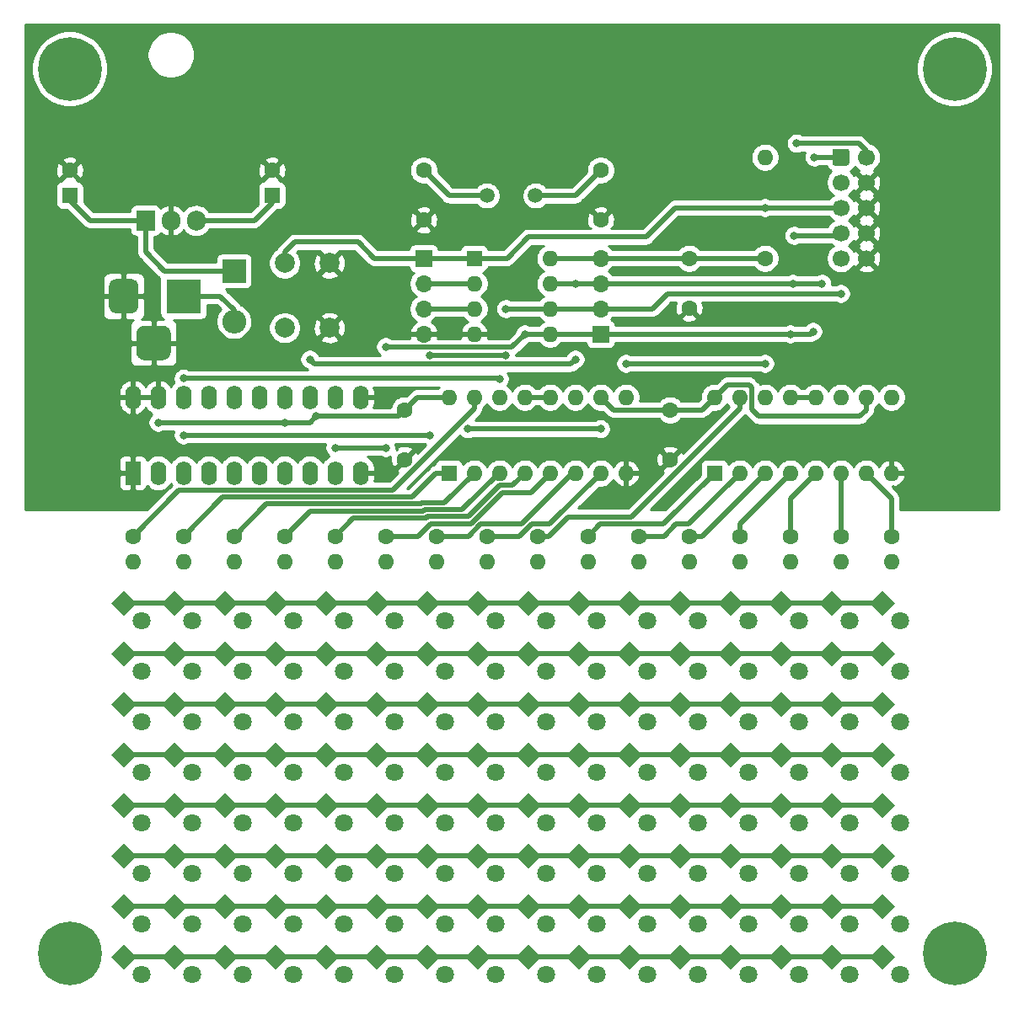
<source format=gtl>
G04 #@! TF.GenerationSoftware,KiCad,Pcbnew,(5.1.9)-1*
G04 #@! TF.CreationDate,2021-04-11T14:42:06+02:00*
G04 #@! TF.ProjectId,at90s2323,61743930-7332-4333-9233-2e6b69636164,V1.0*
G04 #@! TF.SameCoordinates,Original*
G04 #@! TF.FileFunction,Copper,L1,Top*
G04 #@! TF.FilePolarity,Positive*
%FSLAX46Y46*%
G04 Gerber Fmt 4.6, Leading zero omitted, Abs format (unit mm)*
G04 Created by KiCad (PCBNEW (5.1.9)-1) date 2021-04-11 14:42:06*
%MOMM*%
%LPD*%
G01*
G04 APERTURE LIST*
G04 #@! TA.AperFunction,ComponentPad*
%ADD10C,1.800000*%
G04 #@! TD*
G04 #@! TA.AperFunction,ComponentPad*
%ADD11C,0.100000*%
G04 #@! TD*
G04 #@! TA.AperFunction,ComponentPad*
%ADD12O,1.600000X1.600000*%
G04 #@! TD*
G04 #@! TA.AperFunction,ComponentPad*
%ADD13C,1.600000*%
G04 #@! TD*
G04 #@! TA.AperFunction,ComponentPad*
%ADD14O,2.400000X2.400000*%
G04 #@! TD*
G04 #@! TA.AperFunction,ComponentPad*
%ADD15R,2.400000X2.400000*%
G04 #@! TD*
G04 #@! TA.AperFunction,ComponentPad*
%ADD16O,1.600000X2.400000*%
G04 #@! TD*
G04 #@! TA.AperFunction,ComponentPad*
%ADD17R,1.600000X2.400000*%
G04 #@! TD*
G04 #@! TA.AperFunction,ComponentPad*
%ADD18R,1.600000X1.600000*%
G04 #@! TD*
G04 #@! TA.AperFunction,ComponentPad*
%ADD19O,1.700000X1.700000*%
G04 #@! TD*
G04 #@! TA.AperFunction,ComponentPad*
%ADD20R,1.700000X1.700000*%
G04 #@! TD*
G04 #@! TA.AperFunction,ComponentPad*
%ADD21C,2.000000*%
G04 #@! TD*
G04 #@! TA.AperFunction,ComponentPad*
%ADD22C,0.800000*%
G04 #@! TD*
G04 #@! TA.AperFunction,ComponentPad*
%ADD23C,6.400000*%
G04 #@! TD*
G04 #@! TA.AperFunction,ComponentPad*
%ADD24C,1.500000*%
G04 #@! TD*
G04 #@! TA.AperFunction,ComponentPad*
%ADD25O,1.905000X2.000000*%
G04 #@! TD*
G04 #@! TA.AperFunction,ComponentPad*
%ADD26R,1.905000X2.000000*%
G04 #@! TD*
G04 #@! TA.AperFunction,ComponentPad*
%ADD27R,3.500000X3.500000*%
G04 #@! TD*
G04 #@! TA.AperFunction,ComponentPad*
%ADD28C,1.700000*%
G04 #@! TD*
G04 #@! TA.AperFunction,ViaPad*
%ADD29C,0.800000*%
G04 #@! TD*
G04 #@! TA.AperFunction,Conductor*
%ADD30C,0.500000*%
G04 #@! TD*
G04 #@! TA.AperFunction,Conductor*
%ADD31C,0.254000*%
G04 #@! TD*
G04 #@! TA.AperFunction,Conductor*
%ADD32C,0.100000*%
G04 #@! TD*
G04 APERTURE END LIST*
D10*
X38998026Y-46618026D03*
G04 #@! TA.AperFunction,ComponentPad*
D11*
G36*
X35929182Y-44821974D02*
G01*
X37201974Y-43549182D01*
X38474766Y-44821974D01*
X37201974Y-46094766D01*
X35929182Y-44821974D01*
G37*
G04 #@! TD.AperFunction*
D10*
X33918026Y-46618026D03*
G04 #@! TA.AperFunction,ComponentPad*
D11*
G36*
X30849182Y-44821974D02*
G01*
X32121974Y-43549182D01*
X33394766Y-44821974D01*
X32121974Y-46094766D01*
X30849182Y-44821974D01*
G37*
G04 #@! TD.AperFunction*
D10*
X28838026Y-46618026D03*
G04 #@! TA.AperFunction,ComponentPad*
D11*
G36*
X25769182Y-44821974D02*
G01*
X27041974Y-43549182D01*
X28314766Y-44821974D01*
X27041974Y-46094766D01*
X25769182Y-44821974D01*
G37*
G04 #@! TD.AperFunction*
D10*
X23758026Y-46618026D03*
G04 #@! TA.AperFunction,ComponentPad*
D11*
G36*
X20689182Y-44821974D02*
G01*
X21961974Y-43549182D01*
X23234766Y-44821974D01*
X21961974Y-46094766D01*
X20689182Y-44821974D01*
G37*
G04 #@! TD.AperFunction*
D10*
X18678026Y-46618026D03*
G04 #@! TA.AperFunction,ComponentPad*
D11*
G36*
X15609182Y-44821974D02*
G01*
X16881974Y-43549182D01*
X18154766Y-44821974D01*
X16881974Y-46094766D01*
X15609182Y-44821974D01*
G37*
G04 #@! TD.AperFunction*
D10*
X13598026Y-46618026D03*
G04 #@! TA.AperFunction,ComponentPad*
D11*
G36*
X10529182Y-44821974D02*
G01*
X11801974Y-43549182D01*
X13074766Y-44821974D01*
X11801974Y-46094766D01*
X10529182Y-44821974D01*
G37*
G04 #@! TD.AperFunction*
D10*
X8518026Y-46618026D03*
G04 #@! TA.AperFunction,ComponentPad*
D11*
G36*
X5449182Y-44821974D02*
G01*
X6721974Y-43549182D01*
X7994766Y-44821974D01*
X6721974Y-46094766D01*
X5449182Y-44821974D01*
G37*
G04 #@! TD.AperFunction*
D10*
X3438026Y-46618026D03*
G04 #@! TA.AperFunction,ComponentPad*
D11*
G36*
X369182Y-44821974D02*
G01*
X1641974Y-43549182D01*
X2914766Y-44821974D01*
X1641974Y-46094766D01*
X369182Y-44821974D01*
G37*
G04 #@! TD.AperFunction*
D10*
X-1641974Y-46618026D03*
G04 #@! TA.AperFunction,ComponentPad*
D11*
G36*
X-4710818Y-44821974D02*
G01*
X-3438026Y-43549182D01*
X-2165234Y-44821974D01*
X-3438026Y-46094766D01*
X-4710818Y-44821974D01*
G37*
G04 #@! TD.AperFunction*
D10*
X-6721974Y-46618026D03*
G04 #@! TA.AperFunction,ComponentPad*
D11*
G36*
X-9790818Y-44821974D02*
G01*
X-8518026Y-43549182D01*
X-7245234Y-44821974D01*
X-8518026Y-46094766D01*
X-9790818Y-44821974D01*
G37*
G04 #@! TD.AperFunction*
D10*
X-11801974Y-46618026D03*
G04 #@! TA.AperFunction,ComponentPad*
D11*
G36*
X-14870818Y-44821974D02*
G01*
X-13598026Y-43549182D01*
X-12325234Y-44821974D01*
X-13598026Y-46094766D01*
X-14870818Y-44821974D01*
G37*
G04 #@! TD.AperFunction*
D10*
X-16881974Y-46618026D03*
G04 #@! TA.AperFunction,ComponentPad*
D11*
G36*
X-19950818Y-44821974D02*
G01*
X-18678026Y-43549182D01*
X-17405234Y-44821974D01*
X-18678026Y-46094766D01*
X-19950818Y-44821974D01*
G37*
G04 #@! TD.AperFunction*
D10*
X-21961974Y-46618026D03*
G04 #@! TA.AperFunction,ComponentPad*
D11*
G36*
X-25030818Y-44821974D02*
G01*
X-23758026Y-43549182D01*
X-22485234Y-44821974D01*
X-23758026Y-46094766D01*
X-25030818Y-44821974D01*
G37*
G04 #@! TD.AperFunction*
D10*
X-27041974Y-46618026D03*
G04 #@! TA.AperFunction,ComponentPad*
D11*
G36*
X-30110818Y-44821974D02*
G01*
X-28838026Y-43549182D01*
X-27565234Y-44821974D01*
X-28838026Y-46094766D01*
X-30110818Y-44821974D01*
G37*
G04 #@! TD.AperFunction*
D10*
X-32121974Y-46618026D03*
G04 #@! TA.AperFunction,ComponentPad*
D11*
G36*
X-35190818Y-44821974D02*
G01*
X-33918026Y-43549182D01*
X-32645234Y-44821974D01*
X-33918026Y-46094766D01*
X-35190818Y-44821974D01*
G37*
G04 #@! TD.AperFunction*
D10*
X-37201974Y-46618026D03*
G04 #@! TA.AperFunction,ComponentPad*
D11*
G36*
X-40270818Y-44821974D02*
G01*
X-38998026Y-43549182D01*
X-37725234Y-44821974D01*
X-38998026Y-46094766D01*
X-40270818Y-44821974D01*
G37*
G04 #@! TD.AperFunction*
D10*
X38998026Y-41538026D03*
G04 #@! TA.AperFunction,ComponentPad*
D11*
G36*
X35929182Y-39741974D02*
G01*
X37201974Y-38469182D01*
X38474766Y-39741974D01*
X37201974Y-41014766D01*
X35929182Y-39741974D01*
G37*
G04 #@! TD.AperFunction*
D10*
X33918026Y-41538026D03*
G04 #@! TA.AperFunction,ComponentPad*
D11*
G36*
X30849182Y-39741974D02*
G01*
X32121974Y-38469182D01*
X33394766Y-39741974D01*
X32121974Y-41014766D01*
X30849182Y-39741974D01*
G37*
G04 #@! TD.AperFunction*
D10*
X28838026Y-41538026D03*
G04 #@! TA.AperFunction,ComponentPad*
D11*
G36*
X25769182Y-39741974D02*
G01*
X27041974Y-38469182D01*
X28314766Y-39741974D01*
X27041974Y-41014766D01*
X25769182Y-39741974D01*
G37*
G04 #@! TD.AperFunction*
D10*
X23758026Y-41538026D03*
G04 #@! TA.AperFunction,ComponentPad*
D11*
G36*
X20689182Y-39741974D02*
G01*
X21961974Y-38469182D01*
X23234766Y-39741974D01*
X21961974Y-41014766D01*
X20689182Y-39741974D01*
G37*
G04 #@! TD.AperFunction*
D10*
X18678026Y-41538026D03*
G04 #@! TA.AperFunction,ComponentPad*
D11*
G36*
X15609182Y-39741974D02*
G01*
X16881974Y-38469182D01*
X18154766Y-39741974D01*
X16881974Y-41014766D01*
X15609182Y-39741974D01*
G37*
G04 #@! TD.AperFunction*
D10*
X13598026Y-41538026D03*
G04 #@! TA.AperFunction,ComponentPad*
D11*
G36*
X10529182Y-39741974D02*
G01*
X11801974Y-38469182D01*
X13074766Y-39741974D01*
X11801974Y-41014766D01*
X10529182Y-39741974D01*
G37*
G04 #@! TD.AperFunction*
D10*
X8518026Y-41538026D03*
G04 #@! TA.AperFunction,ComponentPad*
D11*
G36*
X5449182Y-39741974D02*
G01*
X6721974Y-38469182D01*
X7994766Y-39741974D01*
X6721974Y-41014766D01*
X5449182Y-39741974D01*
G37*
G04 #@! TD.AperFunction*
D10*
X3438026Y-41538026D03*
G04 #@! TA.AperFunction,ComponentPad*
D11*
G36*
X369182Y-39741974D02*
G01*
X1641974Y-38469182D01*
X2914766Y-39741974D01*
X1641974Y-41014766D01*
X369182Y-39741974D01*
G37*
G04 #@! TD.AperFunction*
D10*
X-1641974Y-41538026D03*
G04 #@! TA.AperFunction,ComponentPad*
D11*
G36*
X-4710818Y-39741974D02*
G01*
X-3438026Y-38469182D01*
X-2165234Y-39741974D01*
X-3438026Y-41014766D01*
X-4710818Y-39741974D01*
G37*
G04 #@! TD.AperFunction*
D10*
X-6721974Y-41538026D03*
G04 #@! TA.AperFunction,ComponentPad*
D11*
G36*
X-9790818Y-39741974D02*
G01*
X-8518026Y-38469182D01*
X-7245234Y-39741974D01*
X-8518026Y-41014766D01*
X-9790818Y-39741974D01*
G37*
G04 #@! TD.AperFunction*
D10*
X-11801974Y-41538026D03*
G04 #@! TA.AperFunction,ComponentPad*
D11*
G36*
X-14870818Y-39741974D02*
G01*
X-13598026Y-38469182D01*
X-12325234Y-39741974D01*
X-13598026Y-41014766D01*
X-14870818Y-39741974D01*
G37*
G04 #@! TD.AperFunction*
D10*
X-16881974Y-41538026D03*
G04 #@! TA.AperFunction,ComponentPad*
D11*
G36*
X-19950818Y-39741974D02*
G01*
X-18678026Y-38469182D01*
X-17405234Y-39741974D01*
X-18678026Y-41014766D01*
X-19950818Y-39741974D01*
G37*
G04 #@! TD.AperFunction*
D10*
X-21961974Y-41538026D03*
G04 #@! TA.AperFunction,ComponentPad*
D11*
G36*
X-25030818Y-39741974D02*
G01*
X-23758026Y-38469182D01*
X-22485234Y-39741974D01*
X-23758026Y-41014766D01*
X-25030818Y-39741974D01*
G37*
G04 #@! TD.AperFunction*
D10*
X-27041974Y-41538026D03*
G04 #@! TA.AperFunction,ComponentPad*
D11*
G36*
X-30110818Y-39741974D02*
G01*
X-28838026Y-38469182D01*
X-27565234Y-39741974D01*
X-28838026Y-41014766D01*
X-30110818Y-39741974D01*
G37*
G04 #@! TD.AperFunction*
D10*
X-32121974Y-41538026D03*
G04 #@! TA.AperFunction,ComponentPad*
D11*
G36*
X-35190818Y-39741974D02*
G01*
X-33918026Y-38469182D01*
X-32645234Y-39741974D01*
X-33918026Y-41014766D01*
X-35190818Y-39741974D01*
G37*
G04 #@! TD.AperFunction*
D10*
X-37201974Y-41538026D03*
G04 #@! TA.AperFunction,ComponentPad*
D11*
G36*
X-40270818Y-39741974D02*
G01*
X-38998026Y-38469182D01*
X-37725234Y-39741974D01*
X-38998026Y-41014766D01*
X-40270818Y-39741974D01*
G37*
G04 #@! TD.AperFunction*
D10*
X38998026Y-36458026D03*
G04 #@! TA.AperFunction,ComponentPad*
D11*
G36*
X35929182Y-34661974D02*
G01*
X37201974Y-33389182D01*
X38474766Y-34661974D01*
X37201974Y-35934766D01*
X35929182Y-34661974D01*
G37*
G04 #@! TD.AperFunction*
D10*
X33918026Y-36458026D03*
G04 #@! TA.AperFunction,ComponentPad*
D11*
G36*
X30849182Y-34661974D02*
G01*
X32121974Y-33389182D01*
X33394766Y-34661974D01*
X32121974Y-35934766D01*
X30849182Y-34661974D01*
G37*
G04 #@! TD.AperFunction*
D10*
X28838026Y-36458026D03*
G04 #@! TA.AperFunction,ComponentPad*
D11*
G36*
X25769182Y-34661974D02*
G01*
X27041974Y-33389182D01*
X28314766Y-34661974D01*
X27041974Y-35934766D01*
X25769182Y-34661974D01*
G37*
G04 #@! TD.AperFunction*
D10*
X23758026Y-36458026D03*
G04 #@! TA.AperFunction,ComponentPad*
D11*
G36*
X20689182Y-34661974D02*
G01*
X21961974Y-33389182D01*
X23234766Y-34661974D01*
X21961974Y-35934766D01*
X20689182Y-34661974D01*
G37*
G04 #@! TD.AperFunction*
D10*
X18678026Y-36458026D03*
G04 #@! TA.AperFunction,ComponentPad*
D11*
G36*
X15609182Y-34661974D02*
G01*
X16881974Y-33389182D01*
X18154766Y-34661974D01*
X16881974Y-35934766D01*
X15609182Y-34661974D01*
G37*
G04 #@! TD.AperFunction*
D10*
X13598026Y-36458026D03*
G04 #@! TA.AperFunction,ComponentPad*
D11*
G36*
X10529182Y-34661974D02*
G01*
X11801974Y-33389182D01*
X13074766Y-34661974D01*
X11801974Y-35934766D01*
X10529182Y-34661974D01*
G37*
G04 #@! TD.AperFunction*
D10*
X8518026Y-36458026D03*
G04 #@! TA.AperFunction,ComponentPad*
D11*
G36*
X5449182Y-34661974D02*
G01*
X6721974Y-33389182D01*
X7994766Y-34661974D01*
X6721974Y-35934766D01*
X5449182Y-34661974D01*
G37*
G04 #@! TD.AperFunction*
D10*
X3438026Y-36458026D03*
G04 #@! TA.AperFunction,ComponentPad*
D11*
G36*
X369182Y-34661974D02*
G01*
X1641974Y-33389182D01*
X2914766Y-34661974D01*
X1641974Y-35934766D01*
X369182Y-34661974D01*
G37*
G04 #@! TD.AperFunction*
D10*
X-1641974Y-36458026D03*
G04 #@! TA.AperFunction,ComponentPad*
D11*
G36*
X-4710818Y-34661974D02*
G01*
X-3438026Y-33389182D01*
X-2165234Y-34661974D01*
X-3438026Y-35934766D01*
X-4710818Y-34661974D01*
G37*
G04 #@! TD.AperFunction*
D10*
X-6721974Y-36458026D03*
G04 #@! TA.AperFunction,ComponentPad*
D11*
G36*
X-9790818Y-34661974D02*
G01*
X-8518026Y-33389182D01*
X-7245234Y-34661974D01*
X-8518026Y-35934766D01*
X-9790818Y-34661974D01*
G37*
G04 #@! TD.AperFunction*
D10*
X-11801974Y-36458026D03*
G04 #@! TA.AperFunction,ComponentPad*
D11*
G36*
X-14870818Y-34661974D02*
G01*
X-13598026Y-33389182D01*
X-12325234Y-34661974D01*
X-13598026Y-35934766D01*
X-14870818Y-34661974D01*
G37*
G04 #@! TD.AperFunction*
D10*
X-16881974Y-36458026D03*
G04 #@! TA.AperFunction,ComponentPad*
D11*
G36*
X-19950818Y-34661974D02*
G01*
X-18678026Y-33389182D01*
X-17405234Y-34661974D01*
X-18678026Y-35934766D01*
X-19950818Y-34661974D01*
G37*
G04 #@! TD.AperFunction*
D10*
X-21961974Y-36458026D03*
G04 #@! TA.AperFunction,ComponentPad*
D11*
G36*
X-25030818Y-34661974D02*
G01*
X-23758026Y-33389182D01*
X-22485234Y-34661974D01*
X-23758026Y-35934766D01*
X-25030818Y-34661974D01*
G37*
G04 #@! TD.AperFunction*
D10*
X-27041974Y-36458026D03*
G04 #@! TA.AperFunction,ComponentPad*
D11*
G36*
X-30110818Y-34661974D02*
G01*
X-28838026Y-33389182D01*
X-27565234Y-34661974D01*
X-28838026Y-35934766D01*
X-30110818Y-34661974D01*
G37*
G04 #@! TD.AperFunction*
D10*
X-32121974Y-36458026D03*
G04 #@! TA.AperFunction,ComponentPad*
D11*
G36*
X-35190818Y-34661974D02*
G01*
X-33918026Y-33389182D01*
X-32645234Y-34661974D01*
X-33918026Y-35934766D01*
X-35190818Y-34661974D01*
G37*
G04 #@! TD.AperFunction*
D10*
X-37201974Y-36458026D03*
G04 #@! TA.AperFunction,ComponentPad*
D11*
G36*
X-40270818Y-34661974D02*
G01*
X-38998026Y-33389182D01*
X-37725234Y-34661974D01*
X-38998026Y-35934766D01*
X-40270818Y-34661974D01*
G37*
G04 #@! TD.AperFunction*
D10*
X38998026Y-31378026D03*
G04 #@! TA.AperFunction,ComponentPad*
D11*
G36*
X35929182Y-29581974D02*
G01*
X37201974Y-28309182D01*
X38474766Y-29581974D01*
X37201974Y-30854766D01*
X35929182Y-29581974D01*
G37*
G04 #@! TD.AperFunction*
D10*
X33918026Y-31378026D03*
G04 #@! TA.AperFunction,ComponentPad*
D11*
G36*
X30849182Y-29581974D02*
G01*
X32121974Y-28309182D01*
X33394766Y-29581974D01*
X32121974Y-30854766D01*
X30849182Y-29581974D01*
G37*
G04 #@! TD.AperFunction*
D10*
X28838026Y-31378026D03*
G04 #@! TA.AperFunction,ComponentPad*
D11*
G36*
X25769182Y-29581974D02*
G01*
X27041974Y-28309182D01*
X28314766Y-29581974D01*
X27041974Y-30854766D01*
X25769182Y-29581974D01*
G37*
G04 #@! TD.AperFunction*
D10*
X23758026Y-31378026D03*
G04 #@! TA.AperFunction,ComponentPad*
D11*
G36*
X20689182Y-29581974D02*
G01*
X21961974Y-28309182D01*
X23234766Y-29581974D01*
X21961974Y-30854766D01*
X20689182Y-29581974D01*
G37*
G04 #@! TD.AperFunction*
D10*
X18678026Y-31378026D03*
G04 #@! TA.AperFunction,ComponentPad*
D11*
G36*
X15609182Y-29581974D02*
G01*
X16881974Y-28309182D01*
X18154766Y-29581974D01*
X16881974Y-30854766D01*
X15609182Y-29581974D01*
G37*
G04 #@! TD.AperFunction*
D10*
X13598026Y-31378026D03*
G04 #@! TA.AperFunction,ComponentPad*
D11*
G36*
X10529182Y-29581974D02*
G01*
X11801974Y-28309182D01*
X13074766Y-29581974D01*
X11801974Y-30854766D01*
X10529182Y-29581974D01*
G37*
G04 #@! TD.AperFunction*
D10*
X8518026Y-31378026D03*
G04 #@! TA.AperFunction,ComponentPad*
D11*
G36*
X5449182Y-29581974D02*
G01*
X6721974Y-28309182D01*
X7994766Y-29581974D01*
X6721974Y-30854766D01*
X5449182Y-29581974D01*
G37*
G04 #@! TD.AperFunction*
D10*
X3438026Y-31378026D03*
G04 #@! TA.AperFunction,ComponentPad*
D11*
G36*
X369182Y-29581974D02*
G01*
X1641974Y-28309182D01*
X2914766Y-29581974D01*
X1641974Y-30854766D01*
X369182Y-29581974D01*
G37*
G04 #@! TD.AperFunction*
D10*
X-1641974Y-31378026D03*
G04 #@! TA.AperFunction,ComponentPad*
D11*
G36*
X-4710818Y-29581974D02*
G01*
X-3438026Y-28309182D01*
X-2165234Y-29581974D01*
X-3438026Y-30854766D01*
X-4710818Y-29581974D01*
G37*
G04 #@! TD.AperFunction*
D10*
X-6721974Y-31378026D03*
G04 #@! TA.AperFunction,ComponentPad*
D11*
G36*
X-9790818Y-29581974D02*
G01*
X-8518026Y-28309182D01*
X-7245234Y-29581974D01*
X-8518026Y-30854766D01*
X-9790818Y-29581974D01*
G37*
G04 #@! TD.AperFunction*
D10*
X-11801974Y-31378026D03*
G04 #@! TA.AperFunction,ComponentPad*
D11*
G36*
X-14870818Y-29581974D02*
G01*
X-13598026Y-28309182D01*
X-12325234Y-29581974D01*
X-13598026Y-30854766D01*
X-14870818Y-29581974D01*
G37*
G04 #@! TD.AperFunction*
D10*
X-16881974Y-31378026D03*
G04 #@! TA.AperFunction,ComponentPad*
D11*
G36*
X-19950818Y-29581974D02*
G01*
X-18678026Y-28309182D01*
X-17405234Y-29581974D01*
X-18678026Y-30854766D01*
X-19950818Y-29581974D01*
G37*
G04 #@! TD.AperFunction*
D10*
X-21961974Y-31378026D03*
G04 #@! TA.AperFunction,ComponentPad*
D11*
G36*
X-25030818Y-29581974D02*
G01*
X-23758026Y-28309182D01*
X-22485234Y-29581974D01*
X-23758026Y-30854766D01*
X-25030818Y-29581974D01*
G37*
G04 #@! TD.AperFunction*
D10*
X-27041974Y-31378026D03*
G04 #@! TA.AperFunction,ComponentPad*
D11*
G36*
X-30110818Y-29581974D02*
G01*
X-28838026Y-28309182D01*
X-27565234Y-29581974D01*
X-28838026Y-30854766D01*
X-30110818Y-29581974D01*
G37*
G04 #@! TD.AperFunction*
D10*
X-32121974Y-31378026D03*
G04 #@! TA.AperFunction,ComponentPad*
D11*
G36*
X-35190818Y-29581974D02*
G01*
X-33918026Y-28309182D01*
X-32645234Y-29581974D01*
X-33918026Y-30854766D01*
X-35190818Y-29581974D01*
G37*
G04 #@! TD.AperFunction*
D10*
X-37201974Y-31378026D03*
G04 #@! TA.AperFunction,ComponentPad*
D11*
G36*
X-40270818Y-29581974D02*
G01*
X-38998026Y-28309182D01*
X-37725234Y-29581974D01*
X-38998026Y-30854766D01*
X-40270818Y-29581974D01*
G37*
G04 #@! TD.AperFunction*
D10*
X38998026Y-26298026D03*
G04 #@! TA.AperFunction,ComponentPad*
D11*
G36*
X35929182Y-24501974D02*
G01*
X37201974Y-23229182D01*
X38474766Y-24501974D01*
X37201974Y-25774766D01*
X35929182Y-24501974D01*
G37*
G04 #@! TD.AperFunction*
D10*
X33918026Y-26298026D03*
G04 #@! TA.AperFunction,ComponentPad*
D11*
G36*
X30849182Y-24501974D02*
G01*
X32121974Y-23229182D01*
X33394766Y-24501974D01*
X32121974Y-25774766D01*
X30849182Y-24501974D01*
G37*
G04 #@! TD.AperFunction*
D10*
X28838026Y-26298026D03*
G04 #@! TA.AperFunction,ComponentPad*
D11*
G36*
X25769182Y-24501974D02*
G01*
X27041974Y-23229182D01*
X28314766Y-24501974D01*
X27041974Y-25774766D01*
X25769182Y-24501974D01*
G37*
G04 #@! TD.AperFunction*
D10*
X23758026Y-26298026D03*
G04 #@! TA.AperFunction,ComponentPad*
D11*
G36*
X20689182Y-24501974D02*
G01*
X21961974Y-23229182D01*
X23234766Y-24501974D01*
X21961974Y-25774766D01*
X20689182Y-24501974D01*
G37*
G04 #@! TD.AperFunction*
D10*
X18678026Y-26298026D03*
G04 #@! TA.AperFunction,ComponentPad*
D11*
G36*
X15609182Y-24501974D02*
G01*
X16881974Y-23229182D01*
X18154766Y-24501974D01*
X16881974Y-25774766D01*
X15609182Y-24501974D01*
G37*
G04 #@! TD.AperFunction*
D10*
X13598026Y-26298026D03*
G04 #@! TA.AperFunction,ComponentPad*
D11*
G36*
X10529182Y-24501974D02*
G01*
X11801974Y-23229182D01*
X13074766Y-24501974D01*
X11801974Y-25774766D01*
X10529182Y-24501974D01*
G37*
G04 #@! TD.AperFunction*
D10*
X8518026Y-26298026D03*
G04 #@! TA.AperFunction,ComponentPad*
D11*
G36*
X5449182Y-24501974D02*
G01*
X6721974Y-23229182D01*
X7994766Y-24501974D01*
X6721974Y-25774766D01*
X5449182Y-24501974D01*
G37*
G04 #@! TD.AperFunction*
D10*
X3438026Y-26298026D03*
G04 #@! TA.AperFunction,ComponentPad*
D11*
G36*
X369182Y-24501974D02*
G01*
X1641974Y-23229182D01*
X2914766Y-24501974D01*
X1641974Y-25774766D01*
X369182Y-24501974D01*
G37*
G04 #@! TD.AperFunction*
D10*
X-1641974Y-26298026D03*
G04 #@! TA.AperFunction,ComponentPad*
D11*
G36*
X-4710818Y-24501974D02*
G01*
X-3438026Y-23229182D01*
X-2165234Y-24501974D01*
X-3438026Y-25774766D01*
X-4710818Y-24501974D01*
G37*
G04 #@! TD.AperFunction*
D10*
X-6721974Y-26298026D03*
G04 #@! TA.AperFunction,ComponentPad*
D11*
G36*
X-9790818Y-24501974D02*
G01*
X-8518026Y-23229182D01*
X-7245234Y-24501974D01*
X-8518026Y-25774766D01*
X-9790818Y-24501974D01*
G37*
G04 #@! TD.AperFunction*
D10*
X-11801974Y-26298026D03*
G04 #@! TA.AperFunction,ComponentPad*
D11*
G36*
X-14870818Y-24501974D02*
G01*
X-13598026Y-23229182D01*
X-12325234Y-24501974D01*
X-13598026Y-25774766D01*
X-14870818Y-24501974D01*
G37*
G04 #@! TD.AperFunction*
D10*
X-16881974Y-26298026D03*
G04 #@! TA.AperFunction,ComponentPad*
D11*
G36*
X-19950818Y-24501974D02*
G01*
X-18678026Y-23229182D01*
X-17405234Y-24501974D01*
X-18678026Y-25774766D01*
X-19950818Y-24501974D01*
G37*
G04 #@! TD.AperFunction*
D10*
X-21961974Y-26298026D03*
G04 #@! TA.AperFunction,ComponentPad*
D11*
G36*
X-25030818Y-24501974D02*
G01*
X-23758026Y-23229182D01*
X-22485234Y-24501974D01*
X-23758026Y-25774766D01*
X-25030818Y-24501974D01*
G37*
G04 #@! TD.AperFunction*
D10*
X-27041974Y-26298026D03*
G04 #@! TA.AperFunction,ComponentPad*
D11*
G36*
X-30110818Y-24501974D02*
G01*
X-28838026Y-23229182D01*
X-27565234Y-24501974D01*
X-28838026Y-25774766D01*
X-30110818Y-24501974D01*
G37*
G04 #@! TD.AperFunction*
D10*
X-32121974Y-26298026D03*
G04 #@! TA.AperFunction,ComponentPad*
D11*
G36*
X-35190818Y-24501974D02*
G01*
X-33918026Y-23229182D01*
X-32645234Y-24501974D01*
X-33918026Y-25774766D01*
X-35190818Y-24501974D01*
G37*
G04 #@! TD.AperFunction*
D10*
X-37201974Y-26298026D03*
G04 #@! TA.AperFunction,ComponentPad*
D11*
G36*
X-40270818Y-24501974D02*
G01*
X-38998026Y-23229182D01*
X-37725234Y-24501974D01*
X-38998026Y-25774766D01*
X-40270818Y-24501974D01*
G37*
G04 #@! TD.AperFunction*
D10*
X38998026Y-21218026D03*
G04 #@! TA.AperFunction,ComponentPad*
D11*
G36*
X35929182Y-19421974D02*
G01*
X37201974Y-18149182D01*
X38474766Y-19421974D01*
X37201974Y-20694766D01*
X35929182Y-19421974D01*
G37*
G04 #@! TD.AperFunction*
D10*
X33918026Y-21218026D03*
G04 #@! TA.AperFunction,ComponentPad*
D11*
G36*
X30849182Y-19421974D02*
G01*
X32121974Y-18149182D01*
X33394766Y-19421974D01*
X32121974Y-20694766D01*
X30849182Y-19421974D01*
G37*
G04 #@! TD.AperFunction*
D10*
X28838026Y-21218026D03*
G04 #@! TA.AperFunction,ComponentPad*
D11*
G36*
X25769182Y-19421974D02*
G01*
X27041974Y-18149182D01*
X28314766Y-19421974D01*
X27041974Y-20694766D01*
X25769182Y-19421974D01*
G37*
G04 #@! TD.AperFunction*
D10*
X23758026Y-21218026D03*
G04 #@! TA.AperFunction,ComponentPad*
D11*
G36*
X20689182Y-19421974D02*
G01*
X21961974Y-18149182D01*
X23234766Y-19421974D01*
X21961974Y-20694766D01*
X20689182Y-19421974D01*
G37*
G04 #@! TD.AperFunction*
D10*
X18678026Y-21218026D03*
G04 #@! TA.AperFunction,ComponentPad*
D11*
G36*
X15609182Y-19421974D02*
G01*
X16881974Y-18149182D01*
X18154766Y-19421974D01*
X16881974Y-20694766D01*
X15609182Y-19421974D01*
G37*
G04 #@! TD.AperFunction*
D10*
X13598026Y-21218026D03*
G04 #@! TA.AperFunction,ComponentPad*
D11*
G36*
X10529182Y-19421974D02*
G01*
X11801974Y-18149182D01*
X13074766Y-19421974D01*
X11801974Y-20694766D01*
X10529182Y-19421974D01*
G37*
G04 #@! TD.AperFunction*
D10*
X8518026Y-21218026D03*
G04 #@! TA.AperFunction,ComponentPad*
D11*
G36*
X5449182Y-19421974D02*
G01*
X6721974Y-18149182D01*
X7994766Y-19421974D01*
X6721974Y-20694766D01*
X5449182Y-19421974D01*
G37*
G04 #@! TD.AperFunction*
D10*
X3438026Y-21218026D03*
G04 #@! TA.AperFunction,ComponentPad*
D11*
G36*
X369182Y-19421974D02*
G01*
X1641974Y-18149182D01*
X2914766Y-19421974D01*
X1641974Y-20694766D01*
X369182Y-19421974D01*
G37*
G04 #@! TD.AperFunction*
D10*
X-1641974Y-21218026D03*
G04 #@! TA.AperFunction,ComponentPad*
D11*
G36*
X-4710818Y-19421974D02*
G01*
X-3438026Y-18149182D01*
X-2165234Y-19421974D01*
X-3438026Y-20694766D01*
X-4710818Y-19421974D01*
G37*
G04 #@! TD.AperFunction*
D10*
X-6721974Y-21218026D03*
G04 #@! TA.AperFunction,ComponentPad*
D11*
G36*
X-9790818Y-19421974D02*
G01*
X-8518026Y-18149182D01*
X-7245234Y-19421974D01*
X-8518026Y-20694766D01*
X-9790818Y-19421974D01*
G37*
G04 #@! TD.AperFunction*
D10*
X-11801974Y-21218026D03*
G04 #@! TA.AperFunction,ComponentPad*
D11*
G36*
X-14870818Y-19421974D02*
G01*
X-13598026Y-18149182D01*
X-12325234Y-19421974D01*
X-13598026Y-20694766D01*
X-14870818Y-19421974D01*
G37*
G04 #@! TD.AperFunction*
D10*
X-16881974Y-21218026D03*
G04 #@! TA.AperFunction,ComponentPad*
D11*
G36*
X-19950818Y-19421974D02*
G01*
X-18678026Y-18149182D01*
X-17405234Y-19421974D01*
X-18678026Y-20694766D01*
X-19950818Y-19421974D01*
G37*
G04 #@! TD.AperFunction*
D10*
X-21961974Y-21218026D03*
G04 #@! TA.AperFunction,ComponentPad*
D11*
G36*
X-25030818Y-19421974D02*
G01*
X-23758026Y-18149182D01*
X-22485234Y-19421974D01*
X-23758026Y-20694766D01*
X-25030818Y-19421974D01*
G37*
G04 #@! TD.AperFunction*
D10*
X-27041974Y-21218026D03*
G04 #@! TA.AperFunction,ComponentPad*
D11*
G36*
X-30110818Y-19421974D02*
G01*
X-28838026Y-18149182D01*
X-27565234Y-19421974D01*
X-28838026Y-20694766D01*
X-30110818Y-19421974D01*
G37*
G04 #@! TD.AperFunction*
D10*
X-32121974Y-21218026D03*
G04 #@! TA.AperFunction,ComponentPad*
D11*
G36*
X-35190818Y-19421974D02*
G01*
X-33918026Y-18149182D01*
X-32645234Y-19421974D01*
X-33918026Y-20694766D01*
X-35190818Y-19421974D01*
G37*
G04 #@! TD.AperFunction*
D10*
X-37201974Y-21218026D03*
G04 #@! TA.AperFunction,ComponentPad*
D11*
G36*
X-40270818Y-19421974D02*
G01*
X-38998026Y-18149182D01*
X-37725234Y-19421974D01*
X-38998026Y-20694766D01*
X-40270818Y-19421974D01*
G37*
G04 #@! TD.AperFunction*
D10*
X38998026Y-16138026D03*
G04 #@! TA.AperFunction,ComponentPad*
D11*
G36*
X35929182Y-14341974D02*
G01*
X37201974Y-13069182D01*
X38474766Y-14341974D01*
X37201974Y-15614766D01*
X35929182Y-14341974D01*
G37*
G04 #@! TD.AperFunction*
D10*
X33918026Y-16138026D03*
G04 #@! TA.AperFunction,ComponentPad*
D11*
G36*
X30849182Y-14341974D02*
G01*
X32121974Y-13069182D01*
X33394766Y-14341974D01*
X32121974Y-15614766D01*
X30849182Y-14341974D01*
G37*
G04 #@! TD.AperFunction*
D10*
X28838026Y-16138026D03*
G04 #@! TA.AperFunction,ComponentPad*
D11*
G36*
X25769182Y-14341974D02*
G01*
X27041974Y-13069182D01*
X28314766Y-14341974D01*
X27041974Y-15614766D01*
X25769182Y-14341974D01*
G37*
G04 #@! TD.AperFunction*
D10*
X23758026Y-16138026D03*
G04 #@! TA.AperFunction,ComponentPad*
D11*
G36*
X20689182Y-14341974D02*
G01*
X21961974Y-13069182D01*
X23234766Y-14341974D01*
X21961974Y-15614766D01*
X20689182Y-14341974D01*
G37*
G04 #@! TD.AperFunction*
D10*
X18678026Y-16138026D03*
G04 #@! TA.AperFunction,ComponentPad*
D11*
G36*
X15609182Y-14341974D02*
G01*
X16881974Y-13069182D01*
X18154766Y-14341974D01*
X16881974Y-15614766D01*
X15609182Y-14341974D01*
G37*
G04 #@! TD.AperFunction*
D10*
X13598026Y-16138026D03*
G04 #@! TA.AperFunction,ComponentPad*
D11*
G36*
X10529182Y-14341974D02*
G01*
X11801974Y-13069182D01*
X13074766Y-14341974D01*
X11801974Y-15614766D01*
X10529182Y-14341974D01*
G37*
G04 #@! TD.AperFunction*
D10*
X8518026Y-16138026D03*
G04 #@! TA.AperFunction,ComponentPad*
D11*
G36*
X5449182Y-14341974D02*
G01*
X6721974Y-13069182D01*
X7994766Y-14341974D01*
X6721974Y-15614766D01*
X5449182Y-14341974D01*
G37*
G04 #@! TD.AperFunction*
D10*
X3438026Y-16138026D03*
G04 #@! TA.AperFunction,ComponentPad*
D11*
G36*
X369182Y-14341974D02*
G01*
X1641974Y-13069182D01*
X2914766Y-14341974D01*
X1641974Y-15614766D01*
X369182Y-14341974D01*
G37*
G04 #@! TD.AperFunction*
D10*
X-1641974Y-16138026D03*
G04 #@! TA.AperFunction,ComponentPad*
D11*
G36*
X-4710818Y-14341974D02*
G01*
X-3438026Y-13069182D01*
X-2165234Y-14341974D01*
X-3438026Y-15614766D01*
X-4710818Y-14341974D01*
G37*
G04 #@! TD.AperFunction*
D10*
X-6721974Y-16138026D03*
G04 #@! TA.AperFunction,ComponentPad*
D11*
G36*
X-9790818Y-14341974D02*
G01*
X-8518026Y-13069182D01*
X-7245234Y-14341974D01*
X-8518026Y-15614766D01*
X-9790818Y-14341974D01*
G37*
G04 #@! TD.AperFunction*
D10*
X-11801974Y-16138026D03*
G04 #@! TA.AperFunction,ComponentPad*
D11*
G36*
X-14870818Y-14341974D02*
G01*
X-13598026Y-13069182D01*
X-12325234Y-14341974D01*
X-13598026Y-15614766D01*
X-14870818Y-14341974D01*
G37*
G04 #@! TD.AperFunction*
D10*
X-16881974Y-16138026D03*
G04 #@! TA.AperFunction,ComponentPad*
D11*
G36*
X-19950818Y-14341974D02*
G01*
X-18678026Y-13069182D01*
X-17405234Y-14341974D01*
X-18678026Y-15614766D01*
X-19950818Y-14341974D01*
G37*
G04 #@! TD.AperFunction*
D10*
X-21961974Y-16138026D03*
G04 #@! TA.AperFunction,ComponentPad*
D11*
G36*
X-25030818Y-14341974D02*
G01*
X-23758026Y-13069182D01*
X-22485234Y-14341974D01*
X-23758026Y-15614766D01*
X-25030818Y-14341974D01*
G37*
G04 #@! TD.AperFunction*
D10*
X-27041974Y-16138026D03*
G04 #@! TA.AperFunction,ComponentPad*
D11*
G36*
X-30110818Y-14341974D02*
G01*
X-28838026Y-13069182D01*
X-27565234Y-14341974D01*
X-28838026Y-15614766D01*
X-30110818Y-14341974D01*
G37*
G04 #@! TD.AperFunction*
D10*
X-32121974Y-16138026D03*
G04 #@! TA.AperFunction,ComponentPad*
D11*
G36*
X-35190818Y-14341974D02*
G01*
X-33918026Y-13069182D01*
X-32645234Y-14341974D01*
X-33918026Y-15614766D01*
X-35190818Y-14341974D01*
G37*
G04 #@! TD.AperFunction*
D10*
X-37201974Y-16138026D03*
G04 #@! TA.AperFunction,ComponentPad*
D11*
G36*
X-40270818Y-14341974D02*
G01*
X-38998026Y-13069182D01*
X-37725234Y-14341974D01*
X-38998026Y-15614766D01*
X-40270818Y-14341974D01*
G37*
G04 #@! TD.AperFunction*
D10*
X38998026Y-11058026D03*
G04 #@! TA.AperFunction,ComponentPad*
D11*
G36*
X35929182Y-9261974D02*
G01*
X37201974Y-7989182D01*
X38474766Y-9261974D01*
X37201974Y-10534766D01*
X35929182Y-9261974D01*
G37*
G04 #@! TD.AperFunction*
D10*
X33918026Y-11058026D03*
G04 #@! TA.AperFunction,ComponentPad*
D11*
G36*
X30849182Y-9261974D02*
G01*
X32121974Y-7989182D01*
X33394766Y-9261974D01*
X32121974Y-10534766D01*
X30849182Y-9261974D01*
G37*
G04 #@! TD.AperFunction*
D10*
X28838026Y-11058026D03*
G04 #@! TA.AperFunction,ComponentPad*
D11*
G36*
X25769182Y-9261974D02*
G01*
X27041974Y-7989182D01*
X28314766Y-9261974D01*
X27041974Y-10534766D01*
X25769182Y-9261974D01*
G37*
G04 #@! TD.AperFunction*
D10*
X23758026Y-11058026D03*
G04 #@! TA.AperFunction,ComponentPad*
D11*
G36*
X20689182Y-9261974D02*
G01*
X21961974Y-7989182D01*
X23234766Y-9261974D01*
X21961974Y-10534766D01*
X20689182Y-9261974D01*
G37*
G04 #@! TD.AperFunction*
D10*
X18678026Y-11058026D03*
G04 #@! TA.AperFunction,ComponentPad*
D11*
G36*
X15609182Y-9261974D02*
G01*
X16881974Y-7989182D01*
X18154766Y-9261974D01*
X16881974Y-10534766D01*
X15609182Y-9261974D01*
G37*
G04 #@! TD.AperFunction*
D10*
X13598026Y-11058026D03*
G04 #@! TA.AperFunction,ComponentPad*
D11*
G36*
X10529182Y-9261974D02*
G01*
X11801974Y-7989182D01*
X13074766Y-9261974D01*
X11801974Y-10534766D01*
X10529182Y-9261974D01*
G37*
G04 #@! TD.AperFunction*
D10*
X8518026Y-11058026D03*
G04 #@! TA.AperFunction,ComponentPad*
D11*
G36*
X5449182Y-9261974D02*
G01*
X6721974Y-7989182D01*
X7994766Y-9261974D01*
X6721974Y-10534766D01*
X5449182Y-9261974D01*
G37*
G04 #@! TD.AperFunction*
D10*
X3438026Y-11058026D03*
G04 #@! TA.AperFunction,ComponentPad*
D11*
G36*
X369182Y-9261974D02*
G01*
X1641974Y-7989182D01*
X2914766Y-9261974D01*
X1641974Y-10534766D01*
X369182Y-9261974D01*
G37*
G04 #@! TD.AperFunction*
D10*
X-1641974Y-11058026D03*
G04 #@! TA.AperFunction,ComponentPad*
D11*
G36*
X-4710818Y-9261974D02*
G01*
X-3438026Y-7989182D01*
X-2165234Y-9261974D01*
X-3438026Y-10534766D01*
X-4710818Y-9261974D01*
G37*
G04 #@! TD.AperFunction*
D10*
X-6721974Y-11058026D03*
G04 #@! TA.AperFunction,ComponentPad*
D11*
G36*
X-9790818Y-9261974D02*
G01*
X-8518026Y-7989182D01*
X-7245234Y-9261974D01*
X-8518026Y-10534766D01*
X-9790818Y-9261974D01*
G37*
G04 #@! TD.AperFunction*
D10*
X-11801974Y-11058026D03*
G04 #@! TA.AperFunction,ComponentPad*
D11*
G36*
X-14870818Y-9261974D02*
G01*
X-13598026Y-7989182D01*
X-12325234Y-9261974D01*
X-13598026Y-10534766D01*
X-14870818Y-9261974D01*
G37*
G04 #@! TD.AperFunction*
D10*
X-16881974Y-11058026D03*
G04 #@! TA.AperFunction,ComponentPad*
D11*
G36*
X-19950818Y-9261974D02*
G01*
X-18678026Y-7989182D01*
X-17405234Y-9261974D01*
X-18678026Y-10534766D01*
X-19950818Y-9261974D01*
G37*
G04 #@! TD.AperFunction*
D10*
X-21961974Y-11058026D03*
G04 #@! TA.AperFunction,ComponentPad*
D11*
G36*
X-25030818Y-9261974D02*
G01*
X-23758026Y-7989182D01*
X-22485234Y-9261974D01*
X-23758026Y-10534766D01*
X-25030818Y-9261974D01*
G37*
G04 #@! TD.AperFunction*
D10*
X-27041974Y-11058026D03*
G04 #@! TA.AperFunction,ComponentPad*
D11*
G36*
X-30110818Y-9261974D02*
G01*
X-28838026Y-7989182D01*
X-27565234Y-9261974D01*
X-28838026Y-10534766D01*
X-30110818Y-9261974D01*
G37*
G04 #@! TD.AperFunction*
D10*
X-32121974Y-11058026D03*
G04 #@! TA.AperFunction,ComponentPad*
D11*
G36*
X-35190818Y-9261974D02*
G01*
X-33918026Y-7989182D01*
X-32645234Y-9261974D01*
X-33918026Y-10534766D01*
X-35190818Y-9261974D01*
G37*
G04 #@! TD.AperFunction*
D10*
X-37201974Y-11058026D03*
G04 #@! TA.AperFunction,ComponentPad*
D11*
G36*
X-40270818Y-9261974D02*
G01*
X-38998026Y-7989182D01*
X-37725234Y-9261974D01*
X-38998026Y-10534766D01*
X-40270818Y-9261974D01*
G37*
G04 #@! TD.AperFunction*
D12*
X38100000Y-5080000D03*
D13*
X38100000Y-2540000D03*
D12*
X33020000Y-5080000D03*
D13*
X33020000Y-2540000D03*
D12*
X27940000Y-5080000D03*
D13*
X27940000Y-2540000D03*
D12*
X22860000Y-5080000D03*
D13*
X22860000Y-2540000D03*
D12*
X17780000Y-5080000D03*
D13*
X17780000Y-2540000D03*
D12*
X12700000Y-5080000D03*
D13*
X12700000Y-2540000D03*
D12*
X7620000Y-5080000D03*
D13*
X7620000Y-2540000D03*
D12*
X2540000Y-5080000D03*
D13*
X2540000Y-2540000D03*
D12*
X-2540000Y-5080000D03*
D13*
X-2540000Y-2540000D03*
D12*
X-7620000Y-5080000D03*
D13*
X-7620000Y-2540000D03*
D12*
X-12700000Y-5080000D03*
D13*
X-12700000Y-2540000D03*
D12*
X-17780000Y-5080000D03*
D13*
X-17780000Y-2540000D03*
D12*
X-22860000Y-5080000D03*
D13*
X-22860000Y-2540000D03*
D12*
X-27940000Y-5080000D03*
D13*
X-27940000Y-2540000D03*
D12*
X-33020000Y-5080000D03*
D13*
X-33020000Y-2540000D03*
D12*
X-38100000Y-5080000D03*
D13*
X-38100000Y-2540000D03*
D14*
X-27940000Y19050000D03*
D15*
X-27940000Y24130000D03*
D13*
X-10795000Y5160000D03*
X-10795000Y10160000D03*
X15875000Y5160000D03*
X15875000Y10160000D03*
D16*
X-38100000Y11430000D03*
X-15240000Y3810000D03*
X-35560000Y11430000D03*
X-17780000Y3810000D03*
X-33020000Y11430000D03*
X-20320000Y3810000D03*
X-30480000Y11430000D03*
X-22860000Y3810000D03*
X-27940000Y11430000D03*
X-25400000Y3810000D03*
X-25400000Y11430000D03*
X-27940000Y3810000D03*
X-22860000Y11430000D03*
X-30480000Y3810000D03*
X-20320000Y11430000D03*
X-33020000Y3810000D03*
X-17780000Y11430000D03*
X-35560000Y3810000D03*
X-15240000Y11430000D03*
D17*
X-38100000Y3810000D03*
D12*
X20320000Y11430000D03*
X38100000Y3810000D03*
X22860000Y11430000D03*
X35560000Y3810000D03*
X25400000Y11430000D03*
X33020000Y3810000D03*
X27940000Y11430000D03*
X30480000Y3810000D03*
X30480000Y11430000D03*
X27940000Y3810000D03*
X33020000Y11430000D03*
X25400000Y3810000D03*
X35560000Y11430000D03*
X22860000Y3810000D03*
X38100000Y11430000D03*
D18*
X20320000Y3810000D03*
D12*
X-6350000Y11430000D03*
X11430000Y3810000D03*
X-3810000Y11430000D03*
X8890000Y3810000D03*
X-1270000Y11430000D03*
X6350000Y3810000D03*
X1270000Y11430000D03*
X3810000Y3810000D03*
X3810000Y11430000D03*
X1270000Y3810000D03*
X6350000Y11430000D03*
X-1270000Y3810000D03*
X8890000Y11430000D03*
X-3810000Y3810000D03*
X11430000Y11430000D03*
D18*
X-6350000Y3810000D03*
D12*
X25400000Y35560000D03*
D13*
X25400000Y25400000D03*
D12*
X3810000Y25400000D03*
X-3810000Y17780000D03*
X3810000Y22860000D03*
X-3810000Y20320000D03*
X3810000Y20320000D03*
X-3810000Y22860000D03*
X3810000Y17780000D03*
D18*
X-3810000Y25400000D03*
D19*
X8890000Y25400000D03*
X8890000Y22860000D03*
X8890000Y20320000D03*
D20*
X8890000Y17780000D03*
D19*
X-8890000Y17780000D03*
X-8890000Y20320000D03*
X-8890000Y22860000D03*
D20*
X-8890000Y25400000D03*
D21*
X-22860000Y24915000D03*
X-18360000Y24915000D03*
X-22860000Y18415000D03*
X-18360000Y18415000D03*
D22*
X-42752944Y-42752944D03*
X-44450000Y-42050000D03*
X-46147056Y-42752944D03*
X-46850000Y-44450000D03*
X-46147056Y-46147056D03*
X-44450000Y-46850000D03*
X-42752944Y-46147056D03*
X-42050000Y-44450000D03*
D23*
X-44450000Y-44450000D03*
D22*
X46147056Y-42752944D03*
X44450000Y-42050000D03*
X42752944Y-42752944D03*
X42050000Y-44450000D03*
X42752944Y-46147056D03*
X44450000Y-46850000D03*
X46147056Y-46147056D03*
X46850000Y-44450000D03*
D23*
X44450000Y-44450000D03*
D22*
X46147056Y46147056D03*
X44450000Y46850000D03*
X42752944Y46147056D03*
X42050000Y44450000D03*
X42752944Y42752944D03*
X44450000Y42050000D03*
X46147056Y42752944D03*
X46850000Y44450000D03*
D23*
X44450000Y44450000D03*
D22*
X-42752944Y46147056D03*
X-44450000Y46850000D03*
X-46147056Y46147056D03*
X-46850000Y44450000D03*
X-46147056Y42752944D03*
X-44450000Y42050000D03*
X-42752944Y42752944D03*
X-42050000Y44450000D03*
D23*
X-44450000Y44450000D03*
D13*
X-24130000Y34250000D03*
D18*
X-24130000Y31750000D03*
D13*
X-44450000Y34250000D03*
D18*
X-44450000Y31750000D03*
D24*
X2340000Y31710000D03*
X-2540000Y31710000D03*
D25*
X-31750000Y29210000D03*
X-34290000Y29210000D03*
D26*
X-36830000Y29210000D03*
G04 #@! TA.AperFunction,ComponentPad*
G36*
G01*
X-37770000Y16015000D02*
X-37770000Y17765000D01*
G75*
G02*
X-36895000Y18640000I875000J0D01*
G01*
X-35145000Y18640000D01*
G75*
G02*
X-34270000Y17765000I0J-875000D01*
G01*
X-34270000Y16015000D01*
G75*
G02*
X-35145000Y15140000I-875000J0D01*
G01*
X-36895000Y15140000D01*
G75*
G02*
X-37770000Y16015000I0J875000D01*
G01*
G37*
G04 #@! TD.AperFunction*
G04 #@! TA.AperFunction,ComponentPad*
G36*
G01*
X-40520000Y20590000D02*
X-40520000Y22590000D01*
G75*
G02*
X-39770000Y23340000I750000J0D01*
G01*
X-38270000Y23340000D01*
G75*
G02*
X-37520000Y22590000I0J-750000D01*
G01*
X-37520000Y20590000D01*
G75*
G02*
X-38270000Y19840000I-750000J0D01*
G01*
X-39770000Y19840000D01*
G75*
G02*
X-40520000Y20590000I0J750000D01*
G01*
G37*
G04 #@! TD.AperFunction*
D27*
X-33020000Y21590000D03*
D28*
X35560000Y25400000D03*
X35560000Y27940000D03*
X35560000Y30480000D03*
X35560000Y33020000D03*
X35560000Y35560000D03*
X33020000Y25400000D03*
X33020000Y27940000D03*
X33020000Y30480000D03*
X33020000Y33020000D03*
G04 #@! TA.AperFunction,ComponentPad*
G36*
G01*
X32170000Y34960000D02*
X32170000Y36160000D01*
G75*
G02*
X32420000Y36410000I250000J0D01*
G01*
X33620000Y36410000D01*
G75*
G02*
X33870000Y36160000I0J-250000D01*
G01*
X33870000Y34960000D01*
G75*
G02*
X33620000Y34710000I-250000J0D01*
G01*
X32420000Y34710000D01*
G75*
G02*
X32170000Y34960000I0J250000D01*
G01*
G37*
G04 #@! TD.AperFunction*
D13*
X17780000Y20400000D03*
X17780000Y25400000D03*
X8890000Y29250000D03*
X8890000Y34250000D03*
X-8890000Y29250000D03*
X-8890000Y34250000D03*
D29*
X-38100000Y41910000D03*
X-34290000Y41910000D03*
X-30480000Y41910000D03*
X-30480000Y39370000D03*
X-34290000Y39370000D03*
X-38100000Y39370000D03*
X-38100000Y36830000D03*
X-34290000Y36830000D03*
X-30480000Y36830000D03*
X-36195000Y40640000D03*
X-32385000Y40640000D03*
X-32385000Y38100000D03*
X-36195000Y38100000D03*
X-36195000Y35560000D03*
X-32385000Y35560000D03*
X25399993Y30480007D03*
X28194000Y22860000D03*
X28321000Y27686000D03*
X6350000Y22860000D03*
X31115000Y22860000D03*
X-20320000Y15240000D03*
X6350000Y15240000D03*
X33020000Y21844000D03*
X-33020000Y7620000D03*
X-8255000Y7620000D03*
X-635000Y20320000D03*
X-635000Y15629989D03*
X-8250549Y15629989D03*
X30226000Y18034000D03*
X30353000Y35560000D03*
X1270000Y17780000D03*
X27940000Y17780000D03*
X-17780000Y6350000D03*
X-12700000Y6350000D03*
X-12700000Y16510000D03*
X28575000Y36957000D03*
X-19685000Y9525000D03*
X-22860000Y8890000D03*
X-35560000Y8890000D03*
X-4445000Y8255000D03*
X8890000Y8255000D03*
X-33020000Y13335000D03*
X-1270000Y13279966D03*
X25400000Y14820010D03*
X11430000Y14820010D03*
D30*
X-36830000Y29210000D02*
X-42418000Y29210000D01*
X-44450000Y31242000D02*
X-44450000Y31750000D01*
X-42418000Y29210000D02*
X-44450000Y31242000D01*
X-36830000Y26035000D02*
X-36830000Y29210000D01*
X-34925000Y24130000D02*
X-36830000Y26035000D01*
X-27940000Y24130000D02*
X-34925000Y24130000D01*
X-3810000Y25400000D02*
X-8890000Y25400000D01*
X-22860000Y26035000D02*
X-22860000Y24915000D01*
X-21844000Y27051000D02*
X-22860000Y26035000D01*
X-15494000Y27051000D02*
X-21844000Y27051000D01*
X-13843000Y25400000D02*
X-15494000Y27051000D01*
X-8890000Y25400000D02*
X-13843000Y25400000D01*
X33020000Y30480000D02*
X25400000Y30480000D01*
X25400000Y30480000D02*
X25399993Y30480007D01*
X16383007Y30480007D02*
X25399993Y30480007D01*
X13462000Y27559000D02*
X16383007Y30480007D01*
X1651000Y27559000D02*
X13462000Y27559000D01*
X-508000Y25400000D02*
X1651000Y27559000D01*
X-3810000Y25400000D02*
X-508000Y25400000D01*
X-8890000Y22860000D02*
X-3810000Y22860000D01*
X-6350000Y31710000D02*
X-8890000Y34250000D01*
X-2540000Y31710000D02*
X-6350000Y31710000D01*
X-3810000Y20320000D02*
X-8890000Y20320000D01*
X6350000Y31710000D02*
X8890000Y34250000D01*
X2340000Y31710000D02*
X6350000Y31710000D01*
X8890000Y22860000D02*
X3810000Y22860000D01*
X8890000Y22860000D02*
X28194000Y22860000D01*
X32766000Y27686000D02*
X33020000Y27940000D01*
X28321000Y27686000D02*
X32766000Y27686000D01*
X31115000Y22860000D02*
X28194000Y22860000D01*
X5889987Y14779987D02*
X5950001Y14840001D01*
X-19859987Y14779987D02*
X5889987Y14779987D01*
X-20320000Y15240000D02*
X-19859987Y14779987D01*
X5950001Y14840001D02*
X6350000Y15240000D01*
X3810000Y20320000D02*
X8890000Y20320000D01*
X15621000Y21844000D02*
X33020000Y21844000D01*
X14097000Y20320000D02*
X15621000Y21844000D01*
X8890000Y20320000D02*
X14097000Y20320000D01*
X-33020000Y7620000D02*
X-8255000Y7620000D01*
X-635000Y20320000D02*
X3810000Y20320000D01*
X-8250549Y15629989D02*
X-7684864Y15629989D01*
X-7684864Y15629989D02*
X-635000Y15629989D01*
X8890000Y17780000D02*
X3810000Y17780000D01*
X29972000Y17780000D02*
X30226000Y18034000D01*
X8890000Y17780000D02*
X29972000Y17780000D01*
X33020000Y35560000D02*
X30353000Y35560000D01*
X1270000Y17780000D02*
X3810000Y17780000D01*
X-17780000Y6350000D02*
X-12700000Y6350000D01*
X27940000Y11430000D02*
X30480000Y11430000D01*
X1270000Y11430000D02*
X3810000Y11430000D01*
X-30001Y16479999D02*
X1270000Y17780000D01*
X-12669999Y16479999D02*
X-30001Y16479999D01*
X-12700000Y16510000D02*
X-12669999Y16479999D01*
X1939998Y-1289999D02*
X3790001Y-1289999D01*
X689997Y-2540000D02*
X1939998Y-1289999D01*
X-2540000Y-2540000D02*
X689997Y-2540000D01*
X3790001Y-1289999D02*
X8890000Y3810000D01*
X2540000Y-2540000D02*
X3671370Y-2540000D01*
X3671370Y-2540000D02*
X5621382Y-589988D01*
X5621382Y-589988D02*
X11983012Y-589988D01*
X22860000Y10287000D02*
X22860000Y11430000D01*
X11983012Y-589988D02*
X22860000Y10287000D01*
X3810000Y25400000D02*
X8890000Y25400000D01*
X-31750000Y29210000D02*
X-25908000Y29210000D01*
X-24130000Y30988000D02*
X-24130000Y31750000D01*
X-25908000Y29210000D02*
X-24130000Y30988000D01*
X8890000Y25400000D02*
X17780000Y25400000D01*
X17780000Y25400000D02*
X25400000Y25400000D01*
X28575000Y36957000D02*
X34798000Y36957000D01*
X35560000Y36195000D02*
X35560000Y35560000D01*
X34798000Y36957000D02*
X35560000Y36195000D01*
X10160000Y10160000D02*
X15875000Y10160000D01*
X8890000Y11430000D02*
X10160000Y10160000D01*
X19050000Y10160000D02*
X20320000Y11430000D01*
X15875000Y10160000D02*
X19050000Y10160000D01*
X-9525000Y11430000D02*
X-10795000Y10160000D01*
X-6350000Y11430000D02*
X-9525000Y11430000D01*
X-11430000Y9525000D02*
X-19685000Y9525000D01*
X-10795000Y10160000D02*
X-11430000Y9525000D01*
X-20320000Y8890000D02*
X-19685000Y9525000D01*
X-22860000Y8890000D02*
X-20320000Y8890000D01*
X-22860000Y8890000D02*
X-35560000Y8890000D01*
X-4445000Y8255000D02*
X8890000Y8255000D01*
X24110001Y10179999D02*
X24110001Y12375000D01*
X23785001Y12700000D02*
X21590000Y12700000D01*
X24765000Y9525000D02*
X24110001Y10179999D01*
X34925000Y9525000D02*
X24765000Y9525000D01*
X35560000Y10160000D02*
X34925000Y9525000D01*
X21590000Y12700000D02*
X20320000Y11430000D01*
X24110001Y12375000D02*
X23785001Y12700000D01*
X35560000Y11430000D02*
X35560000Y10160000D01*
X-38998026Y-9261974D02*
X-33918026Y-9261974D01*
X-33918026Y-9261974D02*
X-28838026Y-9261974D01*
X-23758026Y-9261974D02*
X-28838026Y-9261974D01*
X-23758026Y-9261974D02*
X-18678026Y-9261974D01*
X-18678026Y-9261974D02*
X-13598026Y-9261974D01*
X-13598026Y-9261974D02*
X-8518026Y-9261974D01*
X-8518026Y-9261974D02*
X-3438026Y-9261974D01*
X-3438026Y-9261974D02*
X1641974Y-9261974D01*
X1641974Y-9261974D02*
X6721974Y-9261974D01*
X6721974Y-9261974D02*
X11801974Y-9261974D01*
X11801974Y-9261974D02*
X16881974Y-9261974D01*
X16881974Y-9261974D02*
X21961974Y-9261974D01*
X21961974Y-9261974D02*
X24501974Y-9261974D01*
X24501974Y-9261974D02*
X27041974Y-9261974D01*
X27041974Y-9261974D02*
X32121974Y-9261974D01*
X32121974Y-9261974D02*
X37201974Y-9261974D01*
X-38998026Y-14341974D02*
X-33918026Y-14341974D01*
X-33918026Y-14341974D02*
X-28838026Y-14341974D01*
X-23758026Y-14341974D02*
X-28838026Y-14341974D01*
X-23758026Y-14341974D02*
X-18678026Y-14341974D01*
X-18678026Y-14341974D02*
X-13598026Y-14341974D01*
X-8518026Y-14341974D02*
X-13598026Y-14341974D01*
X-8518026Y-14341974D02*
X-3438026Y-14341974D01*
X-3438026Y-14341974D02*
X1641974Y-14341974D01*
X1641974Y-14341974D02*
X6721974Y-14341974D01*
X6721974Y-14341974D02*
X11801974Y-14341974D01*
X11801974Y-14341974D02*
X16881974Y-14341974D01*
X16881974Y-14341974D02*
X21961974Y-14341974D01*
X21961974Y-14341974D02*
X27041974Y-14341974D01*
X27041974Y-14341974D02*
X32121974Y-14341974D01*
X32121974Y-14341974D02*
X37201974Y-14341974D01*
X-38998026Y-19421974D02*
X-33918026Y-19421974D01*
X37201974Y-19421974D02*
X32121974Y-19421974D01*
X27041974Y-19421974D02*
X32121974Y-19421974D01*
X21961974Y-19421974D02*
X27041974Y-19421974D01*
X21961974Y-19421974D02*
X16881974Y-19421974D01*
X16881974Y-19421974D02*
X11801974Y-19421974D01*
X11801974Y-19421974D02*
X6721974Y-19421974D01*
X6721974Y-19421974D02*
X1641974Y-19421974D01*
X1641974Y-19421974D02*
X-3438026Y-19421974D01*
X-3438026Y-19421974D02*
X-8518026Y-19421974D01*
X-8518026Y-19421974D02*
X-13598026Y-19421974D01*
X-18678026Y-19421974D02*
X-13598026Y-19421974D01*
X-18678026Y-19421974D02*
X-23758026Y-19421974D01*
X-28838026Y-19421974D02*
X-23758026Y-19421974D01*
X-28838026Y-19421974D02*
X-33918026Y-19421974D01*
X-38998026Y-24501974D02*
X-33918026Y-24501974D01*
X-33918026Y-24501974D02*
X-28838026Y-24501974D01*
X-28838026Y-24501974D02*
X-23758026Y-24501974D01*
X-23758026Y-24501974D02*
X-18678026Y-24501974D01*
X-13598026Y-24501974D02*
X-18678026Y-24501974D01*
X-8518026Y-24501974D02*
X-13598026Y-24501974D01*
X-3438026Y-24501974D02*
X-8518026Y-24501974D01*
X1641974Y-24501974D02*
X-3438026Y-24501974D01*
X6721974Y-24501974D02*
X1641974Y-24501974D01*
X11801974Y-24501974D02*
X6721974Y-24501974D01*
X16881974Y-24501974D02*
X11801974Y-24501974D01*
X21961974Y-24501974D02*
X16881974Y-24501974D01*
X21961974Y-24501974D02*
X27041974Y-24501974D01*
X32121974Y-24501974D02*
X27041974Y-24501974D01*
X32121974Y-24501974D02*
X37201974Y-24501974D01*
X-38998026Y-29581974D02*
X-33918026Y-29581974D01*
X-33918026Y-29581974D02*
X-28838026Y-29581974D01*
X-23758026Y-29581974D02*
X-28838026Y-29581974D01*
X-23758026Y-29581974D02*
X-18678026Y-29581974D01*
X-13598026Y-29581974D02*
X-18678026Y-29581974D01*
X-13598026Y-29581974D02*
X-8518026Y-29581974D01*
X-8518026Y-29581974D02*
X-3438026Y-29581974D01*
X-3438026Y-29581974D02*
X1641974Y-29581974D01*
X1641974Y-29581974D02*
X6721974Y-29581974D01*
X6721974Y-29581974D02*
X11801974Y-29581974D01*
X11801974Y-29581974D02*
X16881974Y-29581974D01*
X16881974Y-29581974D02*
X21961974Y-29581974D01*
X21961974Y-29581974D02*
X27041974Y-29581974D01*
X27041974Y-29581974D02*
X32121974Y-29581974D01*
X37201974Y-29581974D02*
X32121974Y-29581974D01*
X-38998026Y-34661974D02*
X-33918026Y-34661974D01*
X-33918026Y-34661974D02*
X-28838026Y-34661974D01*
X-23758026Y-34661974D02*
X-28838026Y-34661974D01*
X-23758026Y-34661974D02*
X-18678026Y-34661974D01*
X-18678026Y-34661974D02*
X-13598026Y-34661974D01*
X-13598026Y-34661974D02*
X-8518026Y-34661974D01*
X-8518026Y-34661974D02*
X-3438026Y-34661974D01*
X1641974Y-34661974D02*
X-3438026Y-34661974D01*
X1641974Y-34661974D02*
X6721974Y-34661974D01*
X6721974Y-34661974D02*
X11801974Y-34661974D01*
X11801974Y-34661974D02*
X16881974Y-34661974D01*
X16881974Y-34661974D02*
X21961974Y-34661974D01*
X21961974Y-34661974D02*
X27041974Y-34661974D01*
X27041974Y-34661974D02*
X32121974Y-34661974D01*
X37201974Y-34661974D02*
X32121974Y-34661974D01*
X-38998026Y-39741974D02*
X-33918026Y-39741974D01*
X37201974Y-39741974D02*
X32121974Y-39741974D01*
X27041974Y-39741974D02*
X32121974Y-39741974D01*
X-33918026Y-39741974D02*
X-28838026Y-39741974D01*
X-28838026Y-39741974D02*
X-23758026Y-39741974D01*
X-23758026Y-39741974D02*
X-18678026Y-39741974D01*
X-18678026Y-39741974D02*
X-13598026Y-39741974D01*
X-8518026Y-39741974D02*
X-13598026Y-39741974D01*
X-8518026Y-39741974D02*
X-3438026Y-39741974D01*
X1641974Y-39741974D02*
X-3438026Y-39741974D01*
X1641974Y-39741974D02*
X6721974Y-39741974D01*
X6721974Y-39741974D02*
X11801974Y-39741974D01*
X11801974Y-39741974D02*
X16881974Y-39741974D01*
X16881974Y-39741974D02*
X21961974Y-39741974D01*
X27041974Y-39741974D02*
X21961974Y-39741974D01*
X-38998026Y-44821974D02*
X-33918026Y-44821974D01*
X37201974Y-44821974D02*
X32121974Y-44821974D01*
X32121974Y-44821974D02*
X27041974Y-44821974D01*
X27041974Y-44821974D02*
X21961974Y-44821974D01*
X21961974Y-44821974D02*
X16881974Y-44821974D01*
X16881974Y-44821974D02*
X11801974Y-44821974D01*
X11801974Y-44821974D02*
X6721974Y-44821974D01*
X6721974Y-44821974D02*
X1641974Y-44821974D01*
X1641974Y-44821974D02*
X-3438026Y-44821974D01*
X-3438026Y-44821974D02*
X-8518026Y-44821974D01*
X-8518026Y-44821974D02*
X-13598026Y-44821974D01*
X-13598026Y-44821974D02*
X-18678026Y-44821974D01*
X-18678026Y-44821974D02*
X-23758026Y-44821974D01*
X-28838026Y-44821974D02*
X-23758026Y-44821974D01*
X-28838026Y-44821974D02*
X-33918026Y-44821974D01*
X-29337000Y21590000D02*
X-33020000Y21590000D01*
X-27940000Y20193000D02*
X-29337000Y21590000D01*
X-27940000Y19050000D02*
X-27940000Y20193000D01*
X-33459968Y2100032D02*
X-12004966Y2100032D01*
X-38100000Y-2540000D02*
X-33459968Y2100032D01*
X-12004966Y2100032D02*
X-3810000Y10294998D01*
X-3810000Y10294998D02*
X-3810000Y10298630D01*
X-3810000Y10298630D02*
X-3810000Y11430000D01*
X-7650000Y3810000D02*
X-6350000Y3810000D01*
X-10059979Y1400021D02*
X-7650000Y3810000D01*
X-33020000Y-2540000D02*
X-29079979Y1400021D01*
X-29079979Y1400021D02*
X-10059979Y1400021D01*
X-9069864Y830033D02*
X-6789967Y830033D01*
X-6789967Y830033D02*
X-3810000Y3810000D01*
X-24699990Y700010D02*
X-9199887Y700010D01*
X-27940000Y-2540000D02*
X-24699990Y700010D01*
X-9199887Y700010D02*
X-9069864Y830033D01*
X-1344928Y3810000D02*
X-1270000Y3810000D01*
X-22860000Y-2540000D02*
X-20320000Y0D01*
X-5024906Y130022D02*
X-1344928Y3810000D01*
X-8779910Y130022D02*
X-5024906Y130022D01*
X-8909932Y0D02*
X-8779910Y130022D01*
X-20320000Y0D02*
X-8909932Y0D01*
X-1269930Y2559999D02*
X19999Y2559999D01*
X-4399918Y-569989D02*
X-1269930Y2559999D01*
X-17780000Y-2540000D02*
X-15940011Y-700011D01*
X-8489956Y-569989D02*
X-4399918Y-569989D01*
X-8619978Y-700011D02*
X-8489956Y-569989D01*
X19999Y2559999D02*
X1270000Y3810000D01*
X-15940011Y-700011D02*
X-8619978Y-700011D01*
X1859988Y1859988D02*
X3810000Y3810000D01*
X-4109964Y-1270000D02*
X-979976Y1859988D01*
X-8200002Y-1270000D02*
X-4109964Y-1270000D01*
X-12700000Y-2540000D02*
X-9470002Y-2540000D01*
X-979976Y1859988D02*
X1859988Y1859988D01*
X-9470002Y-2540000D02*
X-8200002Y-1270000D01*
X950034Y-1289999D02*
X6050033Y3810000D01*
X-2885046Y-1335011D02*
X-2840034Y-1289999D01*
X6050033Y3810000D02*
X6350000Y3810000D01*
X-4390002Y-2540000D02*
X-3185011Y-1335011D01*
X-2840034Y-1289999D02*
X950034Y-1289999D01*
X-7620000Y-2540000D02*
X-4390002Y-2540000D01*
X-3185011Y-1335011D02*
X-2885046Y-1335011D01*
X15220001Y-1289999D02*
X20320000Y3810000D01*
X8870001Y-1289999D02*
X15220001Y-1289999D01*
X7620000Y-2540000D02*
X8870001Y-1289999D01*
X12700000Y-2540000D02*
X15240000Y-2540000D01*
X17760001Y-1289999D02*
X22860000Y3810000D01*
X16490001Y-1289999D02*
X17760001Y-1289999D01*
X15240000Y-2540000D02*
X16490001Y-1289999D01*
X19050000Y-2540000D02*
X25400000Y3810000D01*
X17780000Y-2540000D02*
X19050000Y-2540000D01*
X22860000Y-1270000D02*
X27940000Y3810000D01*
X22860000Y-2540000D02*
X22860000Y-1270000D01*
X27940000Y1270000D02*
X30480000Y3810000D01*
X27940000Y-2540000D02*
X27940000Y1270000D01*
X33020000Y-2540000D02*
X33020000Y3810000D01*
X38100000Y1270000D02*
X35560000Y3810000D01*
X38100000Y-2540000D02*
X38100000Y1270000D01*
X-1325034Y13335000D02*
X-1270000Y13279966D01*
X-33020000Y13335000D02*
X-1325034Y13335000D01*
X11430000Y14820010D02*
X25400000Y14820010D01*
D31*
X48870000Y127000D02*
X38985000Y127000D01*
X38985000Y1226535D01*
X38989281Y1270001D01*
X38985000Y1313467D01*
X38985000Y1313477D01*
X38972195Y1443490D01*
X38921589Y1610313D01*
X38839411Y1764059D01*
X38815210Y1793548D01*
X38756532Y1865047D01*
X38756530Y1865049D01*
X38728817Y1898817D01*
X38695049Y1926530D01*
X38227002Y2394577D01*
X38227002Y2540084D01*
X38449039Y2418096D01*
X38583087Y2458754D01*
X38837420Y2578963D01*
X39063414Y2746481D01*
X39252385Y2954869D01*
X39397070Y3196119D01*
X39491909Y3460960D01*
X39370624Y3683000D01*
X38227000Y3683000D01*
X38227000Y3663000D01*
X37973000Y3663000D01*
X37973000Y3683000D01*
X37953000Y3683000D01*
X37953000Y3937000D01*
X37973000Y3937000D01*
X37973000Y5079915D01*
X38227000Y5079915D01*
X38227000Y3937000D01*
X39370624Y3937000D01*
X39491909Y4159040D01*
X39397070Y4423881D01*
X39252385Y4665131D01*
X39063414Y4873519D01*
X38837420Y5041037D01*
X38583087Y5161246D01*
X38449039Y5201904D01*
X38227000Y5079915D01*
X37973000Y5079915D01*
X37750961Y5201904D01*
X37616913Y5161246D01*
X37362580Y5041037D01*
X37136586Y4873519D01*
X36947615Y4665131D01*
X36836067Y4479135D01*
X36831680Y4489727D01*
X36674637Y4724759D01*
X36474759Y4924637D01*
X36239727Y5081680D01*
X35978574Y5189853D01*
X35701335Y5245000D01*
X35418665Y5245000D01*
X35141426Y5189853D01*
X34880273Y5081680D01*
X34645241Y4924637D01*
X34445363Y4724759D01*
X34290000Y4492241D01*
X34134637Y4724759D01*
X33934759Y4924637D01*
X33699727Y5081680D01*
X33438574Y5189853D01*
X33161335Y5245000D01*
X32878665Y5245000D01*
X32601426Y5189853D01*
X32340273Y5081680D01*
X32105241Y4924637D01*
X31905363Y4724759D01*
X31750000Y4492241D01*
X31594637Y4724759D01*
X31394759Y4924637D01*
X31159727Y5081680D01*
X30898574Y5189853D01*
X30621335Y5245000D01*
X30338665Y5245000D01*
X30061426Y5189853D01*
X29800273Y5081680D01*
X29565241Y4924637D01*
X29365363Y4724759D01*
X29210000Y4492241D01*
X29054637Y4724759D01*
X28854759Y4924637D01*
X28619727Y5081680D01*
X28358574Y5189853D01*
X28081335Y5245000D01*
X27798665Y5245000D01*
X27521426Y5189853D01*
X27260273Y5081680D01*
X27025241Y4924637D01*
X26825363Y4724759D01*
X26670000Y4492241D01*
X26514637Y4724759D01*
X26314759Y4924637D01*
X26079727Y5081680D01*
X25818574Y5189853D01*
X25541335Y5245000D01*
X25258665Y5245000D01*
X24981426Y5189853D01*
X24720273Y5081680D01*
X24485241Y4924637D01*
X24285363Y4724759D01*
X24130000Y4492241D01*
X23974637Y4724759D01*
X23774759Y4924637D01*
X23539727Y5081680D01*
X23278574Y5189853D01*
X23001335Y5245000D01*
X22718665Y5245000D01*
X22441426Y5189853D01*
X22180273Y5081680D01*
X21945241Y4924637D01*
X21746643Y4726039D01*
X21745812Y4734482D01*
X21709502Y4854180D01*
X21650537Y4964494D01*
X21571185Y5061185D01*
X21474494Y5140537D01*
X21364180Y5199502D01*
X21244482Y5235812D01*
X21120000Y5248072D01*
X19520000Y5248072D01*
X19395518Y5235812D01*
X19275820Y5199502D01*
X19165506Y5140537D01*
X19068815Y5061185D01*
X18989463Y4964494D01*
X18930498Y4854180D01*
X18894188Y4734482D01*
X18881928Y4610000D01*
X18881928Y3623507D01*
X15385422Y127000D01*
X13951578Y127000D01*
X23433664Y9609085D01*
X23481184Y9551182D01*
X23514957Y9523465D01*
X24108468Y8929953D01*
X24136183Y8896183D01*
X24169951Y8868470D01*
X24169953Y8868468D01*
X24241452Y8809790D01*
X24270941Y8785589D01*
X24424687Y8703411D01*
X24591510Y8652805D01*
X24721523Y8640000D01*
X24721533Y8640000D01*
X24764999Y8635719D01*
X24808465Y8640000D01*
X34881531Y8640000D01*
X34925000Y8635719D01*
X34968469Y8640000D01*
X34968477Y8640000D01*
X35098490Y8652805D01*
X35265313Y8703411D01*
X35419059Y8785589D01*
X35553817Y8896183D01*
X35581534Y8929956D01*
X36155049Y9503470D01*
X36188817Y9531183D01*
X36232946Y9584953D01*
X36299411Y9665941D01*
X36381589Y9819686D01*
X36432195Y9986510D01*
X36435401Y10019060D01*
X36445000Y10116523D01*
X36445000Y10116531D01*
X36449281Y10160000D01*
X36445000Y10203469D01*
X36445000Y10295479D01*
X36474759Y10315363D01*
X36674637Y10515241D01*
X36830000Y10747759D01*
X36985363Y10515241D01*
X37185241Y10315363D01*
X37420273Y10158320D01*
X37681426Y10050147D01*
X37958665Y9995000D01*
X38241335Y9995000D01*
X38518574Y10050147D01*
X38779727Y10158320D01*
X39014759Y10315363D01*
X39214637Y10515241D01*
X39371680Y10750273D01*
X39479853Y11011426D01*
X39535000Y11288665D01*
X39535000Y11571335D01*
X39479853Y11848574D01*
X39371680Y12109727D01*
X39214637Y12344759D01*
X39014759Y12544637D01*
X38779727Y12701680D01*
X38518574Y12809853D01*
X38241335Y12865000D01*
X37958665Y12865000D01*
X37681426Y12809853D01*
X37420273Y12701680D01*
X37185241Y12544637D01*
X36985363Y12344759D01*
X36830000Y12112241D01*
X36674637Y12344759D01*
X36474759Y12544637D01*
X36239727Y12701680D01*
X35978574Y12809853D01*
X35701335Y12865000D01*
X35418665Y12865000D01*
X35141426Y12809853D01*
X34880273Y12701680D01*
X34645241Y12544637D01*
X34445363Y12344759D01*
X34290000Y12112241D01*
X34134637Y12344759D01*
X33934759Y12544637D01*
X33699727Y12701680D01*
X33438574Y12809853D01*
X33161335Y12865000D01*
X32878665Y12865000D01*
X32601426Y12809853D01*
X32340273Y12701680D01*
X32105241Y12544637D01*
X31905363Y12344759D01*
X31750000Y12112241D01*
X31594637Y12344759D01*
X31394759Y12544637D01*
X31159727Y12701680D01*
X30898574Y12809853D01*
X30621335Y12865000D01*
X30338665Y12865000D01*
X30061426Y12809853D01*
X29800273Y12701680D01*
X29565241Y12544637D01*
X29365363Y12344759D01*
X29345479Y12315000D01*
X29074521Y12315000D01*
X29054637Y12344759D01*
X28854759Y12544637D01*
X28619727Y12701680D01*
X28358574Y12809853D01*
X28081335Y12865000D01*
X27798665Y12865000D01*
X27521426Y12809853D01*
X27260273Y12701680D01*
X27025241Y12544637D01*
X26825363Y12344759D01*
X26670000Y12112241D01*
X26514637Y12344759D01*
X26314759Y12544637D01*
X26079727Y12701680D01*
X25818574Y12809853D01*
X25541335Y12865000D01*
X25258665Y12865000D01*
X24981426Y12809853D01*
X24899251Y12775815D01*
X24849412Y12869059D01*
X24738818Y13003817D01*
X24705045Y13031534D01*
X24441535Y13295044D01*
X24413818Y13328817D01*
X24279060Y13439411D01*
X24125314Y13521589D01*
X23958491Y13572195D01*
X23828478Y13585000D01*
X23828470Y13585000D01*
X23785001Y13589281D01*
X23741532Y13585000D01*
X21633465Y13585000D01*
X21589999Y13589281D01*
X21546533Y13585000D01*
X21546523Y13585000D01*
X21416510Y13572195D01*
X21249687Y13521589D01*
X21095941Y13439411D01*
X21095939Y13439410D01*
X21095940Y13439410D01*
X20994953Y13356532D01*
X20994951Y13356530D01*
X20961183Y13328817D01*
X20933470Y13295049D01*
X20496439Y12858017D01*
X20461335Y12865000D01*
X20178665Y12865000D01*
X19901426Y12809853D01*
X19640273Y12701680D01*
X19405241Y12544637D01*
X19205363Y12344759D01*
X19048320Y12109727D01*
X18940147Y11848574D01*
X18885000Y11571335D01*
X18885000Y11288665D01*
X18891983Y11253561D01*
X18683422Y11045000D01*
X17009521Y11045000D01*
X16989637Y11074759D01*
X16789759Y11274637D01*
X16554727Y11431680D01*
X16293574Y11539853D01*
X16016335Y11595000D01*
X15733665Y11595000D01*
X15456426Y11539853D01*
X15195273Y11431680D01*
X14960241Y11274637D01*
X14760363Y11074759D01*
X14740479Y11045000D01*
X12816531Y11045000D01*
X12865000Y11288665D01*
X12865000Y11571335D01*
X12809853Y11848574D01*
X12701680Y12109727D01*
X12544637Y12344759D01*
X12344759Y12544637D01*
X12109727Y12701680D01*
X11848574Y12809853D01*
X11571335Y12865000D01*
X11288665Y12865000D01*
X11011426Y12809853D01*
X10750273Y12701680D01*
X10515241Y12544637D01*
X10315363Y12344759D01*
X10160000Y12112241D01*
X10004637Y12344759D01*
X9804759Y12544637D01*
X9569727Y12701680D01*
X9308574Y12809853D01*
X9031335Y12865000D01*
X8748665Y12865000D01*
X8471426Y12809853D01*
X8210273Y12701680D01*
X7975241Y12544637D01*
X7775363Y12344759D01*
X7620000Y12112241D01*
X7464637Y12344759D01*
X7264759Y12544637D01*
X7029727Y12701680D01*
X6768574Y12809853D01*
X6491335Y12865000D01*
X6208665Y12865000D01*
X5931426Y12809853D01*
X5670273Y12701680D01*
X5435241Y12544637D01*
X5235363Y12344759D01*
X5080000Y12112241D01*
X4924637Y12344759D01*
X4724759Y12544637D01*
X4489727Y12701680D01*
X4228574Y12809853D01*
X3951335Y12865000D01*
X3668665Y12865000D01*
X3391426Y12809853D01*
X3130273Y12701680D01*
X2895241Y12544637D01*
X2695363Y12344759D01*
X2675479Y12315000D01*
X2404521Y12315000D01*
X2384637Y12344759D01*
X2184759Y12544637D01*
X1949727Y12701680D01*
X1688574Y12809853D01*
X1411335Y12865000D01*
X1128665Y12865000D01*
X851426Y12809853D01*
X590273Y12701680D01*
X355241Y12544637D01*
X155363Y12344759D01*
X0Y12112241D01*
X-155363Y12344759D01*
X-355241Y12544637D01*
X-466966Y12619289D01*
X-466063Y12620192D01*
X-352795Y12789710D01*
X-274774Y12978068D01*
X-235000Y13178027D01*
X-235000Y13381905D01*
X-274774Y13581864D01*
X-352795Y13770222D01*
X-436160Y13894987D01*
X5846518Y13894987D01*
X5889987Y13890706D01*
X5933456Y13894987D01*
X5933464Y13894987D01*
X6063477Y13907792D01*
X6230300Y13958398D01*
X6384046Y14040576D01*
X6518804Y14151170D01*
X6546521Y14184943D01*
X6595043Y14233465D01*
X6651898Y14244774D01*
X6840256Y14322795D01*
X7009774Y14436063D01*
X7153937Y14580226D01*
X7267205Y14749744D01*
X7338535Y14921949D01*
X10395000Y14921949D01*
X10395000Y14718071D01*
X10434774Y14518112D01*
X10512795Y14329754D01*
X10626063Y14160236D01*
X10770226Y14016073D01*
X10939744Y13902805D01*
X11128102Y13824784D01*
X11328061Y13785010D01*
X11531939Y13785010D01*
X11731898Y13824784D01*
X11920256Y13902805D01*
X11968454Y13935010D01*
X24861546Y13935010D01*
X24909744Y13902805D01*
X25098102Y13824784D01*
X25298061Y13785010D01*
X25501939Y13785010D01*
X25701898Y13824784D01*
X25890256Y13902805D01*
X26059774Y14016073D01*
X26203937Y14160236D01*
X26317205Y14329754D01*
X26395226Y14518112D01*
X26435000Y14718071D01*
X26435000Y14921949D01*
X26395226Y15121908D01*
X26317205Y15310266D01*
X26203937Y15479784D01*
X26059774Y15623947D01*
X25890256Y15737215D01*
X25701898Y15815236D01*
X25501939Y15855010D01*
X25298061Y15855010D01*
X25098102Y15815236D01*
X24909744Y15737215D01*
X24861546Y15705010D01*
X11968454Y15705010D01*
X11920256Y15737215D01*
X11731898Y15815236D01*
X11531939Y15855010D01*
X11328061Y15855010D01*
X11128102Y15815236D01*
X10939744Y15737215D01*
X10770226Y15623947D01*
X10626063Y15479784D01*
X10512795Y15310266D01*
X10434774Y15121908D01*
X10395000Y14921949D01*
X7338535Y14921949D01*
X7345226Y14938102D01*
X7385000Y15138061D01*
X7385000Y15341939D01*
X7345226Y15541898D01*
X7267205Y15730256D01*
X7153937Y15899774D01*
X7009774Y16043937D01*
X6840256Y16157205D01*
X6651898Y16235226D01*
X6451939Y16275000D01*
X6248061Y16275000D01*
X6048102Y16235226D01*
X5859744Y16157205D01*
X5690226Y16043937D01*
X5546063Y15899774D01*
X5432795Y15730256D01*
X5405760Y15664987D01*
X400000Y15664987D01*
X400000Y15706349D01*
X464058Y15740588D01*
X598816Y15851182D01*
X626533Y15884955D01*
X1515044Y16773465D01*
X1571898Y16784774D01*
X1760256Y16862795D01*
X1808454Y16895000D01*
X2675479Y16895000D01*
X2695363Y16865241D01*
X2895241Y16665363D01*
X3130273Y16508320D01*
X3391426Y16400147D01*
X3668665Y16345000D01*
X3951335Y16345000D01*
X4228574Y16400147D01*
X4489727Y16508320D01*
X4724759Y16665363D01*
X4924637Y16865241D01*
X4944521Y16895000D01*
X7405375Y16895000D01*
X7414188Y16805518D01*
X7450498Y16685820D01*
X7509463Y16575506D01*
X7588815Y16478815D01*
X7685506Y16399463D01*
X7795820Y16340498D01*
X7915518Y16304188D01*
X8040000Y16291928D01*
X9740000Y16291928D01*
X9864482Y16304188D01*
X9984180Y16340498D01*
X10094494Y16399463D01*
X10191185Y16478815D01*
X10270537Y16575506D01*
X10329502Y16685820D01*
X10365812Y16805518D01*
X10374625Y16895000D01*
X27401546Y16895000D01*
X27449744Y16862795D01*
X27638102Y16784774D01*
X27838061Y16745000D01*
X28041939Y16745000D01*
X28241898Y16784774D01*
X28430256Y16862795D01*
X28478454Y16895000D01*
X29928531Y16895000D01*
X29972000Y16890719D01*
X30015469Y16895000D01*
X30015477Y16895000D01*
X30145490Y16907805D01*
X30312313Y16958411D01*
X30423998Y17018107D01*
X30527898Y17038774D01*
X30716256Y17116795D01*
X30885774Y17230063D01*
X31029937Y17374226D01*
X31143205Y17543744D01*
X31221226Y17732102D01*
X31261000Y17932061D01*
X31261000Y18135939D01*
X31221226Y18335898D01*
X31143205Y18524256D01*
X31029937Y18693774D01*
X30885774Y18837937D01*
X30716256Y18951205D01*
X30527898Y19029226D01*
X30327939Y19069000D01*
X30124061Y19069000D01*
X29924102Y19029226D01*
X29735744Y18951205D01*
X29566226Y18837937D01*
X29422063Y18693774D01*
X29402837Y18665000D01*
X28478454Y18665000D01*
X28430256Y18697205D01*
X28241898Y18775226D01*
X28041939Y18815000D01*
X27838061Y18815000D01*
X27638102Y18775226D01*
X27449744Y18697205D01*
X27401546Y18665000D01*
X10374625Y18665000D01*
X10365812Y18754482D01*
X10329502Y18874180D01*
X10270537Y18984494D01*
X10191185Y19081185D01*
X10094494Y19160537D01*
X9984180Y19219502D01*
X9911620Y19241513D01*
X10043475Y19373368D01*
X10066146Y19407298D01*
X16966903Y19407298D01*
X17038486Y19163329D01*
X17293996Y19042429D01*
X17568184Y18973700D01*
X17850512Y18959783D01*
X18130130Y19001213D01*
X18396292Y19096397D01*
X18521514Y19163329D01*
X18593097Y19407298D01*
X17780000Y20220395D01*
X16966903Y19407298D01*
X10066146Y19407298D01*
X10084656Y19435000D01*
X14053531Y19435000D01*
X14097000Y19430719D01*
X14140469Y19435000D01*
X14140477Y19435000D01*
X14270490Y19447805D01*
X14437313Y19498411D01*
X14591059Y19580589D01*
X14725817Y19691183D01*
X14753534Y19724956D01*
X15987579Y20959000D01*
X16456969Y20959000D01*
X16422429Y20886004D01*
X16353700Y20611816D01*
X16339783Y20329488D01*
X16381213Y20049870D01*
X16476397Y19783708D01*
X16543329Y19658486D01*
X16787298Y19586903D01*
X17600395Y20400000D01*
X17586253Y20414143D01*
X17765858Y20593748D01*
X17780000Y20579605D01*
X17794143Y20593748D01*
X17973748Y20414143D01*
X17959605Y20400000D01*
X18772702Y19586903D01*
X19016671Y19658486D01*
X19137571Y19913996D01*
X19206300Y20188184D01*
X19220217Y20470512D01*
X19178787Y20750130D01*
X19104092Y20959000D01*
X32481546Y20959000D01*
X32529744Y20926795D01*
X32718102Y20848774D01*
X32918061Y20809000D01*
X33121939Y20809000D01*
X33321898Y20848774D01*
X33510256Y20926795D01*
X33679774Y21040063D01*
X33823937Y21184226D01*
X33937205Y21353744D01*
X34015226Y21542102D01*
X34055000Y21742061D01*
X34055000Y21945939D01*
X34015226Y22145898D01*
X33937205Y22334256D01*
X33823937Y22503774D01*
X33679774Y22647937D01*
X33510256Y22761205D01*
X33321898Y22839226D01*
X33121939Y22879000D01*
X32918061Y22879000D01*
X32718102Y22839226D01*
X32529744Y22761205D01*
X32481546Y22729000D01*
X32144219Y22729000D01*
X32150000Y22758061D01*
X32150000Y22961939D01*
X32110226Y23161898D01*
X32032205Y23350256D01*
X31918937Y23519774D01*
X31774774Y23663937D01*
X31605256Y23777205D01*
X31416898Y23855226D01*
X31216939Y23895000D01*
X31013061Y23895000D01*
X30813102Y23855226D01*
X30624744Y23777205D01*
X30576546Y23745000D01*
X28732454Y23745000D01*
X28684256Y23777205D01*
X28495898Y23855226D01*
X28295939Y23895000D01*
X28092061Y23895000D01*
X27892102Y23855226D01*
X27703744Y23777205D01*
X27655546Y23745000D01*
X10084656Y23745000D01*
X10043475Y23806632D01*
X9836632Y24013475D01*
X9662240Y24130000D01*
X9836632Y24246525D01*
X10043475Y24453368D01*
X10084656Y24515000D01*
X16645479Y24515000D01*
X16665363Y24485241D01*
X16865241Y24285363D01*
X17100273Y24128320D01*
X17361426Y24020147D01*
X17638665Y23965000D01*
X17921335Y23965000D01*
X18198574Y24020147D01*
X18459727Y24128320D01*
X18694759Y24285363D01*
X18894637Y24485241D01*
X18914521Y24515000D01*
X24265479Y24515000D01*
X24285363Y24485241D01*
X24485241Y24285363D01*
X24720273Y24128320D01*
X24981426Y24020147D01*
X25258665Y23965000D01*
X25541335Y23965000D01*
X25818574Y24020147D01*
X26079727Y24128320D01*
X26314759Y24285363D01*
X26514637Y24485241D01*
X26671680Y24720273D01*
X26779853Y24981426D01*
X26835000Y25258665D01*
X26835000Y25541335D01*
X26779853Y25818574D01*
X26671680Y26079727D01*
X26514637Y26314759D01*
X26314759Y26514637D01*
X26079727Y26671680D01*
X25818574Y26779853D01*
X25541335Y26835000D01*
X25258665Y26835000D01*
X24981426Y26779853D01*
X24720273Y26671680D01*
X24485241Y26514637D01*
X24285363Y26314759D01*
X24265479Y26285000D01*
X18914521Y26285000D01*
X18894637Y26314759D01*
X18694759Y26514637D01*
X18459727Y26671680D01*
X18198574Y26779853D01*
X17921335Y26835000D01*
X17638665Y26835000D01*
X17361426Y26779853D01*
X17100273Y26671680D01*
X16865241Y26514637D01*
X16665363Y26314759D01*
X16645479Y26285000D01*
X10084656Y26285000D01*
X10043475Y26346632D01*
X9836632Y26553475D01*
X9656254Y26674000D01*
X13418531Y26674000D01*
X13462000Y26669719D01*
X13505469Y26674000D01*
X13505477Y26674000D01*
X13635490Y26686805D01*
X13802313Y26737411D01*
X13956059Y26819589D01*
X14090817Y26930183D01*
X14118534Y26963956D01*
X16749586Y29595007D01*
X24861539Y29595007D01*
X24909737Y29562802D01*
X25098095Y29484781D01*
X25298054Y29445007D01*
X25501932Y29445007D01*
X25701891Y29484781D01*
X25890249Y29562802D01*
X25938437Y29595000D01*
X31825344Y29595000D01*
X31866525Y29533368D01*
X32073368Y29326525D01*
X32247760Y29210000D01*
X32073368Y29093475D01*
X31866525Y28886632D01*
X31704010Y28643411D01*
X31674017Y28571000D01*
X28859454Y28571000D01*
X28811256Y28603205D01*
X28622898Y28681226D01*
X28422939Y28721000D01*
X28219061Y28721000D01*
X28019102Y28681226D01*
X27830744Y28603205D01*
X27661226Y28489937D01*
X27517063Y28345774D01*
X27403795Y28176256D01*
X27325774Y27987898D01*
X27286000Y27787939D01*
X27286000Y27584061D01*
X27325774Y27384102D01*
X27403795Y27195744D01*
X27517063Y27026226D01*
X27661226Y26882063D01*
X27830744Y26768795D01*
X28019102Y26690774D01*
X28219061Y26651000D01*
X28422939Y26651000D01*
X28622898Y26690774D01*
X28811256Y26768795D01*
X28859454Y26801000D01*
X32058893Y26801000D01*
X32073368Y26786525D01*
X32247760Y26670000D01*
X32073368Y26553475D01*
X31866525Y26346632D01*
X31704010Y26103411D01*
X31592068Y25833158D01*
X31535000Y25546260D01*
X31535000Y25253740D01*
X31592068Y24966842D01*
X31704010Y24696589D01*
X31866525Y24453368D01*
X32073368Y24246525D01*
X32316589Y24084010D01*
X32586842Y23972068D01*
X32873740Y23915000D01*
X33166260Y23915000D01*
X33453158Y23972068D01*
X33723411Y24084010D01*
X33966632Y24246525D01*
X34091710Y24371603D01*
X34711208Y24371603D01*
X34788843Y24122528D01*
X35052883Y23996629D01*
X35336411Y23924661D01*
X35628531Y23909389D01*
X35918019Y23951401D01*
X36193747Y24049081D01*
X36331157Y24122528D01*
X36408792Y24371603D01*
X35560000Y25220395D01*
X34711208Y24371603D01*
X34091710Y24371603D01*
X34173475Y24453368D01*
X34289311Y24626729D01*
X34531603Y24551208D01*
X35380395Y25400000D01*
X35739605Y25400000D01*
X36588397Y24551208D01*
X36837472Y24628843D01*
X36963371Y24892883D01*
X37035339Y25176411D01*
X37050611Y25468531D01*
X37008599Y25758019D01*
X36910919Y26033747D01*
X36837472Y26171157D01*
X36588397Y26248792D01*
X35739605Y25400000D01*
X35380395Y25400000D01*
X34531603Y26248792D01*
X34289311Y26173271D01*
X34173475Y26346632D01*
X33966632Y26553475D01*
X33792240Y26670000D01*
X33966632Y26786525D01*
X34091710Y26911603D01*
X34711208Y26911603D01*
X34786514Y26670000D01*
X34711208Y26428397D01*
X35560000Y25579605D01*
X36408792Y26428397D01*
X36333486Y26670000D01*
X36408792Y26911603D01*
X35560000Y27760395D01*
X34711208Y26911603D01*
X34091710Y26911603D01*
X34173475Y26993368D01*
X34289311Y27166729D01*
X34531603Y27091208D01*
X35380395Y27940000D01*
X35739605Y27940000D01*
X36588397Y27091208D01*
X36837472Y27168843D01*
X36963371Y27432883D01*
X37035339Y27716411D01*
X37050611Y28008531D01*
X37008599Y28298019D01*
X36910919Y28573747D01*
X36837472Y28711157D01*
X36588397Y28788792D01*
X35739605Y27940000D01*
X35380395Y27940000D01*
X34531603Y28788792D01*
X34289311Y28713271D01*
X34173475Y28886632D01*
X33966632Y29093475D01*
X33792240Y29210000D01*
X33966632Y29326525D01*
X34091710Y29451603D01*
X34711208Y29451603D01*
X34786514Y29210000D01*
X34711208Y28968397D01*
X35560000Y28119605D01*
X36408792Y28968397D01*
X36333486Y29210000D01*
X36408792Y29451603D01*
X35560000Y30300395D01*
X34711208Y29451603D01*
X34091710Y29451603D01*
X34173475Y29533368D01*
X34289311Y29706729D01*
X34531603Y29631208D01*
X35380395Y30480000D01*
X35739605Y30480000D01*
X36588397Y29631208D01*
X36837472Y29708843D01*
X36963371Y29972883D01*
X37035339Y30256411D01*
X37050611Y30548531D01*
X37008599Y30838019D01*
X36910919Y31113747D01*
X36837472Y31251157D01*
X36588397Y31328792D01*
X35739605Y30480000D01*
X35380395Y30480000D01*
X34531603Y31328792D01*
X34289311Y31253271D01*
X34173475Y31426632D01*
X33966632Y31633475D01*
X33792240Y31750000D01*
X33966632Y31866525D01*
X34091710Y31991603D01*
X34711208Y31991603D01*
X34786514Y31750000D01*
X34711208Y31508397D01*
X35560000Y30659605D01*
X36408792Y31508397D01*
X36333486Y31750000D01*
X36408792Y31991603D01*
X35560000Y32840395D01*
X34711208Y31991603D01*
X34091710Y31991603D01*
X34173475Y32073368D01*
X34289311Y32246729D01*
X34531603Y32171208D01*
X35380395Y33020000D01*
X35739605Y33020000D01*
X36588397Y32171208D01*
X36837472Y32248843D01*
X36963371Y32512883D01*
X37035339Y32796411D01*
X37050611Y33088531D01*
X37008599Y33378019D01*
X36910919Y33653747D01*
X36837472Y33791157D01*
X36588397Y33868792D01*
X35739605Y33020000D01*
X35380395Y33020000D01*
X34531603Y33868792D01*
X34289311Y33793271D01*
X34173475Y33966632D01*
X33986392Y34153715D01*
X34113386Y34221595D01*
X34247962Y34332038D01*
X34358405Y34466614D01*
X34426285Y34593608D01*
X34613368Y34406525D01*
X34786729Y34290689D01*
X34711208Y34048397D01*
X35560000Y33199605D01*
X36408792Y34048397D01*
X36333271Y34290689D01*
X36506632Y34406525D01*
X36713475Y34613368D01*
X36875990Y34856589D01*
X36987932Y35126842D01*
X37045000Y35413740D01*
X37045000Y35706260D01*
X36987932Y35993158D01*
X36875990Y36263411D01*
X36713475Y36506632D01*
X36506632Y36713475D01*
X36263411Y36875990D01*
X36036670Y36969909D01*
X35454534Y37552044D01*
X35426817Y37585817D01*
X35292059Y37696411D01*
X35138313Y37778589D01*
X34971490Y37829195D01*
X34841477Y37842000D01*
X34841469Y37842000D01*
X34798000Y37846281D01*
X34754531Y37842000D01*
X29113454Y37842000D01*
X29065256Y37874205D01*
X28876898Y37952226D01*
X28676939Y37992000D01*
X28473061Y37992000D01*
X28273102Y37952226D01*
X28084744Y37874205D01*
X27915226Y37760937D01*
X27771063Y37616774D01*
X27657795Y37447256D01*
X27579774Y37258898D01*
X27540000Y37058939D01*
X27540000Y36855061D01*
X27579774Y36655102D01*
X27657795Y36466744D01*
X27771063Y36297226D01*
X27915226Y36153063D01*
X28084744Y36039795D01*
X28273102Y35961774D01*
X28473061Y35922000D01*
X28676939Y35922000D01*
X28876898Y35961774D01*
X29065256Y36039795D01*
X29113454Y36072000D01*
X29450324Y36072000D01*
X29435795Y36050256D01*
X29357774Y35861898D01*
X29318000Y35661939D01*
X29318000Y35458061D01*
X29357774Y35258102D01*
X29435795Y35069744D01*
X29549063Y34900226D01*
X29693226Y34756063D01*
X29862744Y34642795D01*
X30051102Y34564774D01*
X30251061Y34525000D01*
X30454939Y34525000D01*
X30654898Y34564774D01*
X30843256Y34642795D01*
X30891454Y34675000D01*
X31582890Y34675000D01*
X31599528Y34620150D01*
X31681595Y34466614D01*
X31792038Y34332038D01*
X31926614Y34221595D01*
X32053608Y34153715D01*
X31866525Y33966632D01*
X31704010Y33723411D01*
X31592068Y33453158D01*
X31535000Y33166260D01*
X31535000Y32873740D01*
X31592068Y32586842D01*
X31704010Y32316589D01*
X31866525Y32073368D01*
X32073368Y31866525D01*
X32247760Y31750000D01*
X32073368Y31633475D01*
X31866525Y31426632D01*
X31825344Y31365000D01*
X25938458Y31365000D01*
X25890249Y31397212D01*
X25701891Y31475233D01*
X25501932Y31515007D01*
X25298054Y31515007D01*
X25098095Y31475233D01*
X24909737Y31397212D01*
X24861539Y31365007D01*
X16426476Y31365007D01*
X16383007Y31369288D01*
X16339538Y31365007D01*
X16339530Y31365007D01*
X16209517Y31352202D01*
X16042694Y31301596D01*
X15888948Y31219418D01*
X15787960Y31136539D01*
X15787958Y31136537D01*
X15754190Y31108824D01*
X15726477Y31075056D01*
X13095422Y28444000D01*
X9906890Y28444000D01*
X10126671Y28508486D01*
X10247571Y28763996D01*
X10316300Y29038184D01*
X10330217Y29320512D01*
X10288787Y29600130D01*
X10193603Y29866292D01*
X10126671Y29991514D01*
X9882702Y30063097D01*
X9069605Y29250000D01*
X9083748Y29235858D01*
X8904143Y29056253D01*
X8890000Y29070395D01*
X8875858Y29056253D01*
X8696253Y29235858D01*
X8710395Y29250000D01*
X7897298Y30063097D01*
X7653329Y29991514D01*
X7532429Y29736004D01*
X7463700Y29461816D01*
X7449783Y29179488D01*
X7491213Y28899870D01*
X7586397Y28633708D01*
X7653329Y28508486D01*
X7873110Y28444000D01*
X1694466Y28444000D01*
X1650999Y28448281D01*
X1607533Y28444000D01*
X1607523Y28444000D01*
X1477510Y28431195D01*
X1310687Y28380589D01*
X1156941Y28298411D01*
X1135782Y28281046D01*
X1055953Y28215532D01*
X1055951Y28215530D01*
X1022183Y28187817D01*
X994470Y28154049D01*
X-874578Y26285000D01*
X-2380299Y26285000D01*
X-2384188Y26324482D01*
X-2420498Y26444180D01*
X-2479463Y26554494D01*
X-2558815Y26651185D01*
X-2655506Y26730537D01*
X-2765820Y26789502D01*
X-2885518Y26825812D01*
X-3010000Y26838072D01*
X-4610000Y26838072D01*
X-4734482Y26825812D01*
X-4854180Y26789502D01*
X-4964494Y26730537D01*
X-5061185Y26651185D01*
X-5140537Y26554494D01*
X-5199502Y26444180D01*
X-5235812Y26324482D01*
X-5239701Y26285000D01*
X-7405375Y26285000D01*
X-7414188Y26374482D01*
X-7450498Y26494180D01*
X-7509463Y26604494D01*
X-7588815Y26701185D01*
X-7685506Y26780537D01*
X-7795820Y26839502D01*
X-7915518Y26875812D01*
X-8040000Y26888072D01*
X-9740000Y26888072D01*
X-9864482Y26875812D01*
X-9984180Y26839502D01*
X-10094494Y26780537D01*
X-10191185Y26701185D01*
X-10270537Y26604494D01*
X-10329502Y26494180D01*
X-10365812Y26374482D01*
X-10374625Y26285000D01*
X-13476421Y26285000D01*
X-14837466Y27646044D01*
X-14865183Y27679817D01*
X-14999941Y27790411D01*
X-15153687Y27872589D01*
X-15320510Y27923195D01*
X-15450523Y27936000D01*
X-15450531Y27936000D01*
X-15494000Y27940281D01*
X-15537469Y27936000D01*
X-21800531Y27936000D01*
X-21844000Y27940281D01*
X-21887469Y27936000D01*
X-21887477Y27936000D01*
X-22002694Y27924652D01*
X-22017491Y27923195D01*
X-22068097Y27907843D01*
X-22184313Y27872589D01*
X-22338059Y27790411D01*
X-22338061Y27790410D01*
X-22338060Y27790410D01*
X-22439047Y27707532D01*
X-22439049Y27707530D01*
X-22472817Y27679817D01*
X-22500530Y27646049D01*
X-23455044Y26691534D01*
X-23488817Y26663817D01*
X-23599411Y26529058D01*
X-23681589Y26375312D01*
X-23697905Y26321528D01*
X-23902252Y26184987D01*
X-24129987Y25957252D01*
X-24308918Y25689463D01*
X-24432168Y25391912D01*
X-24495000Y25076033D01*
X-24495000Y24753967D01*
X-24432168Y24438088D01*
X-24308918Y24140537D01*
X-24129987Y23872748D01*
X-23902252Y23645013D01*
X-23634463Y23466082D01*
X-23336912Y23342832D01*
X-23021033Y23280000D01*
X-22698967Y23280000D01*
X-22383088Y23342832D01*
X-22085537Y23466082D01*
X-21817748Y23645013D01*
X-21683174Y23779587D01*
X-19315808Y23779587D01*
X-19220044Y23515186D01*
X-18930429Y23374296D01*
X-18618892Y23292616D01*
X-18297405Y23273282D01*
X-17978325Y23317039D01*
X-17673912Y23422205D01*
X-17499956Y23515186D01*
X-17404192Y23779587D01*
X-18360000Y24735395D01*
X-19315808Y23779587D01*
X-21683174Y23779587D01*
X-21590013Y23872748D01*
X-21411082Y24140537D01*
X-21287832Y24438088D01*
X-21225000Y24753967D01*
X-21225000Y24852405D01*
X-20001718Y24852405D01*
X-19957961Y24533325D01*
X-19852795Y24228912D01*
X-19759814Y24054956D01*
X-19495413Y23959192D01*
X-18539605Y24915000D01*
X-18180395Y24915000D01*
X-17224587Y23959192D01*
X-16960186Y24054956D01*
X-16819296Y24344571D01*
X-16737616Y24656108D01*
X-16718282Y24977595D01*
X-16762039Y25296675D01*
X-16867205Y25601088D01*
X-16960186Y25775044D01*
X-17224587Y25870808D01*
X-18180395Y24915000D01*
X-18539605Y24915000D01*
X-19495413Y25870808D01*
X-19759814Y25775044D01*
X-19900704Y25485429D01*
X-19982384Y25173892D01*
X-20001718Y24852405D01*
X-21225000Y24852405D01*
X-21225000Y25076033D01*
X-21287832Y25391912D01*
X-21411082Y25689463D01*
X-21590013Y25957252D01*
X-21638091Y26005330D01*
X-21477421Y26166000D01*
X-19273943Y26166000D01*
X-19315808Y26050413D01*
X-18360000Y25094605D01*
X-17404192Y26050413D01*
X-17446057Y26166000D01*
X-15860578Y26166000D01*
X-14499530Y24804951D01*
X-14471817Y24771183D01*
X-14438049Y24743470D01*
X-14438047Y24743468D01*
X-14337059Y24660589D01*
X-14183314Y24578411D01*
X-14089656Y24550000D01*
X-14016490Y24527805D01*
X-13886477Y24515000D01*
X-13886469Y24515000D01*
X-13843000Y24510719D01*
X-13799531Y24515000D01*
X-10374625Y24515000D01*
X-10365812Y24425518D01*
X-10329502Y24305820D01*
X-10270537Y24195506D01*
X-10191185Y24098815D01*
X-10094494Y24019463D01*
X-9984180Y23960498D01*
X-9911620Y23938487D01*
X-10043475Y23806632D01*
X-10205990Y23563411D01*
X-10317932Y23293158D01*
X-10375000Y23006260D01*
X-10375000Y22713740D01*
X-10317932Y22426842D01*
X-10205990Y22156589D01*
X-10043475Y21913368D01*
X-9836632Y21706525D01*
X-9662240Y21590000D01*
X-9836632Y21473475D01*
X-10043475Y21266632D01*
X-10205990Y21023411D01*
X-10317932Y20753158D01*
X-10375000Y20466260D01*
X-10375000Y20173740D01*
X-10317932Y19886842D01*
X-10205990Y19616589D01*
X-10043475Y19373368D01*
X-9836632Y19166525D01*
X-9654466Y19044805D01*
X-9771355Y18975178D01*
X-9987588Y18780269D01*
X-10161641Y18546920D01*
X-10286825Y18284099D01*
X-10331476Y18136890D01*
X-10210155Y17907000D01*
X-9017000Y17907000D01*
X-9017000Y17927000D01*
X-8763000Y17927000D01*
X-8763000Y17907000D01*
X-7569845Y17907000D01*
X-7448524Y18136890D01*
X-7493175Y18284099D01*
X-7618359Y18546920D01*
X-7792412Y18780269D01*
X-8008645Y18975178D01*
X-8125534Y19044805D01*
X-7943368Y19166525D01*
X-7736525Y19373368D01*
X-7695344Y19435000D01*
X-4944521Y19435000D01*
X-4924637Y19405241D01*
X-4724759Y19205363D01*
X-4489727Y19048320D01*
X-4479135Y19043933D01*
X-4665131Y18932385D01*
X-4873519Y18743414D01*
X-5041037Y18517420D01*
X-5161246Y18263087D01*
X-5201904Y18129039D01*
X-5079915Y17907000D01*
X-3937000Y17907000D01*
X-3937000Y17927000D01*
X-3683000Y17927000D01*
X-3683000Y17907000D01*
X-2540085Y17907000D01*
X-2418096Y18129039D01*
X-2458754Y18263087D01*
X-2578963Y18517420D01*
X-2746481Y18743414D01*
X-2954869Y18932385D01*
X-3140865Y19043933D01*
X-3130273Y19048320D01*
X-2895241Y19205363D01*
X-2695363Y19405241D01*
X-2538320Y19640273D01*
X-2430147Y19901426D01*
X-2375000Y20178665D01*
X-2375000Y20461335D01*
X-2430147Y20738574D01*
X-2538320Y20999727D01*
X-2695363Y21234759D01*
X-2895241Y21434637D01*
X-3127759Y21590000D01*
X-2895241Y21745363D01*
X-2695363Y21945241D01*
X-2538320Y22180273D01*
X-2430147Y22441426D01*
X-2375000Y22718665D01*
X-2375000Y23001335D01*
X-2430147Y23278574D01*
X-2538320Y23539727D01*
X-2695363Y23774759D01*
X-2893961Y23973357D01*
X-2885518Y23974188D01*
X-2765820Y24010498D01*
X-2655506Y24069463D01*
X-2558815Y24148815D01*
X-2479463Y24245506D01*
X-2420498Y24355820D01*
X-2384188Y24475518D01*
X-2380299Y24515000D01*
X-551469Y24515000D01*
X-508000Y24510719D01*
X-464531Y24515000D01*
X-464523Y24515000D01*
X-334510Y24527805D01*
X-167687Y24578411D01*
X-13941Y24660589D01*
X120817Y24771183D01*
X148534Y24804956D01*
X2017579Y26674000D01*
X3135874Y26674000D01*
X3130273Y26671680D01*
X2895241Y26514637D01*
X2695363Y26314759D01*
X2538320Y26079727D01*
X2430147Y25818574D01*
X2375000Y25541335D01*
X2375000Y25258665D01*
X2430147Y24981426D01*
X2538320Y24720273D01*
X2695363Y24485241D01*
X2895241Y24285363D01*
X3127759Y24130000D01*
X2895241Y23974637D01*
X2695363Y23774759D01*
X2538320Y23539727D01*
X2430147Y23278574D01*
X2375000Y23001335D01*
X2375000Y22718665D01*
X2430147Y22441426D01*
X2538320Y22180273D01*
X2695363Y21945241D01*
X2895241Y21745363D01*
X3127759Y21590000D01*
X2895241Y21434637D01*
X2695363Y21234759D01*
X2675479Y21205000D01*
X-96546Y21205000D01*
X-144744Y21237205D01*
X-333102Y21315226D01*
X-533061Y21355000D01*
X-736939Y21355000D01*
X-936898Y21315226D01*
X-1125256Y21237205D01*
X-1294774Y21123937D01*
X-1438937Y20979774D01*
X-1552205Y20810256D01*
X-1630226Y20621898D01*
X-1670000Y20421939D01*
X-1670000Y20218061D01*
X-1630226Y20018102D01*
X-1552205Y19829744D01*
X-1438937Y19660226D01*
X-1294774Y19516063D01*
X-1125256Y19402795D01*
X-936898Y19324774D01*
X-736939Y19285000D01*
X-533061Y19285000D01*
X-333102Y19324774D01*
X-144744Y19402795D01*
X-96546Y19435000D01*
X2675479Y19435000D01*
X2695363Y19405241D01*
X2895241Y19205363D01*
X3127759Y19050000D01*
X2895241Y18894637D01*
X2695363Y18694759D01*
X2675479Y18665000D01*
X1808454Y18665000D01*
X1760256Y18697205D01*
X1571898Y18775226D01*
X1371939Y18815000D01*
X1168061Y18815000D01*
X968102Y18775226D01*
X779744Y18697205D01*
X610226Y18583937D01*
X466063Y18439774D01*
X352795Y18270256D01*
X274774Y18081898D01*
X263465Y18025044D01*
X-396579Y17364999D01*
X-2438103Y17364999D01*
X-2418096Y17430961D01*
X-2540085Y17653000D01*
X-3683000Y17653000D01*
X-3683000Y17633000D01*
X-3937000Y17633000D01*
X-3937000Y17653000D01*
X-5079915Y17653000D01*
X-5201904Y17430961D01*
X-5181897Y17364999D01*
X-7466150Y17364999D01*
X-7448524Y17423110D01*
X-7569845Y17653000D01*
X-8763000Y17653000D01*
X-8763000Y17633000D01*
X-9017000Y17633000D01*
X-9017000Y17653000D01*
X-10210155Y17653000D01*
X-10331476Y17423110D01*
X-10313850Y17364999D01*
X-12116646Y17364999D01*
X-12209744Y17427205D01*
X-12398102Y17505226D01*
X-12598061Y17545000D01*
X-12801939Y17545000D01*
X-13001898Y17505226D01*
X-13190256Y17427205D01*
X-13359774Y17313937D01*
X-13503937Y17169774D01*
X-13617205Y17000256D01*
X-13695226Y16811898D01*
X-13735000Y16611939D01*
X-13735000Y16408061D01*
X-13695226Y16208102D01*
X-13617205Y16019744D01*
X-13503937Y15850226D01*
X-13359774Y15706063D01*
X-13298299Y15664987D01*
X-19375760Y15664987D01*
X-19402795Y15730256D01*
X-19516063Y15899774D01*
X-19660226Y16043937D01*
X-19829744Y16157205D01*
X-20018102Y16235226D01*
X-20218061Y16275000D01*
X-20421939Y16275000D01*
X-20621898Y16235226D01*
X-20810256Y16157205D01*
X-20979774Y16043937D01*
X-21123937Y15899774D01*
X-21237205Y15730256D01*
X-21315226Y15541898D01*
X-21355000Y15341939D01*
X-21355000Y15138061D01*
X-21315226Y14938102D01*
X-21237205Y14749744D01*
X-21123937Y14580226D01*
X-20979774Y14436063D01*
X-20810256Y14322795D01*
X-20621898Y14244774D01*
X-20565043Y14233465D01*
X-20551578Y14220000D01*
X-32481546Y14220000D01*
X-32529744Y14252205D01*
X-32718102Y14330226D01*
X-32918061Y14370000D01*
X-33121939Y14370000D01*
X-33321898Y14330226D01*
X-33510256Y14252205D01*
X-33679774Y14138937D01*
X-33823937Y13994774D01*
X-33937205Y13825256D01*
X-34015226Y13636898D01*
X-34055000Y13436939D01*
X-34055000Y13233061D01*
X-34015226Y13033102D01*
X-33964688Y12911093D01*
X-34039608Y12849607D01*
X-34218932Y12631100D01*
X-34287265Y12503258D01*
X-34437399Y12732839D01*
X-34635105Y12934500D01*
X-34868354Y13093715D01*
X-35128182Y13204367D01*
X-35210961Y13221904D01*
X-35433000Y13099915D01*
X-35433000Y11557000D01*
X-35413000Y11557000D01*
X-35413000Y11303000D01*
X-35433000Y11303000D01*
X-35433000Y11283000D01*
X-35687000Y11283000D01*
X-35687000Y11303000D01*
X-37973000Y11303000D01*
X-37973000Y9760085D01*
X-37750961Y9638096D01*
X-37668182Y9655633D01*
X-37408354Y9766285D01*
X-37175105Y9925500D01*
X-36977399Y10127161D01*
X-36830000Y10352559D01*
X-36682601Y10127161D01*
X-36484895Y9925500D01*
X-36251646Y9766285D01*
X-36166051Y9729833D01*
X-36219774Y9693937D01*
X-36363937Y9549774D01*
X-36477205Y9380256D01*
X-36555226Y9191898D01*
X-36595000Y8991939D01*
X-36595000Y8788061D01*
X-36555226Y8588102D01*
X-36477205Y8399744D01*
X-36363937Y8230226D01*
X-36219774Y8086063D01*
X-36050256Y7972795D01*
X-35861898Y7894774D01*
X-35661939Y7855000D01*
X-35458061Y7855000D01*
X-35258102Y7894774D01*
X-35069744Y7972795D01*
X-35021546Y8005000D01*
X-33980804Y8005000D01*
X-34015226Y7921898D01*
X-34055000Y7721939D01*
X-34055000Y7518061D01*
X-34015226Y7318102D01*
X-33937205Y7129744D01*
X-33823937Y6960226D01*
X-33679774Y6816063D01*
X-33510256Y6702795D01*
X-33321898Y6624774D01*
X-33121939Y6585000D01*
X-32918061Y6585000D01*
X-32718102Y6624774D01*
X-32529744Y6702795D01*
X-32481546Y6735000D01*
X-18740804Y6735000D01*
X-18775226Y6651898D01*
X-18815000Y6451939D01*
X-18815000Y6248061D01*
X-18775226Y6048102D01*
X-18697205Y5859744D01*
X-18583937Y5690226D01*
X-18439774Y5546063D01*
X-18388564Y5511845D01*
X-18581101Y5408932D01*
X-18799608Y5229607D01*
X-18978932Y5011100D01*
X-19050000Y4878142D01*
X-19121068Y5011101D01*
X-19300393Y5229608D01*
X-19518900Y5408932D01*
X-19768193Y5542182D01*
X-20038692Y5624236D01*
X-20320000Y5651943D01*
X-20601309Y5624236D01*
X-20871808Y5542182D01*
X-21121101Y5408932D01*
X-21339608Y5229607D01*
X-21518932Y5011100D01*
X-21590000Y4878142D01*
X-21661068Y5011101D01*
X-21840393Y5229608D01*
X-22058900Y5408932D01*
X-22308193Y5542182D01*
X-22578692Y5624236D01*
X-22860000Y5651943D01*
X-23141309Y5624236D01*
X-23411808Y5542182D01*
X-23661101Y5408932D01*
X-23879608Y5229607D01*
X-24058932Y5011100D01*
X-24130000Y4878142D01*
X-24201068Y5011101D01*
X-24380393Y5229608D01*
X-24598900Y5408932D01*
X-24848193Y5542182D01*
X-25118692Y5624236D01*
X-25400000Y5651943D01*
X-25681309Y5624236D01*
X-25951808Y5542182D01*
X-26201101Y5408932D01*
X-26419608Y5229607D01*
X-26598932Y5011100D01*
X-26670000Y4878142D01*
X-26741068Y5011101D01*
X-26920393Y5229608D01*
X-27138900Y5408932D01*
X-27388193Y5542182D01*
X-27658692Y5624236D01*
X-27940000Y5651943D01*
X-28221309Y5624236D01*
X-28491808Y5542182D01*
X-28741101Y5408932D01*
X-28959608Y5229607D01*
X-29138932Y5011100D01*
X-29210000Y4878142D01*
X-29281068Y5011101D01*
X-29460393Y5229608D01*
X-29678900Y5408932D01*
X-29928193Y5542182D01*
X-30198692Y5624236D01*
X-30480000Y5651943D01*
X-30761309Y5624236D01*
X-31031808Y5542182D01*
X-31281101Y5408932D01*
X-31499608Y5229607D01*
X-31678932Y5011100D01*
X-31750000Y4878142D01*
X-31821068Y5011101D01*
X-32000393Y5229608D01*
X-32218900Y5408932D01*
X-32468193Y5542182D01*
X-32738692Y5624236D01*
X-33020000Y5651943D01*
X-33301309Y5624236D01*
X-33571808Y5542182D01*
X-33821101Y5408932D01*
X-34039608Y5229607D01*
X-34218932Y5011100D01*
X-34290000Y4878142D01*
X-34361068Y5011101D01*
X-34540393Y5229608D01*
X-34758900Y5408932D01*
X-35008193Y5542182D01*
X-35278692Y5624236D01*
X-35560000Y5651943D01*
X-35841309Y5624236D01*
X-36111808Y5542182D01*
X-36361101Y5408932D01*
X-36579608Y5229607D01*
X-36672419Y5116517D01*
X-36674188Y5134482D01*
X-36710498Y5254180D01*
X-36769463Y5364494D01*
X-36848815Y5461185D01*
X-36945506Y5540537D01*
X-37055820Y5599502D01*
X-37175518Y5635812D01*
X-37300000Y5648072D01*
X-37814250Y5645000D01*
X-37973000Y5486250D01*
X-37973000Y3937000D01*
X-37953000Y3937000D01*
X-37953000Y3683000D01*
X-37973000Y3683000D01*
X-37973000Y2133750D01*
X-37814250Y1975000D01*
X-37300000Y1971928D01*
X-37175518Y1984188D01*
X-37055820Y2020498D01*
X-36945506Y2079463D01*
X-36848815Y2158815D01*
X-36769463Y2255506D01*
X-36710498Y2365820D01*
X-36674188Y2485518D01*
X-36672419Y2503483D01*
X-36579607Y2390392D01*
X-36361100Y2211068D01*
X-36111807Y2077818D01*
X-35841308Y1995764D01*
X-35560000Y1968057D01*
X-35278691Y1995764D01*
X-35008192Y2077818D01*
X-34758899Y2211068D01*
X-34540392Y2390392D01*
X-34361068Y2608899D01*
X-34290000Y2741858D01*
X-34218932Y2608899D01*
X-34211606Y2599973D01*
X-36684578Y127000D01*
X-48870000Y127000D01*
X-48870000Y2610000D01*
X-39538072Y2610000D01*
X-39525812Y2485518D01*
X-39489502Y2365820D01*
X-39430537Y2255506D01*
X-39351185Y2158815D01*
X-39254494Y2079463D01*
X-39144180Y2020498D01*
X-39024482Y1984188D01*
X-38900000Y1971928D01*
X-38385750Y1975000D01*
X-38227000Y2133750D01*
X-38227000Y3683000D01*
X-39376250Y3683000D01*
X-39535000Y3524250D01*
X-39538072Y2610000D01*
X-48870000Y2610000D01*
X-48870000Y5010000D01*
X-39538072Y5010000D01*
X-39535000Y4095750D01*
X-39376250Y3937000D01*
X-38227000Y3937000D01*
X-38227000Y5486250D01*
X-38385750Y5645000D01*
X-38900000Y5648072D01*
X-39024482Y5635812D01*
X-39144180Y5599502D01*
X-39254494Y5540537D01*
X-39351185Y5461185D01*
X-39430537Y5364494D01*
X-39489502Y5254180D01*
X-39525812Y5134482D01*
X-39538072Y5010000D01*
X-48870000Y5010000D01*
X-48870000Y11303000D01*
X-39535000Y11303000D01*
X-39535000Y10903000D01*
X-39482650Y10625486D01*
X-39377166Y10363517D01*
X-39222601Y10127161D01*
X-39024895Y9925500D01*
X-38791646Y9766285D01*
X-38531818Y9655633D01*
X-38449039Y9638096D01*
X-38227000Y9760085D01*
X-38227000Y11303000D01*
X-39535000Y11303000D01*
X-48870000Y11303000D01*
X-48870000Y11957000D01*
X-39535000Y11957000D01*
X-39535000Y11557000D01*
X-38227000Y11557000D01*
X-38227000Y13099915D01*
X-37973000Y13099915D01*
X-37973000Y11557000D01*
X-35687000Y11557000D01*
X-35687000Y13099915D01*
X-35909039Y13221904D01*
X-35991818Y13204367D01*
X-36251646Y13093715D01*
X-36484895Y12934500D01*
X-36682601Y12732839D01*
X-36830000Y12507441D01*
X-36977399Y12732839D01*
X-37175105Y12934500D01*
X-37408354Y13093715D01*
X-37668182Y13204367D01*
X-37750961Y13221904D01*
X-37973000Y13099915D01*
X-38227000Y13099915D01*
X-38449039Y13221904D01*
X-38531818Y13204367D01*
X-38791646Y13093715D01*
X-39024895Y12934500D01*
X-39222601Y12732839D01*
X-39377166Y12496483D01*
X-39482650Y12234514D01*
X-39535000Y11957000D01*
X-48870000Y11957000D01*
X-48870000Y15140000D01*
X-38408072Y15140000D01*
X-38395812Y15015518D01*
X-38359502Y14895820D01*
X-38300537Y14785506D01*
X-38221185Y14688815D01*
X-38124494Y14609463D01*
X-38014180Y14550498D01*
X-37894482Y14514188D01*
X-37770000Y14501928D01*
X-36305750Y14505000D01*
X-36147000Y14663750D01*
X-36147000Y16763000D01*
X-35893000Y16763000D01*
X-35893000Y14663750D01*
X-35734250Y14505000D01*
X-34270000Y14501928D01*
X-34145518Y14514188D01*
X-34025820Y14550498D01*
X-33915506Y14609463D01*
X-33818815Y14688815D01*
X-33739463Y14785506D01*
X-33680498Y14895820D01*
X-33644188Y15015518D01*
X-33631928Y15140000D01*
X-33635000Y16604250D01*
X-33793750Y16763000D01*
X-35893000Y16763000D01*
X-36147000Y16763000D01*
X-38246250Y16763000D01*
X-38405000Y16604250D01*
X-38408072Y15140000D01*
X-48870000Y15140000D01*
X-48870000Y19840000D01*
X-41158072Y19840000D01*
X-41145812Y19715518D01*
X-41109502Y19595820D01*
X-41050537Y19485506D01*
X-40971185Y19388815D01*
X-40874494Y19309463D01*
X-40764180Y19250498D01*
X-40644482Y19214188D01*
X-40520000Y19201928D01*
X-39305750Y19205000D01*
X-39147000Y19363750D01*
X-39147000Y21463000D01*
X-38893000Y21463000D01*
X-38893000Y19363750D01*
X-38734250Y19205000D01*
X-38063195Y19203302D01*
X-38124494Y19170537D01*
X-38221185Y19091185D01*
X-38300537Y18994494D01*
X-38359502Y18884180D01*
X-38395812Y18764482D01*
X-38408072Y18640000D01*
X-38405000Y17175750D01*
X-38246250Y17017000D01*
X-36147000Y17017000D01*
X-36147000Y19116250D01*
X-36305750Y19275000D01*
X-37226367Y19276931D01*
X-37165506Y19309463D01*
X-37068815Y19388815D01*
X-36989463Y19485506D01*
X-36930498Y19595820D01*
X-36894188Y19715518D01*
X-36881928Y19840000D01*
X-36885000Y21304250D01*
X-37043750Y21463000D01*
X-38893000Y21463000D01*
X-39147000Y21463000D01*
X-40996250Y21463000D01*
X-41155000Y21304250D01*
X-41158072Y19840000D01*
X-48870000Y19840000D01*
X-48870000Y23340000D01*
X-41158072Y23340000D01*
X-41155000Y21875750D01*
X-40996250Y21717000D01*
X-39147000Y21717000D01*
X-39147000Y23816250D01*
X-38893000Y23816250D01*
X-38893000Y21717000D01*
X-37043750Y21717000D01*
X-36885000Y21875750D01*
X-36881928Y23340000D01*
X-36894188Y23464482D01*
X-36930498Y23584180D01*
X-36989463Y23694494D01*
X-37068815Y23791185D01*
X-37165506Y23870537D01*
X-37275820Y23929502D01*
X-37395518Y23965812D01*
X-37520000Y23978072D01*
X-38734250Y23975000D01*
X-38893000Y23816250D01*
X-39147000Y23816250D01*
X-39305750Y23975000D01*
X-40520000Y23978072D01*
X-40644482Y23965812D01*
X-40764180Y23929502D01*
X-40874494Y23870537D01*
X-40971185Y23791185D01*
X-41050537Y23694494D01*
X-41109502Y23584180D01*
X-41145812Y23464482D01*
X-41158072Y23340000D01*
X-48870000Y23340000D01*
X-48870000Y32550000D01*
X-45888072Y32550000D01*
X-45888072Y30950000D01*
X-45875812Y30825518D01*
X-45839502Y30705820D01*
X-45780537Y30595506D01*
X-45701185Y30498815D01*
X-45604494Y30419463D01*
X-45494180Y30360498D01*
X-45374482Y30324188D01*
X-45250000Y30311928D01*
X-44771506Y30311928D01*
X-43074530Y28614951D01*
X-43046817Y28581183D01*
X-43013049Y28553470D01*
X-43013047Y28553468D01*
X-42958236Y28508486D01*
X-42912059Y28470589D01*
X-42758313Y28388411D01*
X-42642097Y28353157D01*
X-42591491Y28337805D01*
X-42576694Y28336348D01*
X-42461477Y28325000D01*
X-42461469Y28325000D01*
X-42418000Y28320719D01*
X-42374531Y28325000D01*
X-38420572Y28325000D01*
X-38420572Y28210000D01*
X-38408312Y28085518D01*
X-38372002Y27965820D01*
X-38313037Y27855506D01*
X-38233685Y27758815D01*
X-38136994Y27679463D01*
X-38026680Y27620498D01*
X-37906982Y27584188D01*
X-37782500Y27571928D01*
X-37715000Y27571928D01*
X-37715000Y26078469D01*
X-37719281Y26035000D01*
X-37715000Y25991531D01*
X-37715000Y25991524D01*
X-37702195Y25861511D01*
X-37651589Y25694688D01*
X-37569411Y25540942D01*
X-37458817Y25406183D01*
X-37425046Y25378468D01*
X-35581530Y23534951D01*
X-35553817Y23501183D01*
X-35520049Y23473470D01*
X-35520047Y23473468D01*
X-35457583Y23422205D01*
X-35419059Y23390589D01*
X-35403888Y23382480D01*
X-35408072Y23340000D01*
X-35408072Y19840000D01*
X-35395812Y19715518D01*
X-35359502Y19595820D01*
X-35300537Y19485506D01*
X-35221185Y19388815D01*
X-35124494Y19309463D01*
X-35062655Y19276409D01*
X-35734250Y19275000D01*
X-35893000Y19116250D01*
X-35893000Y17017000D01*
X-33793750Y17017000D01*
X-33635000Y17175750D01*
X-33631928Y18640000D01*
X-33644188Y18764482D01*
X-33680498Y18884180D01*
X-33739463Y18994494D01*
X-33818815Y19091185D01*
X-33915506Y19170537D01*
X-33974233Y19201928D01*
X-31270000Y19201928D01*
X-31145518Y19214188D01*
X-31025820Y19250498D01*
X-30915506Y19309463D01*
X-30818815Y19388815D01*
X-30739463Y19485506D01*
X-30680498Y19595820D01*
X-30644188Y19715518D01*
X-30631928Y19840000D01*
X-30631928Y20705000D01*
X-29703578Y20705000D01*
X-29291830Y20293252D01*
X-29365338Y20219744D01*
X-29566156Y19919199D01*
X-29704482Y19585250D01*
X-29775000Y19230732D01*
X-29775000Y18869268D01*
X-29704482Y18514750D01*
X-29566156Y18180801D01*
X-29365338Y17880256D01*
X-29109744Y17624662D01*
X-28809199Y17423844D01*
X-28475250Y17285518D01*
X-28120732Y17215000D01*
X-27759268Y17215000D01*
X-27404750Y17285518D01*
X-27070801Y17423844D01*
X-26770256Y17624662D01*
X-26514662Y17880256D01*
X-26313844Y18180801D01*
X-26175518Y18514750D01*
X-26163329Y18576033D01*
X-24495000Y18576033D01*
X-24495000Y18253967D01*
X-24432168Y17938088D01*
X-24308918Y17640537D01*
X-24129987Y17372748D01*
X-23902252Y17145013D01*
X-23634463Y16966082D01*
X-23336912Y16842832D01*
X-23021033Y16780000D01*
X-22698967Y16780000D01*
X-22383088Y16842832D01*
X-22085537Y16966082D01*
X-21817748Y17145013D01*
X-21683174Y17279587D01*
X-19315808Y17279587D01*
X-19220044Y17015186D01*
X-18930429Y16874296D01*
X-18618892Y16792616D01*
X-18297405Y16773282D01*
X-17978325Y16817039D01*
X-17673912Y16922205D01*
X-17499956Y17015186D01*
X-17404192Y17279587D01*
X-18360000Y18235395D01*
X-19315808Y17279587D01*
X-21683174Y17279587D01*
X-21590013Y17372748D01*
X-21411082Y17640537D01*
X-21287832Y17938088D01*
X-21225000Y18253967D01*
X-21225000Y18352405D01*
X-20001718Y18352405D01*
X-19957961Y18033325D01*
X-19852795Y17728912D01*
X-19759814Y17554956D01*
X-19495413Y17459192D01*
X-18539605Y18415000D01*
X-18180395Y18415000D01*
X-17224587Y17459192D01*
X-16960186Y17554956D01*
X-16819296Y17844571D01*
X-16737616Y18156108D01*
X-16718282Y18477595D01*
X-16762039Y18796675D01*
X-16867205Y19101088D01*
X-16960186Y19275044D01*
X-17224587Y19370808D01*
X-18180395Y18415000D01*
X-18539605Y18415000D01*
X-19495413Y19370808D01*
X-19759814Y19275044D01*
X-19900704Y18985429D01*
X-19982384Y18673892D01*
X-20001718Y18352405D01*
X-21225000Y18352405D01*
X-21225000Y18576033D01*
X-21287832Y18891912D01*
X-21411082Y19189463D01*
X-21590013Y19457252D01*
X-21683174Y19550413D01*
X-19315808Y19550413D01*
X-18360000Y18594605D01*
X-17404192Y19550413D01*
X-17499956Y19814814D01*
X-17789571Y19955704D01*
X-18101108Y20037384D01*
X-18422595Y20056718D01*
X-18741675Y20012961D01*
X-19046088Y19907795D01*
X-19220044Y19814814D01*
X-19315808Y19550413D01*
X-21683174Y19550413D01*
X-21817748Y19684987D01*
X-22085537Y19863918D01*
X-22383088Y19987168D01*
X-22698967Y20050000D01*
X-23021033Y20050000D01*
X-23336912Y19987168D01*
X-23634463Y19863918D01*
X-23902252Y19684987D01*
X-24129987Y19457252D01*
X-24308918Y19189463D01*
X-24432168Y18891912D01*
X-24495000Y18576033D01*
X-26163329Y18576033D01*
X-26105000Y18869268D01*
X-26105000Y19230732D01*
X-26175518Y19585250D01*
X-26313844Y19919199D01*
X-26514662Y20219744D01*
X-26770256Y20475338D01*
X-27070801Y20676156D01*
X-27253875Y20751987D01*
X-27283468Y20788047D01*
X-27283470Y20788049D01*
X-27311183Y20821817D01*
X-27344951Y20849530D01*
X-28680466Y22185044D01*
X-28708183Y22218817D01*
X-28797268Y22291928D01*
X-26740000Y22291928D01*
X-26615518Y22304188D01*
X-26495820Y22340498D01*
X-26385506Y22399463D01*
X-26288815Y22478815D01*
X-26209463Y22575506D01*
X-26150498Y22685820D01*
X-26114188Y22805518D01*
X-26101928Y22930000D01*
X-26101928Y25330000D01*
X-26114188Y25454482D01*
X-26150498Y25574180D01*
X-26209463Y25684494D01*
X-26288815Y25781185D01*
X-26385506Y25860537D01*
X-26495820Y25919502D01*
X-26615518Y25955812D01*
X-26740000Y25968072D01*
X-29140000Y25968072D01*
X-29264482Y25955812D01*
X-29384180Y25919502D01*
X-29494494Y25860537D01*
X-29591185Y25781185D01*
X-29670537Y25684494D01*
X-29729502Y25574180D01*
X-29765812Y25454482D01*
X-29778072Y25330000D01*
X-29778072Y25015000D01*
X-34558421Y25015000D01*
X-35945000Y26401578D01*
X-35945000Y27571928D01*
X-35877500Y27571928D01*
X-35753018Y27584188D01*
X-35633320Y27620498D01*
X-35523006Y27679463D01*
X-35426315Y27758815D01*
X-35346963Y27855506D01*
X-35297941Y27947219D01*
X-35156923Y27834031D01*
X-34881094Y27690429D01*
X-34662980Y27619437D01*
X-34417000Y27739406D01*
X-34417000Y29083000D01*
X-34437000Y29083000D01*
X-34437000Y29337000D01*
X-34417000Y29337000D01*
X-34417000Y30680594D01*
X-34163000Y30680594D01*
X-34163000Y29337000D01*
X-34143000Y29337000D01*
X-34143000Y29083000D01*
X-34163000Y29083000D01*
X-34163000Y27739406D01*
X-33917020Y27619437D01*
X-33698906Y27690429D01*
X-33423077Y27834031D01*
X-33180563Y28028685D01*
X-33025163Y28213899D01*
X-32877963Y28034537D01*
X-32636234Y27836155D01*
X-32360448Y27688745D01*
X-32061203Y27597970D01*
X-31750000Y27567319D01*
X-31438796Y27597970D01*
X-31139551Y27688745D01*
X-30863765Y27836155D01*
X-30622037Y28034537D01*
X-30439222Y28257298D01*
X-9703097Y28257298D01*
X-9631514Y28013329D01*
X-9376004Y27892429D01*
X-9101816Y27823700D01*
X-8819488Y27809783D01*
X-8539870Y27851213D01*
X-8273708Y27946397D01*
X-8148486Y28013329D01*
X-8076903Y28257298D01*
X-8890000Y29070395D01*
X-9703097Y28257298D01*
X-30439222Y28257298D01*
X-30423655Y28276266D01*
X-30397606Y28325000D01*
X-25951469Y28325000D01*
X-25908000Y28320719D01*
X-25864531Y28325000D01*
X-25864523Y28325000D01*
X-25734510Y28337805D01*
X-25567687Y28388411D01*
X-25413941Y28470589D01*
X-25279183Y28581183D01*
X-25251466Y28614956D01*
X-24686934Y29179488D01*
X-10330217Y29179488D01*
X-10288787Y28899870D01*
X-10193603Y28633708D01*
X-10126671Y28508486D01*
X-9882702Y28436903D01*
X-9069605Y29250000D01*
X-8710395Y29250000D01*
X-7897298Y28436903D01*
X-7653329Y28508486D01*
X-7532429Y28763996D01*
X-7463700Y29038184D01*
X-7449783Y29320512D01*
X-7491213Y29600130D01*
X-7586397Y29866292D01*
X-7653329Y29991514D01*
X-7897298Y30063097D01*
X-8710395Y29250000D01*
X-9069605Y29250000D01*
X-9882702Y30063097D01*
X-10126671Y29991514D01*
X-10247571Y29736004D01*
X-10316300Y29461816D01*
X-10330217Y29179488D01*
X-24686934Y29179488D01*
X-23623720Y30242702D01*
X-9703097Y30242702D01*
X-8890000Y29429605D01*
X-8076903Y30242702D01*
X8076903Y30242702D01*
X8890000Y29429605D01*
X9703097Y30242702D01*
X9631514Y30486671D01*
X9376004Y30607571D01*
X9101816Y30676300D01*
X8819488Y30690217D01*
X8539870Y30648787D01*
X8273708Y30553603D01*
X8148486Y30486671D01*
X8076903Y30242702D01*
X-8076903Y30242702D01*
X-8148486Y30486671D01*
X-8403996Y30607571D01*
X-8678184Y30676300D01*
X-8960512Y30690217D01*
X-9240130Y30648787D01*
X-9506292Y30553603D01*
X-9631514Y30486671D01*
X-9703097Y30242702D01*
X-23623720Y30242702D01*
X-23554493Y30311928D01*
X-23330000Y30311928D01*
X-23205518Y30324188D01*
X-23085820Y30360498D01*
X-22975506Y30419463D01*
X-22878815Y30498815D01*
X-22799463Y30595506D01*
X-22740498Y30705820D01*
X-22704188Y30825518D01*
X-22691928Y30950000D01*
X-22691928Y32550000D01*
X-22704188Y32674482D01*
X-22740498Y32794180D01*
X-22799463Y32904494D01*
X-22878815Y33001185D01*
X-22975506Y33080537D01*
X-23085820Y33139502D01*
X-23205518Y33175812D01*
X-23330000Y33188072D01*
X-23337215Y33188072D01*
X-23316903Y33257298D01*
X-24130000Y34070395D01*
X-24943097Y33257298D01*
X-24922785Y33188072D01*
X-24930000Y33188072D01*
X-25054482Y33175812D01*
X-25174180Y33139502D01*
X-25284494Y33080537D01*
X-25381185Y33001185D01*
X-25460537Y32904494D01*
X-25519502Y32794180D01*
X-25555812Y32674482D01*
X-25568072Y32550000D01*
X-25568072Y30950000D01*
X-25555812Y30825518D01*
X-25553077Y30816502D01*
X-26274578Y30095000D01*
X-30397606Y30095000D01*
X-30423655Y30143735D01*
X-30622037Y30385463D01*
X-30863766Y30583845D01*
X-31139552Y30731255D01*
X-31438797Y30822030D01*
X-31750000Y30852681D01*
X-32061204Y30822030D01*
X-32360449Y30731255D01*
X-32636235Y30583845D01*
X-32877963Y30385463D01*
X-33025162Y30206100D01*
X-33180563Y30391315D01*
X-33423077Y30585969D01*
X-33698906Y30729571D01*
X-33917020Y30800563D01*
X-34163000Y30680594D01*
X-34417000Y30680594D01*
X-34662980Y30800563D01*
X-34881094Y30729571D01*
X-35156923Y30585969D01*
X-35297941Y30472781D01*
X-35346963Y30564494D01*
X-35426315Y30661185D01*
X-35523006Y30740537D01*
X-35633320Y30799502D01*
X-35753018Y30835812D01*
X-35877500Y30848072D01*
X-37782500Y30848072D01*
X-37906982Y30835812D01*
X-38026680Y30799502D01*
X-38136994Y30740537D01*
X-38233685Y30661185D01*
X-38313037Y30564494D01*
X-38372002Y30454180D01*
X-38408312Y30334482D01*
X-38420572Y30210000D01*
X-38420572Y30095000D01*
X-42051421Y30095000D01*
X-43011928Y31055506D01*
X-43011928Y32550000D01*
X-43024188Y32674482D01*
X-43060498Y32794180D01*
X-43119463Y32904494D01*
X-43198815Y33001185D01*
X-43295506Y33080537D01*
X-43405820Y33139502D01*
X-43525518Y33175812D01*
X-43650000Y33188072D01*
X-43657215Y33188072D01*
X-43636903Y33257298D01*
X-44450000Y34070395D01*
X-45263097Y33257298D01*
X-45242785Y33188072D01*
X-45250000Y33188072D01*
X-45374482Y33175812D01*
X-45494180Y33139502D01*
X-45604494Y33080537D01*
X-45701185Y33001185D01*
X-45780537Y32904494D01*
X-45839502Y32794180D01*
X-45875812Y32674482D01*
X-45888072Y32550000D01*
X-48870000Y32550000D01*
X-48870000Y34179488D01*
X-45890217Y34179488D01*
X-45848787Y33899870D01*
X-45753603Y33633708D01*
X-45686671Y33508486D01*
X-45442702Y33436903D01*
X-44629605Y34250000D01*
X-44270395Y34250000D01*
X-43457298Y33436903D01*
X-43213329Y33508486D01*
X-43092429Y33763996D01*
X-43023700Y34038184D01*
X-43016735Y34179488D01*
X-25570217Y34179488D01*
X-25528787Y33899870D01*
X-25433603Y33633708D01*
X-25366671Y33508486D01*
X-25122702Y33436903D01*
X-24309605Y34250000D01*
X-23950395Y34250000D01*
X-23137298Y33436903D01*
X-22893329Y33508486D01*
X-22772429Y33763996D01*
X-22703700Y34038184D01*
X-22689783Y34320512D01*
X-22700276Y34391335D01*
X-10325000Y34391335D01*
X-10325000Y34108665D01*
X-10269853Y33831426D01*
X-10161680Y33570273D01*
X-10004637Y33335241D01*
X-9804759Y33135363D01*
X-9569727Y32978320D01*
X-9308574Y32870147D01*
X-9031335Y32815000D01*
X-8748665Y32815000D01*
X-8713561Y32821983D01*
X-7006530Y31114951D01*
X-6978817Y31081183D01*
X-6945049Y31053470D01*
X-6945047Y31053468D01*
X-6873548Y30994790D01*
X-6844059Y30970589D01*
X-6690313Y30888411D01*
X-6523490Y30837805D01*
X-6393477Y30825000D01*
X-6393467Y30825000D01*
X-6350001Y30820719D01*
X-6306535Y30825000D01*
X-3613685Y30825000D01*
X-3422886Y30634201D01*
X-3196043Y30482629D01*
X-2943989Y30378225D01*
X-2676411Y30325000D01*
X-2403589Y30325000D01*
X-2136011Y30378225D01*
X-1883957Y30482629D01*
X-1657114Y30634201D01*
X-1464201Y30827114D01*
X-1312629Y31053957D01*
X-1208225Y31306011D01*
X-1155000Y31573589D01*
X-1155000Y31846411D01*
X955000Y31846411D01*
X955000Y31573589D01*
X1008225Y31306011D01*
X1112629Y31053957D01*
X1264201Y30827114D01*
X1457114Y30634201D01*
X1683957Y30482629D01*
X1936011Y30378225D01*
X2203589Y30325000D01*
X2476411Y30325000D01*
X2743989Y30378225D01*
X2996043Y30482629D01*
X3222886Y30634201D01*
X3413685Y30825000D01*
X6306531Y30825000D01*
X6350000Y30820719D01*
X6393469Y30825000D01*
X6393477Y30825000D01*
X6523490Y30837805D01*
X6690313Y30888411D01*
X6844059Y30970589D01*
X6978817Y31081183D01*
X7006534Y31114956D01*
X8713561Y32821983D01*
X8748665Y32815000D01*
X9031335Y32815000D01*
X9308574Y32870147D01*
X9569727Y32978320D01*
X9804759Y33135363D01*
X10004637Y33335241D01*
X10161680Y33570273D01*
X10269853Y33831426D01*
X10325000Y34108665D01*
X10325000Y34391335D01*
X10269853Y34668574D01*
X10161680Y34929727D01*
X10004637Y35164759D01*
X9804759Y35364637D01*
X9569727Y35521680D01*
X9308574Y35629853D01*
X9031335Y35685000D01*
X8748665Y35685000D01*
X8471426Y35629853D01*
X8210273Y35521680D01*
X7975241Y35364637D01*
X7775363Y35164759D01*
X7618320Y34929727D01*
X7510147Y34668574D01*
X7455000Y34391335D01*
X7455000Y34108665D01*
X7461983Y34073561D01*
X5983422Y32595000D01*
X3413685Y32595000D01*
X3222886Y32785799D01*
X2996043Y32937371D01*
X2743989Y33041775D01*
X2476411Y33095000D01*
X2203589Y33095000D01*
X1936011Y33041775D01*
X1683957Y32937371D01*
X1457114Y32785799D01*
X1264201Y32592886D01*
X1112629Y32366043D01*
X1008225Y32113989D01*
X955000Y31846411D01*
X-1155000Y31846411D01*
X-1208225Y32113989D01*
X-1312629Y32366043D01*
X-1464201Y32592886D01*
X-1657114Y32785799D01*
X-1883957Y32937371D01*
X-2136011Y33041775D01*
X-2403589Y33095000D01*
X-2676411Y33095000D01*
X-2943989Y33041775D01*
X-3196043Y32937371D01*
X-3422886Y32785799D01*
X-3613685Y32595000D01*
X-5983421Y32595000D01*
X-7461983Y34073561D01*
X-7455000Y34108665D01*
X-7455000Y34391335D01*
X-7510147Y34668574D01*
X-7618320Y34929727D01*
X-7775363Y35164759D01*
X-7975241Y35364637D01*
X-8210273Y35521680D01*
X-8471426Y35629853D01*
X-8748665Y35685000D01*
X-9031335Y35685000D01*
X-9308574Y35629853D01*
X-9569727Y35521680D01*
X-9804759Y35364637D01*
X-10004637Y35164759D01*
X-10161680Y34929727D01*
X-10269853Y34668574D01*
X-10325000Y34391335D01*
X-22700276Y34391335D01*
X-22731213Y34600130D01*
X-22826397Y34866292D01*
X-22893329Y34991514D01*
X-23137298Y35063097D01*
X-23950395Y34250000D01*
X-24309605Y34250000D01*
X-25122702Y35063097D01*
X-25366671Y34991514D01*
X-25487571Y34736004D01*
X-25556300Y34461816D01*
X-25570217Y34179488D01*
X-43016735Y34179488D01*
X-43009783Y34320512D01*
X-43051213Y34600130D01*
X-43146397Y34866292D01*
X-43213329Y34991514D01*
X-43457298Y35063097D01*
X-44270395Y34250000D01*
X-44629605Y34250000D01*
X-45442702Y35063097D01*
X-45686671Y34991514D01*
X-45807571Y34736004D01*
X-45876300Y34461816D01*
X-45890217Y34179488D01*
X-48870000Y34179488D01*
X-48870000Y35242702D01*
X-45263097Y35242702D01*
X-44450000Y34429605D01*
X-43636903Y35242702D01*
X-24943097Y35242702D01*
X-24130000Y34429605D01*
X-23316903Y35242702D01*
X-23388486Y35486671D01*
X-23643996Y35607571D01*
X-23918184Y35676300D01*
X-24200512Y35690217D01*
X-24480130Y35648787D01*
X-24746292Y35553603D01*
X-24871514Y35486671D01*
X-24943097Y35242702D01*
X-43636903Y35242702D01*
X-43708486Y35486671D01*
X-43963996Y35607571D01*
X-44238184Y35676300D01*
X-44520512Y35690217D01*
X-44800130Y35648787D01*
X-45066292Y35553603D01*
X-45191514Y35486671D01*
X-45263097Y35242702D01*
X-48870000Y35242702D01*
X-48870000Y35701335D01*
X23965000Y35701335D01*
X23965000Y35418665D01*
X24020147Y35141426D01*
X24128320Y34880273D01*
X24285363Y34645241D01*
X24485241Y34445363D01*
X24720273Y34288320D01*
X24981426Y34180147D01*
X25258665Y34125000D01*
X25541335Y34125000D01*
X25818574Y34180147D01*
X26079727Y34288320D01*
X26314759Y34445363D01*
X26514637Y34645241D01*
X26671680Y34880273D01*
X26779853Y35141426D01*
X26835000Y35418665D01*
X26835000Y35701335D01*
X26779853Y35978574D01*
X26671680Y36239727D01*
X26514637Y36474759D01*
X26314759Y36674637D01*
X26079727Y36831680D01*
X25818574Y36939853D01*
X25541335Y36995000D01*
X25258665Y36995000D01*
X24981426Y36939853D01*
X24720273Y36831680D01*
X24485241Y36674637D01*
X24285363Y36474759D01*
X24128320Y36239727D01*
X24020147Y35978574D01*
X23965000Y35701335D01*
X-48870000Y35701335D01*
X-48870000Y44827715D01*
X-48285000Y44827715D01*
X-48285000Y44072285D01*
X-48137623Y43331372D01*
X-47848533Y42633446D01*
X-47428839Y42005330D01*
X-46894670Y41471161D01*
X-46266554Y41051467D01*
X-45568628Y40762377D01*
X-44827715Y40615000D01*
X-44072285Y40615000D01*
X-43331372Y40762377D01*
X-42633446Y41051467D01*
X-42005330Y41471161D01*
X-41471161Y42005330D01*
X-41051467Y42633446D01*
X-40762377Y43331372D01*
X-40615000Y44072285D01*
X-40615000Y44827715D01*
X-40762377Y45568628D01*
X-40984508Y46104902D01*
X-36675000Y46104902D01*
X-36675000Y45635098D01*
X-36583346Y45174321D01*
X-36403560Y44740279D01*
X-36142550Y44349651D01*
X-35810349Y44017450D01*
X-35419721Y43756440D01*
X-34985679Y43576654D01*
X-34524902Y43485000D01*
X-34055098Y43485000D01*
X-33594321Y43576654D01*
X-33160279Y43756440D01*
X-32769651Y44017450D01*
X-32437450Y44349651D01*
X-32176440Y44740279D01*
X-32140223Y44827715D01*
X40615000Y44827715D01*
X40615000Y44072285D01*
X40762377Y43331372D01*
X41051467Y42633446D01*
X41471161Y42005330D01*
X42005330Y41471161D01*
X42633446Y41051467D01*
X43331372Y40762377D01*
X44072285Y40615000D01*
X44827715Y40615000D01*
X45568628Y40762377D01*
X46266554Y41051467D01*
X46894670Y41471161D01*
X47428839Y42005330D01*
X47848533Y42633446D01*
X48137623Y43331372D01*
X48285000Y44072285D01*
X48285000Y44827715D01*
X48137623Y45568628D01*
X47848533Y46266554D01*
X47428839Y46894670D01*
X46894670Y47428839D01*
X46266554Y47848533D01*
X45568628Y48137623D01*
X44827715Y48285000D01*
X44072285Y48285000D01*
X43331372Y48137623D01*
X42633446Y47848533D01*
X42005330Y47428839D01*
X41471161Y46894670D01*
X41051467Y46266554D01*
X40762377Y45568628D01*
X40615000Y44827715D01*
X-32140223Y44827715D01*
X-31996654Y45174321D01*
X-31905000Y45635098D01*
X-31905000Y46104902D01*
X-31996654Y46565679D01*
X-32176440Y46999721D01*
X-32437450Y47390349D01*
X-32769651Y47722550D01*
X-33160279Y47983560D01*
X-33594321Y48163346D01*
X-34055098Y48255000D01*
X-34524902Y48255000D01*
X-34985679Y48163346D01*
X-35419721Y47983560D01*
X-35810349Y47722550D01*
X-36142550Y47390349D01*
X-36403560Y46999721D01*
X-36583346Y46565679D01*
X-36675000Y46104902D01*
X-40984508Y46104902D01*
X-41051467Y46266554D01*
X-41471161Y46894670D01*
X-42005330Y47428839D01*
X-42633446Y47848533D01*
X-43331372Y48137623D01*
X-44072285Y48285000D01*
X-44827715Y48285000D01*
X-45568628Y48137623D01*
X-46266554Y47848533D01*
X-46894670Y47428839D01*
X-47428839Y46894670D01*
X-47848533Y46266554D01*
X-48137623Y45568628D01*
X-48285000Y44827715D01*
X-48870000Y44827715D01*
X-48870000Y48870000D01*
X48870000Y48870000D01*
X48870000Y127000D01*
G04 #@! TA.AperFunction,Conductor*
D32*
G36*
X48870000Y127000D02*
G01*
X38985000Y127000D01*
X38985000Y1226535D01*
X38989281Y1270001D01*
X38985000Y1313467D01*
X38985000Y1313477D01*
X38972195Y1443490D01*
X38921589Y1610313D01*
X38839411Y1764059D01*
X38815210Y1793548D01*
X38756532Y1865047D01*
X38756530Y1865049D01*
X38728817Y1898817D01*
X38695049Y1926530D01*
X38227002Y2394577D01*
X38227002Y2540084D01*
X38449039Y2418096D01*
X38583087Y2458754D01*
X38837420Y2578963D01*
X39063414Y2746481D01*
X39252385Y2954869D01*
X39397070Y3196119D01*
X39491909Y3460960D01*
X39370624Y3683000D01*
X38227000Y3683000D01*
X38227000Y3663000D01*
X37973000Y3663000D01*
X37973000Y3683000D01*
X37953000Y3683000D01*
X37953000Y3937000D01*
X37973000Y3937000D01*
X37973000Y5079915D01*
X38227000Y5079915D01*
X38227000Y3937000D01*
X39370624Y3937000D01*
X39491909Y4159040D01*
X39397070Y4423881D01*
X39252385Y4665131D01*
X39063414Y4873519D01*
X38837420Y5041037D01*
X38583087Y5161246D01*
X38449039Y5201904D01*
X38227000Y5079915D01*
X37973000Y5079915D01*
X37750961Y5201904D01*
X37616913Y5161246D01*
X37362580Y5041037D01*
X37136586Y4873519D01*
X36947615Y4665131D01*
X36836067Y4479135D01*
X36831680Y4489727D01*
X36674637Y4724759D01*
X36474759Y4924637D01*
X36239727Y5081680D01*
X35978574Y5189853D01*
X35701335Y5245000D01*
X35418665Y5245000D01*
X35141426Y5189853D01*
X34880273Y5081680D01*
X34645241Y4924637D01*
X34445363Y4724759D01*
X34290000Y4492241D01*
X34134637Y4724759D01*
X33934759Y4924637D01*
X33699727Y5081680D01*
X33438574Y5189853D01*
X33161335Y5245000D01*
X32878665Y5245000D01*
X32601426Y5189853D01*
X32340273Y5081680D01*
X32105241Y4924637D01*
X31905363Y4724759D01*
X31750000Y4492241D01*
X31594637Y4724759D01*
X31394759Y4924637D01*
X31159727Y5081680D01*
X30898574Y5189853D01*
X30621335Y5245000D01*
X30338665Y5245000D01*
X30061426Y5189853D01*
X29800273Y5081680D01*
X29565241Y4924637D01*
X29365363Y4724759D01*
X29210000Y4492241D01*
X29054637Y4724759D01*
X28854759Y4924637D01*
X28619727Y5081680D01*
X28358574Y5189853D01*
X28081335Y5245000D01*
X27798665Y5245000D01*
X27521426Y5189853D01*
X27260273Y5081680D01*
X27025241Y4924637D01*
X26825363Y4724759D01*
X26670000Y4492241D01*
X26514637Y4724759D01*
X26314759Y4924637D01*
X26079727Y5081680D01*
X25818574Y5189853D01*
X25541335Y5245000D01*
X25258665Y5245000D01*
X24981426Y5189853D01*
X24720273Y5081680D01*
X24485241Y4924637D01*
X24285363Y4724759D01*
X24130000Y4492241D01*
X23974637Y4724759D01*
X23774759Y4924637D01*
X23539727Y5081680D01*
X23278574Y5189853D01*
X23001335Y5245000D01*
X22718665Y5245000D01*
X22441426Y5189853D01*
X22180273Y5081680D01*
X21945241Y4924637D01*
X21746643Y4726039D01*
X21745812Y4734482D01*
X21709502Y4854180D01*
X21650537Y4964494D01*
X21571185Y5061185D01*
X21474494Y5140537D01*
X21364180Y5199502D01*
X21244482Y5235812D01*
X21120000Y5248072D01*
X19520000Y5248072D01*
X19395518Y5235812D01*
X19275820Y5199502D01*
X19165506Y5140537D01*
X19068815Y5061185D01*
X18989463Y4964494D01*
X18930498Y4854180D01*
X18894188Y4734482D01*
X18881928Y4610000D01*
X18881928Y3623507D01*
X15385422Y127000D01*
X13951578Y127000D01*
X23433664Y9609085D01*
X23481184Y9551182D01*
X23514957Y9523465D01*
X24108468Y8929953D01*
X24136183Y8896183D01*
X24169951Y8868470D01*
X24169953Y8868468D01*
X24241452Y8809790D01*
X24270941Y8785589D01*
X24424687Y8703411D01*
X24591510Y8652805D01*
X24721523Y8640000D01*
X24721533Y8640000D01*
X24764999Y8635719D01*
X24808465Y8640000D01*
X34881531Y8640000D01*
X34925000Y8635719D01*
X34968469Y8640000D01*
X34968477Y8640000D01*
X35098490Y8652805D01*
X35265313Y8703411D01*
X35419059Y8785589D01*
X35553817Y8896183D01*
X35581534Y8929956D01*
X36155049Y9503470D01*
X36188817Y9531183D01*
X36232946Y9584953D01*
X36299411Y9665941D01*
X36381589Y9819686D01*
X36432195Y9986510D01*
X36435401Y10019060D01*
X36445000Y10116523D01*
X36445000Y10116531D01*
X36449281Y10160000D01*
X36445000Y10203469D01*
X36445000Y10295479D01*
X36474759Y10315363D01*
X36674637Y10515241D01*
X36830000Y10747759D01*
X36985363Y10515241D01*
X37185241Y10315363D01*
X37420273Y10158320D01*
X37681426Y10050147D01*
X37958665Y9995000D01*
X38241335Y9995000D01*
X38518574Y10050147D01*
X38779727Y10158320D01*
X39014759Y10315363D01*
X39214637Y10515241D01*
X39371680Y10750273D01*
X39479853Y11011426D01*
X39535000Y11288665D01*
X39535000Y11571335D01*
X39479853Y11848574D01*
X39371680Y12109727D01*
X39214637Y12344759D01*
X39014759Y12544637D01*
X38779727Y12701680D01*
X38518574Y12809853D01*
X38241335Y12865000D01*
X37958665Y12865000D01*
X37681426Y12809853D01*
X37420273Y12701680D01*
X37185241Y12544637D01*
X36985363Y12344759D01*
X36830000Y12112241D01*
X36674637Y12344759D01*
X36474759Y12544637D01*
X36239727Y12701680D01*
X35978574Y12809853D01*
X35701335Y12865000D01*
X35418665Y12865000D01*
X35141426Y12809853D01*
X34880273Y12701680D01*
X34645241Y12544637D01*
X34445363Y12344759D01*
X34290000Y12112241D01*
X34134637Y12344759D01*
X33934759Y12544637D01*
X33699727Y12701680D01*
X33438574Y12809853D01*
X33161335Y12865000D01*
X32878665Y12865000D01*
X32601426Y12809853D01*
X32340273Y12701680D01*
X32105241Y12544637D01*
X31905363Y12344759D01*
X31750000Y12112241D01*
X31594637Y12344759D01*
X31394759Y12544637D01*
X31159727Y12701680D01*
X30898574Y12809853D01*
X30621335Y12865000D01*
X30338665Y12865000D01*
X30061426Y12809853D01*
X29800273Y12701680D01*
X29565241Y12544637D01*
X29365363Y12344759D01*
X29345479Y12315000D01*
X29074521Y12315000D01*
X29054637Y12344759D01*
X28854759Y12544637D01*
X28619727Y12701680D01*
X28358574Y12809853D01*
X28081335Y12865000D01*
X27798665Y12865000D01*
X27521426Y12809853D01*
X27260273Y12701680D01*
X27025241Y12544637D01*
X26825363Y12344759D01*
X26670000Y12112241D01*
X26514637Y12344759D01*
X26314759Y12544637D01*
X26079727Y12701680D01*
X25818574Y12809853D01*
X25541335Y12865000D01*
X25258665Y12865000D01*
X24981426Y12809853D01*
X24899251Y12775815D01*
X24849412Y12869059D01*
X24738818Y13003817D01*
X24705045Y13031534D01*
X24441535Y13295044D01*
X24413818Y13328817D01*
X24279060Y13439411D01*
X24125314Y13521589D01*
X23958491Y13572195D01*
X23828478Y13585000D01*
X23828470Y13585000D01*
X23785001Y13589281D01*
X23741532Y13585000D01*
X21633465Y13585000D01*
X21589999Y13589281D01*
X21546533Y13585000D01*
X21546523Y13585000D01*
X21416510Y13572195D01*
X21249687Y13521589D01*
X21095941Y13439411D01*
X21095939Y13439410D01*
X21095940Y13439410D01*
X20994953Y13356532D01*
X20994951Y13356530D01*
X20961183Y13328817D01*
X20933470Y13295049D01*
X20496439Y12858017D01*
X20461335Y12865000D01*
X20178665Y12865000D01*
X19901426Y12809853D01*
X19640273Y12701680D01*
X19405241Y12544637D01*
X19205363Y12344759D01*
X19048320Y12109727D01*
X18940147Y11848574D01*
X18885000Y11571335D01*
X18885000Y11288665D01*
X18891983Y11253561D01*
X18683422Y11045000D01*
X17009521Y11045000D01*
X16989637Y11074759D01*
X16789759Y11274637D01*
X16554727Y11431680D01*
X16293574Y11539853D01*
X16016335Y11595000D01*
X15733665Y11595000D01*
X15456426Y11539853D01*
X15195273Y11431680D01*
X14960241Y11274637D01*
X14760363Y11074759D01*
X14740479Y11045000D01*
X12816531Y11045000D01*
X12865000Y11288665D01*
X12865000Y11571335D01*
X12809853Y11848574D01*
X12701680Y12109727D01*
X12544637Y12344759D01*
X12344759Y12544637D01*
X12109727Y12701680D01*
X11848574Y12809853D01*
X11571335Y12865000D01*
X11288665Y12865000D01*
X11011426Y12809853D01*
X10750273Y12701680D01*
X10515241Y12544637D01*
X10315363Y12344759D01*
X10160000Y12112241D01*
X10004637Y12344759D01*
X9804759Y12544637D01*
X9569727Y12701680D01*
X9308574Y12809853D01*
X9031335Y12865000D01*
X8748665Y12865000D01*
X8471426Y12809853D01*
X8210273Y12701680D01*
X7975241Y12544637D01*
X7775363Y12344759D01*
X7620000Y12112241D01*
X7464637Y12344759D01*
X7264759Y12544637D01*
X7029727Y12701680D01*
X6768574Y12809853D01*
X6491335Y12865000D01*
X6208665Y12865000D01*
X5931426Y12809853D01*
X5670273Y12701680D01*
X5435241Y12544637D01*
X5235363Y12344759D01*
X5080000Y12112241D01*
X4924637Y12344759D01*
X4724759Y12544637D01*
X4489727Y12701680D01*
X4228574Y12809853D01*
X3951335Y12865000D01*
X3668665Y12865000D01*
X3391426Y12809853D01*
X3130273Y12701680D01*
X2895241Y12544637D01*
X2695363Y12344759D01*
X2675479Y12315000D01*
X2404521Y12315000D01*
X2384637Y12344759D01*
X2184759Y12544637D01*
X1949727Y12701680D01*
X1688574Y12809853D01*
X1411335Y12865000D01*
X1128665Y12865000D01*
X851426Y12809853D01*
X590273Y12701680D01*
X355241Y12544637D01*
X155363Y12344759D01*
X0Y12112241D01*
X-155363Y12344759D01*
X-355241Y12544637D01*
X-466966Y12619289D01*
X-466063Y12620192D01*
X-352795Y12789710D01*
X-274774Y12978068D01*
X-235000Y13178027D01*
X-235000Y13381905D01*
X-274774Y13581864D01*
X-352795Y13770222D01*
X-436160Y13894987D01*
X5846518Y13894987D01*
X5889987Y13890706D01*
X5933456Y13894987D01*
X5933464Y13894987D01*
X6063477Y13907792D01*
X6230300Y13958398D01*
X6384046Y14040576D01*
X6518804Y14151170D01*
X6546521Y14184943D01*
X6595043Y14233465D01*
X6651898Y14244774D01*
X6840256Y14322795D01*
X7009774Y14436063D01*
X7153937Y14580226D01*
X7267205Y14749744D01*
X7338535Y14921949D01*
X10395000Y14921949D01*
X10395000Y14718071D01*
X10434774Y14518112D01*
X10512795Y14329754D01*
X10626063Y14160236D01*
X10770226Y14016073D01*
X10939744Y13902805D01*
X11128102Y13824784D01*
X11328061Y13785010D01*
X11531939Y13785010D01*
X11731898Y13824784D01*
X11920256Y13902805D01*
X11968454Y13935010D01*
X24861546Y13935010D01*
X24909744Y13902805D01*
X25098102Y13824784D01*
X25298061Y13785010D01*
X25501939Y13785010D01*
X25701898Y13824784D01*
X25890256Y13902805D01*
X26059774Y14016073D01*
X26203937Y14160236D01*
X26317205Y14329754D01*
X26395226Y14518112D01*
X26435000Y14718071D01*
X26435000Y14921949D01*
X26395226Y15121908D01*
X26317205Y15310266D01*
X26203937Y15479784D01*
X26059774Y15623947D01*
X25890256Y15737215D01*
X25701898Y15815236D01*
X25501939Y15855010D01*
X25298061Y15855010D01*
X25098102Y15815236D01*
X24909744Y15737215D01*
X24861546Y15705010D01*
X11968454Y15705010D01*
X11920256Y15737215D01*
X11731898Y15815236D01*
X11531939Y15855010D01*
X11328061Y15855010D01*
X11128102Y15815236D01*
X10939744Y15737215D01*
X10770226Y15623947D01*
X10626063Y15479784D01*
X10512795Y15310266D01*
X10434774Y15121908D01*
X10395000Y14921949D01*
X7338535Y14921949D01*
X7345226Y14938102D01*
X7385000Y15138061D01*
X7385000Y15341939D01*
X7345226Y15541898D01*
X7267205Y15730256D01*
X7153937Y15899774D01*
X7009774Y16043937D01*
X6840256Y16157205D01*
X6651898Y16235226D01*
X6451939Y16275000D01*
X6248061Y16275000D01*
X6048102Y16235226D01*
X5859744Y16157205D01*
X5690226Y16043937D01*
X5546063Y15899774D01*
X5432795Y15730256D01*
X5405760Y15664987D01*
X400000Y15664987D01*
X400000Y15706349D01*
X464058Y15740588D01*
X598816Y15851182D01*
X626533Y15884955D01*
X1515044Y16773465D01*
X1571898Y16784774D01*
X1760256Y16862795D01*
X1808454Y16895000D01*
X2675479Y16895000D01*
X2695363Y16865241D01*
X2895241Y16665363D01*
X3130273Y16508320D01*
X3391426Y16400147D01*
X3668665Y16345000D01*
X3951335Y16345000D01*
X4228574Y16400147D01*
X4489727Y16508320D01*
X4724759Y16665363D01*
X4924637Y16865241D01*
X4944521Y16895000D01*
X7405375Y16895000D01*
X7414188Y16805518D01*
X7450498Y16685820D01*
X7509463Y16575506D01*
X7588815Y16478815D01*
X7685506Y16399463D01*
X7795820Y16340498D01*
X7915518Y16304188D01*
X8040000Y16291928D01*
X9740000Y16291928D01*
X9864482Y16304188D01*
X9984180Y16340498D01*
X10094494Y16399463D01*
X10191185Y16478815D01*
X10270537Y16575506D01*
X10329502Y16685820D01*
X10365812Y16805518D01*
X10374625Y16895000D01*
X27401546Y16895000D01*
X27449744Y16862795D01*
X27638102Y16784774D01*
X27838061Y16745000D01*
X28041939Y16745000D01*
X28241898Y16784774D01*
X28430256Y16862795D01*
X28478454Y16895000D01*
X29928531Y16895000D01*
X29972000Y16890719D01*
X30015469Y16895000D01*
X30015477Y16895000D01*
X30145490Y16907805D01*
X30312313Y16958411D01*
X30423998Y17018107D01*
X30527898Y17038774D01*
X30716256Y17116795D01*
X30885774Y17230063D01*
X31029937Y17374226D01*
X31143205Y17543744D01*
X31221226Y17732102D01*
X31261000Y17932061D01*
X31261000Y18135939D01*
X31221226Y18335898D01*
X31143205Y18524256D01*
X31029937Y18693774D01*
X30885774Y18837937D01*
X30716256Y18951205D01*
X30527898Y19029226D01*
X30327939Y19069000D01*
X30124061Y19069000D01*
X29924102Y19029226D01*
X29735744Y18951205D01*
X29566226Y18837937D01*
X29422063Y18693774D01*
X29402837Y18665000D01*
X28478454Y18665000D01*
X28430256Y18697205D01*
X28241898Y18775226D01*
X28041939Y18815000D01*
X27838061Y18815000D01*
X27638102Y18775226D01*
X27449744Y18697205D01*
X27401546Y18665000D01*
X10374625Y18665000D01*
X10365812Y18754482D01*
X10329502Y18874180D01*
X10270537Y18984494D01*
X10191185Y19081185D01*
X10094494Y19160537D01*
X9984180Y19219502D01*
X9911620Y19241513D01*
X10043475Y19373368D01*
X10066146Y19407298D01*
X16966903Y19407298D01*
X17038486Y19163329D01*
X17293996Y19042429D01*
X17568184Y18973700D01*
X17850512Y18959783D01*
X18130130Y19001213D01*
X18396292Y19096397D01*
X18521514Y19163329D01*
X18593097Y19407298D01*
X17780000Y20220395D01*
X16966903Y19407298D01*
X10066146Y19407298D01*
X10084656Y19435000D01*
X14053531Y19435000D01*
X14097000Y19430719D01*
X14140469Y19435000D01*
X14140477Y19435000D01*
X14270490Y19447805D01*
X14437313Y19498411D01*
X14591059Y19580589D01*
X14725817Y19691183D01*
X14753534Y19724956D01*
X15987579Y20959000D01*
X16456969Y20959000D01*
X16422429Y20886004D01*
X16353700Y20611816D01*
X16339783Y20329488D01*
X16381213Y20049870D01*
X16476397Y19783708D01*
X16543329Y19658486D01*
X16787298Y19586903D01*
X17600395Y20400000D01*
X17586253Y20414143D01*
X17765858Y20593748D01*
X17780000Y20579605D01*
X17794143Y20593748D01*
X17973748Y20414143D01*
X17959605Y20400000D01*
X18772702Y19586903D01*
X19016671Y19658486D01*
X19137571Y19913996D01*
X19206300Y20188184D01*
X19220217Y20470512D01*
X19178787Y20750130D01*
X19104092Y20959000D01*
X32481546Y20959000D01*
X32529744Y20926795D01*
X32718102Y20848774D01*
X32918061Y20809000D01*
X33121939Y20809000D01*
X33321898Y20848774D01*
X33510256Y20926795D01*
X33679774Y21040063D01*
X33823937Y21184226D01*
X33937205Y21353744D01*
X34015226Y21542102D01*
X34055000Y21742061D01*
X34055000Y21945939D01*
X34015226Y22145898D01*
X33937205Y22334256D01*
X33823937Y22503774D01*
X33679774Y22647937D01*
X33510256Y22761205D01*
X33321898Y22839226D01*
X33121939Y22879000D01*
X32918061Y22879000D01*
X32718102Y22839226D01*
X32529744Y22761205D01*
X32481546Y22729000D01*
X32144219Y22729000D01*
X32150000Y22758061D01*
X32150000Y22961939D01*
X32110226Y23161898D01*
X32032205Y23350256D01*
X31918937Y23519774D01*
X31774774Y23663937D01*
X31605256Y23777205D01*
X31416898Y23855226D01*
X31216939Y23895000D01*
X31013061Y23895000D01*
X30813102Y23855226D01*
X30624744Y23777205D01*
X30576546Y23745000D01*
X28732454Y23745000D01*
X28684256Y23777205D01*
X28495898Y23855226D01*
X28295939Y23895000D01*
X28092061Y23895000D01*
X27892102Y23855226D01*
X27703744Y23777205D01*
X27655546Y23745000D01*
X10084656Y23745000D01*
X10043475Y23806632D01*
X9836632Y24013475D01*
X9662240Y24130000D01*
X9836632Y24246525D01*
X10043475Y24453368D01*
X10084656Y24515000D01*
X16645479Y24515000D01*
X16665363Y24485241D01*
X16865241Y24285363D01*
X17100273Y24128320D01*
X17361426Y24020147D01*
X17638665Y23965000D01*
X17921335Y23965000D01*
X18198574Y24020147D01*
X18459727Y24128320D01*
X18694759Y24285363D01*
X18894637Y24485241D01*
X18914521Y24515000D01*
X24265479Y24515000D01*
X24285363Y24485241D01*
X24485241Y24285363D01*
X24720273Y24128320D01*
X24981426Y24020147D01*
X25258665Y23965000D01*
X25541335Y23965000D01*
X25818574Y24020147D01*
X26079727Y24128320D01*
X26314759Y24285363D01*
X26514637Y24485241D01*
X26671680Y24720273D01*
X26779853Y24981426D01*
X26835000Y25258665D01*
X26835000Y25541335D01*
X26779853Y25818574D01*
X26671680Y26079727D01*
X26514637Y26314759D01*
X26314759Y26514637D01*
X26079727Y26671680D01*
X25818574Y26779853D01*
X25541335Y26835000D01*
X25258665Y26835000D01*
X24981426Y26779853D01*
X24720273Y26671680D01*
X24485241Y26514637D01*
X24285363Y26314759D01*
X24265479Y26285000D01*
X18914521Y26285000D01*
X18894637Y26314759D01*
X18694759Y26514637D01*
X18459727Y26671680D01*
X18198574Y26779853D01*
X17921335Y26835000D01*
X17638665Y26835000D01*
X17361426Y26779853D01*
X17100273Y26671680D01*
X16865241Y26514637D01*
X16665363Y26314759D01*
X16645479Y26285000D01*
X10084656Y26285000D01*
X10043475Y26346632D01*
X9836632Y26553475D01*
X9656254Y26674000D01*
X13418531Y26674000D01*
X13462000Y26669719D01*
X13505469Y26674000D01*
X13505477Y26674000D01*
X13635490Y26686805D01*
X13802313Y26737411D01*
X13956059Y26819589D01*
X14090817Y26930183D01*
X14118534Y26963956D01*
X16749586Y29595007D01*
X24861539Y29595007D01*
X24909737Y29562802D01*
X25098095Y29484781D01*
X25298054Y29445007D01*
X25501932Y29445007D01*
X25701891Y29484781D01*
X25890249Y29562802D01*
X25938437Y29595000D01*
X31825344Y29595000D01*
X31866525Y29533368D01*
X32073368Y29326525D01*
X32247760Y29210000D01*
X32073368Y29093475D01*
X31866525Y28886632D01*
X31704010Y28643411D01*
X31674017Y28571000D01*
X28859454Y28571000D01*
X28811256Y28603205D01*
X28622898Y28681226D01*
X28422939Y28721000D01*
X28219061Y28721000D01*
X28019102Y28681226D01*
X27830744Y28603205D01*
X27661226Y28489937D01*
X27517063Y28345774D01*
X27403795Y28176256D01*
X27325774Y27987898D01*
X27286000Y27787939D01*
X27286000Y27584061D01*
X27325774Y27384102D01*
X27403795Y27195744D01*
X27517063Y27026226D01*
X27661226Y26882063D01*
X27830744Y26768795D01*
X28019102Y26690774D01*
X28219061Y26651000D01*
X28422939Y26651000D01*
X28622898Y26690774D01*
X28811256Y26768795D01*
X28859454Y26801000D01*
X32058893Y26801000D01*
X32073368Y26786525D01*
X32247760Y26670000D01*
X32073368Y26553475D01*
X31866525Y26346632D01*
X31704010Y26103411D01*
X31592068Y25833158D01*
X31535000Y25546260D01*
X31535000Y25253740D01*
X31592068Y24966842D01*
X31704010Y24696589D01*
X31866525Y24453368D01*
X32073368Y24246525D01*
X32316589Y24084010D01*
X32586842Y23972068D01*
X32873740Y23915000D01*
X33166260Y23915000D01*
X33453158Y23972068D01*
X33723411Y24084010D01*
X33966632Y24246525D01*
X34091710Y24371603D01*
X34711208Y24371603D01*
X34788843Y24122528D01*
X35052883Y23996629D01*
X35336411Y23924661D01*
X35628531Y23909389D01*
X35918019Y23951401D01*
X36193747Y24049081D01*
X36331157Y24122528D01*
X36408792Y24371603D01*
X35560000Y25220395D01*
X34711208Y24371603D01*
X34091710Y24371603D01*
X34173475Y24453368D01*
X34289311Y24626729D01*
X34531603Y24551208D01*
X35380395Y25400000D01*
X35739605Y25400000D01*
X36588397Y24551208D01*
X36837472Y24628843D01*
X36963371Y24892883D01*
X37035339Y25176411D01*
X37050611Y25468531D01*
X37008599Y25758019D01*
X36910919Y26033747D01*
X36837472Y26171157D01*
X36588397Y26248792D01*
X35739605Y25400000D01*
X35380395Y25400000D01*
X34531603Y26248792D01*
X34289311Y26173271D01*
X34173475Y26346632D01*
X33966632Y26553475D01*
X33792240Y26670000D01*
X33966632Y26786525D01*
X34091710Y26911603D01*
X34711208Y26911603D01*
X34786514Y26670000D01*
X34711208Y26428397D01*
X35560000Y25579605D01*
X36408792Y26428397D01*
X36333486Y26670000D01*
X36408792Y26911603D01*
X35560000Y27760395D01*
X34711208Y26911603D01*
X34091710Y26911603D01*
X34173475Y26993368D01*
X34289311Y27166729D01*
X34531603Y27091208D01*
X35380395Y27940000D01*
X35739605Y27940000D01*
X36588397Y27091208D01*
X36837472Y27168843D01*
X36963371Y27432883D01*
X37035339Y27716411D01*
X37050611Y28008531D01*
X37008599Y28298019D01*
X36910919Y28573747D01*
X36837472Y28711157D01*
X36588397Y28788792D01*
X35739605Y27940000D01*
X35380395Y27940000D01*
X34531603Y28788792D01*
X34289311Y28713271D01*
X34173475Y28886632D01*
X33966632Y29093475D01*
X33792240Y29210000D01*
X33966632Y29326525D01*
X34091710Y29451603D01*
X34711208Y29451603D01*
X34786514Y29210000D01*
X34711208Y28968397D01*
X35560000Y28119605D01*
X36408792Y28968397D01*
X36333486Y29210000D01*
X36408792Y29451603D01*
X35560000Y30300395D01*
X34711208Y29451603D01*
X34091710Y29451603D01*
X34173475Y29533368D01*
X34289311Y29706729D01*
X34531603Y29631208D01*
X35380395Y30480000D01*
X35739605Y30480000D01*
X36588397Y29631208D01*
X36837472Y29708843D01*
X36963371Y29972883D01*
X37035339Y30256411D01*
X37050611Y30548531D01*
X37008599Y30838019D01*
X36910919Y31113747D01*
X36837472Y31251157D01*
X36588397Y31328792D01*
X35739605Y30480000D01*
X35380395Y30480000D01*
X34531603Y31328792D01*
X34289311Y31253271D01*
X34173475Y31426632D01*
X33966632Y31633475D01*
X33792240Y31750000D01*
X33966632Y31866525D01*
X34091710Y31991603D01*
X34711208Y31991603D01*
X34786514Y31750000D01*
X34711208Y31508397D01*
X35560000Y30659605D01*
X36408792Y31508397D01*
X36333486Y31750000D01*
X36408792Y31991603D01*
X35560000Y32840395D01*
X34711208Y31991603D01*
X34091710Y31991603D01*
X34173475Y32073368D01*
X34289311Y32246729D01*
X34531603Y32171208D01*
X35380395Y33020000D01*
X35739605Y33020000D01*
X36588397Y32171208D01*
X36837472Y32248843D01*
X36963371Y32512883D01*
X37035339Y32796411D01*
X37050611Y33088531D01*
X37008599Y33378019D01*
X36910919Y33653747D01*
X36837472Y33791157D01*
X36588397Y33868792D01*
X35739605Y33020000D01*
X35380395Y33020000D01*
X34531603Y33868792D01*
X34289311Y33793271D01*
X34173475Y33966632D01*
X33986392Y34153715D01*
X34113386Y34221595D01*
X34247962Y34332038D01*
X34358405Y34466614D01*
X34426285Y34593608D01*
X34613368Y34406525D01*
X34786729Y34290689D01*
X34711208Y34048397D01*
X35560000Y33199605D01*
X36408792Y34048397D01*
X36333271Y34290689D01*
X36506632Y34406525D01*
X36713475Y34613368D01*
X36875990Y34856589D01*
X36987932Y35126842D01*
X37045000Y35413740D01*
X37045000Y35706260D01*
X36987932Y35993158D01*
X36875990Y36263411D01*
X36713475Y36506632D01*
X36506632Y36713475D01*
X36263411Y36875990D01*
X36036670Y36969909D01*
X35454534Y37552044D01*
X35426817Y37585817D01*
X35292059Y37696411D01*
X35138313Y37778589D01*
X34971490Y37829195D01*
X34841477Y37842000D01*
X34841469Y37842000D01*
X34798000Y37846281D01*
X34754531Y37842000D01*
X29113454Y37842000D01*
X29065256Y37874205D01*
X28876898Y37952226D01*
X28676939Y37992000D01*
X28473061Y37992000D01*
X28273102Y37952226D01*
X28084744Y37874205D01*
X27915226Y37760937D01*
X27771063Y37616774D01*
X27657795Y37447256D01*
X27579774Y37258898D01*
X27540000Y37058939D01*
X27540000Y36855061D01*
X27579774Y36655102D01*
X27657795Y36466744D01*
X27771063Y36297226D01*
X27915226Y36153063D01*
X28084744Y36039795D01*
X28273102Y35961774D01*
X28473061Y35922000D01*
X28676939Y35922000D01*
X28876898Y35961774D01*
X29065256Y36039795D01*
X29113454Y36072000D01*
X29450324Y36072000D01*
X29435795Y36050256D01*
X29357774Y35861898D01*
X29318000Y35661939D01*
X29318000Y35458061D01*
X29357774Y35258102D01*
X29435795Y35069744D01*
X29549063Y34900226D01*
X29693226Y34756063D01*
X29862744Y34642795D01*
X30051102Y34564774D01*
X30251061Y34525000D01*
X30454939Y34525000D01*
X30654898Y34564774D01*
X30843256Y34642795D01*
X30891454Y34675000D01*
X31582890Y34675000D01*
X31599528Y34620150D01*
X31681595Y34466614D01*
X31792038Y34332038D01*
X31926614Y34221595D01*
X32053608Y34153715D01*
X31866525Y33966632D01*
X31704010Y33723411D01*
X31592068Y33453158D01*
X31535000Y33166260D01*
X31535000Y32873740D01*
X31592068Y32586842D01*
X31704010Y32316589D01*
X31866525Y32073368D01*
X32073368Y31866525D01*
X32247760Y31750000D01*
X32073368Y31633475D01*
X31866525Y31426632D01*
X31825344Y31365000D01*
X25938458Y31365000D01*
X25890249Y31397212D01*
X25701891Y31475233D01*
X25501932Y31515007D01*
X25298054Y31515007D01*
X25098095Y31475233D01*
X24909737Y31397212D01*
X24861539Y31365007D01*
X16426476Y31365007D01*
X16383007Y31369288D01*
X16339538Y31365007D01*
X16339530Y31365007D01*
X16209517Y31352202D01*
X16042694Y31301596D01*
X15888948Y31219418D01*
X15787960Y31136539D01*
X15787958Y31136537D01*
X15754190Y31108824D01*
X15726477Y31075056D01*
X13095422Y28444000D01*
X9906890Y28444000D01*
X10126671Y28508486D01*
X10247571Y28763996D01*
X10316300Y29038184D01*
X10330217Y29320512D01*
X10288787Y29600130D01*
X10193603Y29866292D01*
X10126671Y29991514D01*
X9882702Y30063097D01*
X9069605Y29250000D01*
X9083748Y29235858D01*
X8904143Y29056253D01*
X8890000Y29070395D01*
X8875858Y29056253D01*
X8696253Y29235858D01*
X8710395Y29250000D01*
X7897298Y30063097D01*
X7653329Y29991514D01*
X7532429Y29736004D01*
X7463700Y29461816D01*
X7449783Y29179488D01*
X7491213Y28899870D01*
X7586397Y28633708D01*
X7653329Y28508486D01*
X7873110Y28444000D01*
X1694466Y28444000D01*
X1650999Y28448281D01*
X1607533Y28444000D01*
X1607523Y28444000D01*
X1477510Y28431195D01*
X1310687Y28380589D01*
X1156941Y28298411D01*
X1135782Y28281046D01*
X1055953Y28215532D01*
X1055951Y28215530D01*
X1022183Y28187817D01*
X994470Y28154049D01*
X-874578Y26285000D01*
X-2380299Y26285000D01*
X-2384188Y26324482D01*
X-2420498Y26444180D01*
X-2479463Y26554494D01*
X-2558815Y26651185D01*
X-2655506Y26730537D01*
X-2765820Y26789502D01*
X-2885518Y26825812D01*
X-3010000Y26838072D01*
X-4610000Y26838072D01*
X-4734482Y26825812D01*
X-4854180Y26789502D01*
X-4964494Y26730537D01*
X-5061185Y26651185D01*
X-5140537Y26554494D01*
X-5199502Y26444180D01*
X-5235812Y26324482D01*
X-5239701Y26285000D01*
X-7405375Y26285000D01*
X-7414188Y26374482D01*
X-7450498Y26494180D01*
X-7509463Y26604494D01*
X-7588815Y26701185D01*
X-7685506Y26780537D01*
X-7795820Y26839502D01*
X-7915518Y26875812D01*
X-8040000Y26888072D01*
X-9740000Y26888072D01*
X-9864482Y26875812D01*
X-9984180Y26839502D01*
X-10094494Y26780537D01*
X-10191185Y26701185D01*
X-10270537Y26604494D01*
X-10329502Y26494180D01*
X-10365812Y26374482D01*
X-10374625Y26285000D01*
X-13476421Y26285000D01*
X-14837466Y27646044D01*
X-14865183Y27679817D01*
X-14999941Y27790411D01*
X-15153687Y27872589D01*
X-15320510Y27923195D01*
X-15450523Y27936000D01*
X-15450531Y27936000D01*
X-15494000Y27940281D01*
X-15537469Y27936000D01*
X-21800531Y27936000D01*
X-21844000Y27940281D01*
X-21887469Y27936000D01*
X-21887477Y27936000D01*
X-22002694Y27924652D01*
X-22017491Y27923195D01*
X-22068097Y27907843D01*
X-22184313Y27872589D01*
X-22338059Y27790411D01*
X-22338061Y27790410D01*
X-22338060Y27790410D01*
X-22439047Y27707532D01*
X-22439049Y27707530D01*
X-22472817Y27679817D01*
X-22500530Y27646049D01*
X-23455044Y26691534D01*
X-23488817Y26663817D01*
X-23599411Y26529058D01*
X-23681589Y26375312D01*
X-23697905Y26321528D01*
X-23902252Y26184987D01*
X-24129987Y25957252D01*
X-24308918Y25689463D01*
X-24432168Y25391912D01*
X-24495000Y25076033D01*
X-24495000Y24753967D01*
X-24432168Y24438088D01*
X-24308918Y24140537D01*
X-24129987Y23872748D01*
X-23902252Y23645013D01*
X-23634463Y23466082D01*
X-23336912Y23342832D01*
X-23021033Y23280000D01*
X-22698967Y23280000D01*
X-22383088Y23342832D01*
X-22085537Y23466082D01*
X-21817748Y23645013D01*
X-21683174Y23779587D01*
X-19315808Y23779587D01*
X-19220044Y23515186D01*
X-18930429Y23374296D01*
X-18618892Y23292616D01*
X-18297405Y23273282D01*
X-17978325Y23317039D01*
X-17673912Y23422205D01*
X-17499956Y23515186D01*
X-17404192Y23779587D01*
X-18360000Y24735395D01*
X-19315808Y23779587D01*
X-21683174Y23779587D01*
X-21590013Y23872748D01*
X-21411082Y24140537D01*
X-21287832Y24438088D01*
X-21225000Y24753967D01*
X-21225000Y24852405D01*
X-20001718Y24852405D01*
X-19957961Y24533325D01*
X-19852795Y24228912D01*
X-19759814Y24054956D01*
X-19495413Y23959192D01*
X-18539605Y24915000D01*
X-18180395Y24915000D01*
X-17224587Y23959192D01*
X-16960186Y24054956D01*
X-16819296Y24344571D01*
X-16737616Y24656108D01*
X-16718282Y24977595D01*
X-16762039Y25296675D01*
X-16867205Y25601088D01*
X-16960186Y25775044D01*
X-17224587Y25870808D01*
X-18180395Y24915000D01*
X-18539605Y24915000D01*
X-19495413Y25870808D01*
X-19759814Y25775044D01*
X-19900704Y25485429D01*
X-19982384Y25173892D01*
X-20001718Y24852405D01*
X-21225000Y24852405D01*
X-21225000Y25076033D01*
X-21287832Y25391912D01*
X-21411082Y25689463D01*
X-21590013Y25957252D01*
X-21638091Y26005330D01*
X-21477421Y26166000D01*
X-19273943Y26166000D01*
X-19315808Y26050413D01*
X-18360000Y25094605D01*
X-17404192Y26050413D01*
X-17446057Y26166000D01*
X-15860578Y26166000D01*
X-14499530Y24804951D01*
X-14471817Y24771183D01*
X-14438049Y24743470D01*
X-14438047Y24743468D01*
X-14337059Y24660589D01*
X-14183314Y24578411D01*
X-14089656Y24550000D01*
X-14016490Y24527805D01*
X-13886477Y24515000D01*
X-13886469Y24515000D01*
X-13843000Y24510719D01*
X-13799531Y24515000D01*
X-10374625Y24515000D01*
X-10365812Y24425518D01*
X-10329502Y24305820D01*
X-10270537Y24195506D01*
X-10191185Y24098815D01*
X-10094494Y24019463D01*
X-9984180Y23960498D01*
X-9911620Y23938487D01*
X-10043475Y23806632D01*
X-10205990Y23563411D01*
X-10317932Y23293158D01*
X-10375000Y23006260D01*
X-10375000Y22713740D01*
X-10317932Y22426842D01*
X-10205990Y22156589D01*
X-10043475Y21913368D01*
X-9836632Y21706525D01*
X-9662240Y21590000D01*
X-9836632Y21473475D01*
X-10043475Y21266632D01*
X-10205990Y21023411D01*
X-10317932Y20753158D01*
X-10375000Y20466260D01*
X-10375000Y20173740D01*
X-10317932Y19886842D01*
X-10205990Y19616589D01*
X-10043475Y19373368D01*
X-9836632Y19166525D01*
X-9654466Y19044805D01*
X-9771355Y18975178D01*
X-9987588Y18780269D01*
X-10161641Y18546920D01*
X-10286825Y18284099D01*
X-10331476Y18136890D01*
X-10210155Y17907000D01*
X-9017000Y17907000D01*
X-9017000Y17927000D01*
X-8763000Y17927000D01*
X-8763000Y17907000D01*
X-7569845Y17907000D01*
X-7448524Y18136890D01*
X-7493175Y18284099D01*
X-7618359Y18546920D01*
X-7792412Y18780269D01*
X-8008645Y18975178D01*
X-8125534Y19044805D01*
X-7943368Y19166525D01*
X-7736525Y19373368D01*
X-7695344Y19435000D01*
X-4944521Y19435000D01*
X-4924637Y19405241D01*
X-4724759Y19205363D01*
X-4489727Y19048320D01*
X-4479135Y19043933D01*
X-4665131Y18932385D01*
X-4873519Y18743414D01*
X-5041037Y18517420D01*
X-5161246Y18263087D01*
X-5201904Y18129039D01*
X-5079915Y17907000D01*
X-3937000Y17907000D01*
X-3937000Y17927000D01*
X-3683000Y17927000D01*
X-3683000Y17907000D01*
X-2540085Y17907000D01*
X-2418096Y18129039D01*
X-2458754Y18263087D01*
X-2578963Y18517420D01*
X-2746481Y18743414D01*
X-2954869Y18932385D01*
X-3140865Y19043933D01*
X-3130273Y19048320D01*
X-2895241Y19205363D01*
X-2695363Y19405241D01*
X-2538320Y19640273D01*
X-2430147Y19901426D01*
X-2375000Y20178665D01*
X-2375000Y20461335D01*
X-2430147Y20738574D01*
X-2538320Y20999727D01*
X-2695363Y21234759D01*
X-2895241Y21434637D01*
X-3127759Y21590000D01*
X-2895241Y21745363D01*
X-2695363Y21945241D01*
X-2538320Y22180273D01*
X-2430147Y22441426D01*
X-2375000Y22718665D01*
X-2375000Y23001335D01*
X-2430147Y23278574D01*
X-2538320Y23539727D01*
X-2695363Y23774759D01*
X-2893961Y23973357D01*
X-2885518Y23974188D01*
X-2765820Y24010498D01*
X-2655506Y24069463D01*
X-2558815Y24148815D01*
X-2479463Y24245506D01*
X-2420498Y24355820D01*
X-2384188Y24475518D01*
X-2380299Y24515000D01*
X-551469Y24515000D01*
X-508000Y24510719D01*
X-464531Y24515000D01*
X-464523Y24515000D01*
X-334510Y24527805D01*
X-167687Y24578411D01*
X-13941Y24660589D01*
X120817Y24771183D01*
X148534Y24804956D01*
X2017579Y26674000D01*
X3135874Y26674000D01*
X3130273Y26671680D01*
X2895241Y26514637D01*
X2695363Y26314759D01*
X2538320Y26079727D01*
X2430147Y25818574D01*
X2375000Y25541335D01*
X2375000Y25258665D01*
X2430147Y24981426D01*
X2538320Y24720273D01*
X2695363Y24485241D01*
X2895241Y24285363D01*
X3127759Y24130000D01*
X2895241Y23974637D01*
X2695363Y23774759D01*
X2538320Y23539727D01*
X2430147Y23278574D01*
X2375000Y23001335D01*
X2375000Y22718665D01*
X2430147Y22441426D01*
X2538320Y22180273D01*
X2695363Y21945241D01*
X2895241Y21745363D01*
X3127759Y21590000D01*
X2895241Y21434637D01*
X2695363Y21234759D01*
X2675479Y21205000D01*
X-96546Y21205000D01*
X-144744Y21237205D01*
X-333102Y21315226D01*
X-533061Y21355000D01*
X-736939Y21355000D01*
X-936898Y21315226D01*
X-1125256Y21237205D01*
X-1294774Y21123937D01*
X-1438937Y20979774D01*
X-1552205Y20810256D01*
X-1630226Y20621898D01*
X-1670000Y20421939D01*
X-1670000Y20218061D01*
X-1630226Y20018102D01*
X-1552205Y19829744D01*
X-1438937Y19660226D01*
X-1294774Y19516063D01*
X-1125256Y19402795D01*
X-936898Y19324774D01*
X-736939Y19285000D01*
X-533061Y19285000D01*
X-333102Y19324774D01*
X-144744Y19402795D01*
X-96546Y19435000D01*
X2675479Y19435000D01*
X2695363Y19405241D01*
X2895241Y19205363D01*
X3127759Y19050000D01*
X2895241Y18894637D01*
X2695363Y18694759D01*
X2675479Y18665000D01*
X1808454Y18665000D01*
X1760256Y18697205D01*
X1571898Y18775226D01*
X1371939Y18815000D01*
X1168061Y18815000D01*
X968102Y18775226D01*
X779744Y18697205D01*
X610226Y18583937D01*
X466063Y18439774D01*
X352795Y18270256D01*
X274774Y18081898D01*
X263465Y18025044D01*
X-396579Y17364999D01*
X-2438103Y17364999D01*
X-2418096Y17430961D01*
X-2540085Y17653000D01*
X-3683000Y17653000D01*
X-3683000Y17633000D01*
X-3937000Y17633000D01*
X-3937000Y17653000D01*
X-5079915Y17653000D01*
X-5201904Y17430961D01*
X-5181897Y17364999D01*
X-7466150Y17364999D01*
X-7448524Y17423110D01*
X-7569845Y17653000D01*
X-8763000Y17653000D01*
X-8763000Y17633000D01*
X-9017000Y17633000D01*
X-9017000Y17653000D01*
X-10210155Y17653000D01*
X-10331476Y17423110D01*
X-10313850Y17364999D01*
X-12116646Y17364999D01*
X-12209744Y17427205D01*
X-12398102Y17505226D01*
X-12598061Y17545000D01*
X-12801939Y17545000D01*
X-13001898Y17505226D01*
X-13190256Y17427205D01*
X-13359774Y17313937D01*
X-13503937Y17169774D01*
X-13617205Y17000256D01*
X-13695226Y16811898D01*
X-13735000Y16611939D01*
X-13735000Y16408061D01*
X-13695226Y16208102D01*
X-13617205Y16019744D01*
X-13503937Y15850226D01*
X-13359774Y15706063D01*
X-13298299Y15664987D01*
X-19375760Y15664987D01*
X-19402795Y15730256D01*
X-19516063Y15899774D01*
X-19660226Y16043937D01*
X-19829744Y16157205D01*
X-20018102Y16235226D01*
X-20218061Y16275000D01*
X-20421939Y16275000D01*
X-20621898Y16235226D01*
X-20810256Y16157205D01*
X-20979774Y16043937D01*
X-21123937Y15899774D01*
X-21237205Y15730256D01*
X-21315226Y15541898D01*
X-21355000Y15341939D01*
X-21355000Y15138061D01*
X-21315226Y14938102D01*
X-21237205Y14749744D01*
X-21123937Y14580226D01*
X-20979774Y14436063D01*
X-20810256Y14322795D01*
X-20621898Y14244774D01*
X-20565043Y14233465D01*
X-20551578Y14220000D01*
X-32481546Y14220000D01*
X-32529744Y14252205D01*
X-32718102Y14330226D01*
X-32918061Y14370000D01*
X-33121939Y14370000D01*
X-33321898Y14330226D01*
X-33510256Y14252205D01*
X-33679774Y14138937D01*
X-33823937Y13994774D01*
X-33937205Y13825256D01*
X-34015226Y13636898D01*
X-34055000Y13436939D01*
X-34055000Y13233061D01*
X-34015226Y13033102D01*
X-33964688Y12911093D01*
X-34039608Y12849607D01*
X-34218932Y12631100D01*
X-34287265Y12503258D01*
X-34437399Y12732839D01*
X-34635105Y12934500D01*
X-34868354Y13093715D01*
X-35128182Y13204367D01*
X-35210961Y13221904D01*
X-35433000Y13099915D01*
X-35433000Y11557000D01*
X-35413000Y11557000D01*
X-35413000Y11303000D01*
X-35433000Y11303000D01*
X-35433000Y11283000D01*
X-35687000Y11283000D01*
X-35687000Y11303000D01*
X-37973000Y11303000D01*
X-37973000Y9760085D01*
X-37750961Y9638096D01*
X-37668182Y9655633D01*
X-37408354Y9766285D01*
X-37175105Y9925500D01*
X-36977399Y10127161D01*
X-36830000Y10352559D01*
X-36682601Y10127161D01*
X-36484895Y9925500D01*
X-36251646Y9766285D01*
X-36166051Y9729833D01*
X-36219774Y9693937D01*
X-36363937Y9549774D01*
X-36477205Y9380256D01*
X-36555226Y9191898D01*
X-36595000Y8991939D01*
X-36595000Y8788061D01*
X-36555226Y8588102D01*
X-36477205Y8399744D01*
X-36363937Y8230226D01*
X-36219774Y8086063D01*
X-36050256Y7972795D01*
X-35861898Y7894774D01*
X-35661939Y7855000D01*
X-35458061Y7855000D01*
X-35258102Y7894774D01*
X-35069744Y7972795D01*
X-35021546Y8005000D01*
X-33980804Y8005000D01*
X-34015226Y7921898D01*
X-34055000Y7721939D01*
X-34055000Y7518061D01*
X-34015226Y7318102D01*
X-33937205Y7129744D01*
X-33823937Y6960226D01*
X-33679774Y6816063D01*
X-33510256Y6702795D01*
X-33321898Y6624774D01*
X-33121939Y6585000D01*
X-32918061Y6585000D01*
X-32718102Y6624774D01*
X-32529744Y6702795D01*
X-32481546Y6735000D01*
X-18740804Y6735000D01*
X-18775226Y6651898D01*
X-18815000Y6451939D01*
X-18815000Y6248061D01*
X-18775226Y6048102D01*
X-18697205Y5859744D01*
X-18583937Y5690226D01*
X-18439774Y5546063D01*
X-18388564Y5511845D01*
X-18581101Y5408932D01*
X-18799608Y5229607D01*
X-18978932Y5011100D01*
X-19050000Y4878142D01*
X-19121068Y5011101D01*
X-19300393Y5229608D01*
X-19518900Y5408932D01*
X-19768193Y5542182D01*
X-20038692Y5624236D01*
X-20320000Y5651943D01*
X-20601309Y5624236D01*
X-20871808Y5542182D01*
X-21121101Y5408932D01*
X-21339608Y5229607D01*
X-21518932Y5011100D01*
X-21590000Y4878142D01*
X-21661068Y5011101D01*
X-21840393Y5229608D01*
X-22058900Y5408932D01*
X-22308193Y5542182D01*
X-22578692Y5624236D01*
X-22860000Y5651943D01*
X-23141309Y5624236D01*
X-23411808Y5542182D01*
X-23661101Y5408932D01*
X-23879608Y5229607D01*
X-24058932Y5011100D01*
X-24130000Y4878142D01*
X-24201068Y5011101D01*
X-24380393Y5229608D01*
X-24598900Y5408932D01*
X-24848193Y5542182D01*
X-25118692Y5624236D01*
X-25400000Y5651943D01*
X-25681309Y5624236D01*
X-25951808Y5542182D01*
X-26201101Y5408932D01*
X-26419608Y5229607D01*
X-26598932Y5011100D01*
X-26670000Y4878142D01*
X-26741068Y5011101D01*
X-26920393Y5229608D01*
X-27138900Y5408932D01*
X-27388193Y5542182D01*
X-27658692Y5624236D01*
X-27940000Y5651943D01*
X-28221309Y5624236D01*
X-28491808Y5542182D01*
X-28741101Y5408932D01*
X-28959608Y5229607D01*
X-29138932Y5011100D01*
X-29210000Y4878142D01*
X-29281068Y5011101D01*
X-29460393Y5229608D01*
X-29678900Y5408932D01*
X-29928193Y5542182D01*
X-30198692Y5624236D01*
X-30480000Y5651943D01*
X-30761309Y5624236D01*
X-31031808Y5542182D01*
X-31281101Y5408932D01*
X-31499608Y5229607D01*
X-31678932Y5011100D01*
X-31750000Y4878142D01*
X-31821068Y5011101D01*
X-32000393Y5229608D01*
X-32218900Y5408932D01*
X-32468193Y5542182D01*
X-32738692Y5624236D01*
X-33020000Y5651943D01*
X-33301309Y5624236D01*
X-33571808Y5542182D01*
X-33821101Y5408932D01*
X-34039608Y5229607D01*
X-34218932Y5011100D01*
X-34290000Y4878142D01*
X-34361068Y5011101D01*
X-34540393Y5229608D01*
X-34758900Y5408932D01*
X-35008193Y5542182D01*
X-35278692Y5624236D01*
X-35560000Y5651943D01*
X-35841309Y5624236D01*
X-36111808Y5542182D01*
X-36361101Y5408932D01*
X-36579608Y5229607D01*
X-36672419Y5116517D01*
X-36674188Y5134482D01*
X-36710498Y5254180D01*
X-36769463Y5364494D01*
X-36848815Y5461185D01*
X-36945506Y5540537D01*
X-37055820Y5599502D01*
X-37175518Y5635812D01*
X-37300000Y5648072D01*
X-37814250Y5645000D01*
X-37973000Y5486250D01*
X-37973000Y3937000D01*
X-37953000Y3937000D01*
X-37953000Y3683000D01*
X-37973000Y3683000D01*
X-37973000Y2133750D01*
X-37814250Y1975000D01*
X-37300000Y1971928D01*
X-37175518Y1984188D01*
X-37055820Y2020498D01*
X-36945506Y2079463D01*
X-36848815Y2158815D01*
X-36769463Y2255506D01*
X-36710498Y2365820D01*
X-36674188Y2485518D01*
X-36672419Y2503483D01*
X-36579607Y2390392D01*
X-36361100Y2211068D01*
X-36111807Y2077818D01*
X-35841308Y1995764D01*
X-35560000Y1968057D01*
X-35278691Y1995764D01*
X-35008192Y2077818D01*
X-34758899Y2211068D01*
X-34540392Y2390392D01*
X-34361068Y2608899D01*
X-34290000Y2741858D01*
X-34218932Y2608899D01*
X-34211606Y2599973D01*
X-36684578Y127000D01*
X-48870000Y127000D01*
X-48870000Y2610000D01*
X-39538072Y2610000D01*
X-39525812Y2485518D01*
X-39489502Y2365820D01*
X-39430537Y2255506D01*
X-39351185Y2158815D01*
X-39254494Y2079463D01*
X-39144180Y2020498D01*
X-39024482Y1984188D01*
X-38900000Y1971928D01*
X-38385750Y1975000D01*
X-38227000Y2133750D01*
X-38227000Y3683000D01*
X-39376250Y3683000D01*
X-39535000Y3524250D01*
X-39538072Y2610000D01*
X-48870000Y2610000D01*
X-48870000Y5010000D01*
X-39538072Y5010000D01*
X-39535000Y4095750D01*
X-39376250Y3937000D01*
X-38227000Y3937000D01*
X-38227000Y5486250D01*
X-38385750Y5645000D01*
X-38900000Y5648072D01*
X-39024482Y5635812D01*
X-39144180Y5599502D01*
X-39254494Y5540537D01*
X-39351185Y5461185D01*
X-39430537Y5364494D01*
X-39489502Y5254180D01*
X-39525812Y5134482D01*
X-39538072Y5010000D01*
X-48870000Y5010000D01*
X-48870000Y11303000D01*
X-39535000Y11303000D01*
X-39535000Y10903000D01*
X-39482650Y10625486D01*
X-39377166Y10363517D01*
X-39222601Y10127161D01*
X-39024895Y9925500D01*
X-38791646Y9766285D01*
X-38531818Y9655633D01*
X-38449039Y9638096D01*
X-38227000Y9760085D01*
X-38227000Y11303000D01*
X-39535000Y11303000D01*
X-48870000Y11303000D01*
X-48870000Y11957000D01*
X-39535000Y11957000D01*
X-39535000Y11557000D01*
X-38227000Y11557000D01*
X-38227000Y13099915D01*
X-37973000Y13099915D01*
X-37973000Y11557000D01*
X-35687000Y11557000D01*
X-35687000Y13099915D01*
X-35909039Y13221904D01*
X-35991818Y13204367D01*
X-36251646Y13093715D01*
X-36484895Y12934500D01*
X-36682601Y12732839D01*
X-36830000Y12507441D01*
X-36977399Y12732839D01*
X-37175105Y12934500D01*
X-37408354Y13093715D01*
X-37668182Y13204367D01*
X-37750961Y13221904D01*
X-37973000Y13099915D01*
X-38227000Y13099915D01*
X-38449039Y13221904D01*
X-38531818Y13204367D01*
X-38791646Y13093715D01*
X-39024895Y12934500D01*
X-39222601Y12732839D01*
X-39377166Y12496483D01*
X-39482650Y12234514D01*
X-39535000Y11957000D01*
X-48870000Y11957000D01*
X-48870000Y15140000D01*
X-38408072Y15140000D01*
X-38395812Y15015518D01*
X-38359502Y14895820D01*
X-38300537Y14785506D01*
X-38221185Y14688815D01*
X-38124494Y14609463D01*
X-38014180Y14550498D01*
X-37894482Y14514188D01*
X-37770000Y14501928D01*
X-36305750Y14505000D01*
X-36147000Y14663750D01*
X-36147000Y16763000D01*
X-35893000Y16763000D01*
X-35893000Y14663750D01*
X-35734250Y14505000D01*
X-34270000Y14501928D01*
X-34145518Y14514188D01*
X-34025820Y14550498D01*
X-33915506Y14609463D01*
X-33818815Y14688815D01*
X-33739463Y14785506D01*
X-33680498Y14895820D01*
X-33644188Y15015518D01*
X-33631928Y15140000D01*
X-33635000Y16604250D01*
X-33793750Y16763000D01*
X-35893000Y16763000D01*
X-36147000Y16763000D01*
X-38246250Y16763000D01*
X-38405000Y16604250D01*
X-38408072Y15140000D01*
X-48870000Y15140000D01*
X-48870000Y19840000D01*
X-41158072Y19840000D01*
X-41145812Y19715518D01*
X-41109502Y19595820D01*
X-41050537Y19485506D01*
X-40971185Y19388815D01*
X-40874494Y19309463D01*
X-40764180Y19250498D01*
X-40644482Y19214188D01*
X-40520000Y19201928D01*
X-39305750Y19205000D01*
X-39147000Y19363750D01*
X-39147000Y21463000D01*
X-38893000Y21463000D01*
X-38893000Y19363750D01*
X-38734250Y19205000D01*
X-38063195Y19203302D01*
X-38124494Y19170537D01*
X-38221185Y19091185D01*
X-38300537Y18994494D01*
X-38359502Y18884180D01*
X-38395812Y18764482D01*
X-38408072Y18640000D01*
X-38405000Y17175750D01*
X-38246250Y17017000D01*
X-36147000Y17017000D01*
X-36147000Y19116250D01*
X-36305750Y19275000D01*
X-37226367Y19276931D01*
X-37165506Y19309463D01*
X-37068815Y19388815D01*
X-36989463Y19485506D01*
X-36930498Y19595820D01*
X-36894188Y19715518D01*
X-36881928Y19840000D01*
X-36885000Y21304250D01*
X-37043750Y21463000D01*
X-38893000Y21463000D01*
X-39147000Y21463000D01*
X-40996250Y21463000D01*
X-41155000Y21304250D01*
X-41158072Y19840000D01*
X-48870000Y19840000D01*
X-48870000Y23340000D01*
X-41158072Y23340000D01*
X-41155000Y21875750D01*
X-40996250Y21717000D01*
X-39147000Y21717000D01*
X-39147000Y23816250D01*
X-38893000Y23816250D01*
X-38893000Y21717000D01*
X-37043750Y21717000D01*
X-36885000Y21875750D01*
X-36881928Y23340000D01*
X-36894188Y23464482D01*
X-36930498Y23584180D01*
X-36989463Y23694494D01*
X-37068815Y23791185D01*
X-37165506Y23870537D01*
X-37275820Y23929502D01*
X-37395518Y23965812D01*
X-37520000Y23978072D01*
X-38734250Y23975000D01*
X-38893000Y23816250D01*
X-39147000Y23816250D01*
X-39305750Y23975000D01*
X-40520000Y23978072D01*
X-40644482Y23965812D01*
X-40764180Y23929502D01*
X-40874494Y23870537D01*
X-40971185Y23791185D01*
X-41050537Y23694494D01*
X-41109502Y23584180D01*
X-41145812Y23464482D01*
X-41158072Y23340000D01*
X-48870000Y23340000D01*
X-48870000Y32550000D01*
X-45888072Y32550000D01*
X-45888072Y30950000D01*
X-45875812Y30825518D01*
X-45839502Y30705820D01*
X-45780537Y30595506D01*
X-45701185Y30498815D01*
X-45604494Y30419463D01*
X-45494180Y30360498D01*
X-45374482Y30324188D01*
X-45250000Y30311928D01*
X-44771506Y30311928D01*
X-43074530Y28614951D01*
X-43046817Y28581183D01*
X-43013049Y28553470D01*
X-43013047Y28553468D01*
X-42958236Y28508486D01*
X-42912059Y28470589D01*
X-42758313Y28388411D01*
X-42642097Y28353157D01*
X-42591491Y28337805D01*
X-42576694Y28336348D01*
X-42461477Y28325000D01*
X-42461469Y28325000D01*
X-42418000Y28320719D01*
X-42374531Y28325000D01*
X-38420572Y28325000D01*
X-38420572Y28210000D01*
X-38408312Y28085518D01*
X-38372002Y27965820D01*
X-38313037Y27855506D01*
X-38233685Y27758815D01*
X-38136994Y27679463D01*
X-38026680Y27620498D01*
X-37906982Y27584188D01*
X-37782500Y27571928D01*
X-37715000Y27571928D01*
X-37715000Y26078469D01*
X-37719281Y26035000D01*
X-37715000Y25991531D01*
X-37715000Y25991524D01*
X-37702195Y25861511D01*
X-37651589Y25694688D01*
X-37569411Y25540942D01*
X-37458817Y25406183D01*
X-37425046Y25378468D01*
X-35581530Y23534951D01*
X-35553817Y23501183D01*
X-35520049Y23473470D01*
X-35520047Y23473468D01*
X-35457583Y23422205D01*
X-35419059Y23390589D01*
X-35403888Y23382480D01*
X-35408072Y23340000D01*
X-35408072Y19840000D01*
X-35395812Y19715518D01*
X-35359502Y19595820D01*
X-35300537Y19485506D01*
X-35221185Y19388815D01*
X-35124494Y19309463D01*
X-35062655Y19276409D01*
X-35734250Y19275000D01*
X-35893000Y19116250D01*
X-35893000Y17017000D01*
X-33793750Y17017000D01*
X-33635000Y17175750D01*
X-33631928Y18640000D01*
X-33644188Y18764482D01*
X-33680498Y18884180D01*
X-33739463Y18994494D01*
X-33818815Y19091185D01*
X-33915506Y19170537D01*
X-33974233Y19201928D01*
X-31270000Y19201928D01*
X-31145518Y19214188D01*
X-31025820Y19250498D01*
X-30915506Y19309463D01*
X-30818815Y19388815D01*
X-30739463Y19485506D01*
X-30680498Y19595820D01*
X-30644188Y19715518D01*
X-30631928Y19840000D01*
X-30631928Y20705000D01*
X-29703578Y20705000D01*
X-29291830Y20293252D01*
X-29365338Y20219744D01*
X-29566156Y19919199D01*
X-29704482Y19585250D01*
X-29775000Y19230732D01*
X-29775000Y18869268D01*
X-29704482Y18514750D01*
X-29566156Y18180801D01*
X-29365338Y17880256D01*
X-29109744Y17624662D01*
X-28809199Y17423844D01*
X-28475250Y17285518D01*
X-28120732Y17215000D01*
X-27759268Y17215000D01*
X-27404750Y17285518D01*
X-27070801Y17423844D01*
X-26770256Y17624662D01*
X-26514662Y17880256D01*
X-26313844Y18180801D01*
X-26175518Y18514750D01*
X-26163329Y18576033D01*
X-24495000Y18576033D01*
X-24495000Y18253967D01*
X-24432168Y17938088D01*
X-24308918Y17640537D01*
X-24129987Y17372748D01*
X-23902252Y17145013D01*
X-23634463Y16966082D01*
X-23336912Y16842832D01*
X-23021033Y16780000D01*
X-22698967Y16780000D01*
X-22383088Y16842832D01*
X-22085537Y16966082D01*
X-21817748Y17145013D01*
X-21683174Y17279587D01*
X-19315808Y17279587D01*
X-19220044Y17015186D01*
X-18930429Y16874296D01*
X-18618892Y16792616D01*
X-18297405Y16773282D01*
X-17978325Y16817039D01*
X-17673912Y16922205D01*
X-17499956Y17015186D01*
X-17404192Y17279587D01*
X-18360000Y18235395D01*
X-19315808Y17279587D01*
X-21683174Y17279587D01*
X-21590013Y17372748D01*
X-21411082Y17640537D01*
X-21287832Y17938088D01*
X-21225000Y18253967D01*
X-21225000Y18352405D01*
X-20001718Y18352405D01*
X-19957961Y18033325D01*
X-19852795Y17728912D01*
X-19759814Y17554956D01*
X-19495413Y17459192D01*
X-18539605Y18415000D01*
X-18180395Y18415000D01*
X-17224587Y17459192D01*
X-16960186Y17554956D01*
X-16819296Y17844571D01*
X-16737616Y18156108D01*
X-16718282Y18477595D01*
X-16762039Y18796675D01*
X-16867205Y19101088D01*
X-16960186Y19275044D01*
X-17224587Y19370808D01*
X-18180395Y18415000D01*
X-18539605Y18415000D01*
X-19495413Y19370808D01*
X-19759814Y19275044D01*
X-19900704Y18985429D01*
X-19982384Y18673892D01*
X-20001718Y18352405D01*
X-21225000Y18352405D01*
X-21225000Y18576033D01*
X-21287832Y18891912D01*
X-21411082Y19189463D01*
X-21590013Y19457252D01*
X-21683174Y19550413D01*
X-19315808Y19550413D01*
X-18360000Y18594605D01*
X-17404192Y19550413D01*
X-17499956Y19814814D01*
X-17789571Y19955704D01*
X-18101108Y20037384D01*
X-18422595Y20056718D01*
X-18741675Y20012961D01*
X-19046088Y19907795D01*
X-19220044Y19814814D01*
X-19315808Y19550413D01*
X-21683174Y19550413D01*
X-21817748Y19684987D01*
X-22085537Y19863918D01*
X-22383088Y19987168D01*
X-22698967Y20050000D01*
X-23021033Y20050000D01*
X-23336912Y19987168D01*
X-23634463Y19863918D01*
X-23902252Y19684987D01*
X-24129987Y19457252D01*
X-24308918Y19189463D01*
X-24432168Y18891912D01*
X-24495000Y18576033D01*
X-26163329Y18576033D01*
X-26105000Y18869268D01*
X-26105000Y19230732D01*
X-26175518Y19585250D01*
X-26313844Y19919199D01*
X-26514662Y20219744D01*
X-26770256Y20475338D01*
X-27070801Y20676156D01*
X-27253875Y20751987D01*
X-27283468Y20788047D01*
X-27283470Y20788049D01*
X-27311183Y20821817D01*
X-27344951Y20849530D01*
X-28680466Y22185044D01*
X-28708183Y22218817D01*
X-28797268Y22291928D01*
X-26740000Y22291928D01*
X-26615518Y22304188D01*
X-26495820Y22340498D01*
X-26385506Y22399463D01*
X-26288815Y22478815D01*
X-26209463Y22575506D01*
X-26150498Y22685820D01*
X-26114188Y22805518D01*
X-26101928Y22930000D01*
X-26101928Y25330000D01*
X-26114188Y25454482D01*
X-26150498Y25574180D01*
X-26209463Y25684494D01*
X-26288815Y25781185D01*
X-26385506Y25860537D01*
X-26495820Y25919502D01*
X-26615518Y25955812D01*
X-26740000Y25968072D01*
X-29140000Y25968072D01*
X-29264482Y25955812D01*
X-29384180Y25919502D01*
X-29494494Y25860537D01*
X-29591185Y25781185D01*
X-29670537Y25684494D01*
X-29729502Y25574180D01*
X-29765812Y25454482D01*
X-29778072Y25330000D01*
X-29778072Y25015000D01*
X-34558421Y25015000D01*
X-35945000Y26401578D01*
X-35945000Y27571928D01*
X-35877500Y27571928D01*
X-35753018Y27584188D01*
X-35633320Y27620498D01*
X-35523006Y27679463D01*
X-35426315Y27758815D01*
X-35346963Y27855506D01*
X-35297941Y27947219D01*
X-35156923Y27834031D01*
X-34881094Y27690429D01*
X-34662980Y27619437D01*
X-34417000Y27739406D01*
X-34417000Y29083000D01*
X-34437000Y29083000D01*
X-34437000Y29337000D01*
X-34417000Y29337000D01*
X-34417000Y30680594D01*
X-34163000Y30680594D01*
X-34163000Y29337000D01*
X-34143000Y29337000D01*
X-34143000Y29083000D01*
X-34163000Y29083000D01*
X-34163000Y27739406D01*
X-33917020Y27619437D01*
X-33698906Y27690429D01*
X-33423077Y27834031D01*
X-33180563Y28028685D01*
X-33025163Y28213899D01*
X-32877963Y28034537D01*
X-32636234Y27836155D01*
X-32360448Y27688745D01*
X-32061203Y27597970D01*
X-31750000Y27567319D01*
X-31438796Y27597970D01*
X-31139551Y27688745D01*
X-30863765Y27836155D01*
X-30622037Y28034537D01*
X-30439222Y28257298D01*
X-9703097Y28257298D01*
X-9631514Y28013329D01*
X-9376004Y27892429D01*
X-9101816Y27823700D01*
X-8819488Y27809783D01*
X-8539870Y27851213D01*
X-8273708Y27946397D01*
X-8148486Y28013329D01*
X-8076903Y28257298D01*
X-8890000Y29070395D01*
X-9703097Y28257298D01*
X-30439222Y28257298D01*
X-30423655Y28276266D01*
X-30397606Y28325000D01*
X-25951469Y28325000D01*
X-25908000Y28320719D01*
X-25864531Y28325000D01*
X-25864523Y28325000D01*
X-25734510Y28337805D01*
X-25567687Y28388411D01*
X-25413941Y28470589D01*
X-25279183Y28581183D01*
X-25251466Y28614956D01*
X-24686934Y29179488D01*
X-10330217Y29179488D01*
X-10288787Y28899870D01*
X-10193603Y28633708D01*
X-10126671Y28508486D01*
X-9882702Y28436903D01*
X-9069605Y29250000D01*
X-8710395Y29250000D01*
X-7897298Y28436903D01*
X-7653329Y28508486D01*
X-7532429Y28763996D01*
X-7463700Y29038184D01*
X-7449783Y29320512D01*
X-7491213Y29600130D01*
X-7586397Y29866292D01*
X-7653329Y29991514D01*
X-7897298Y30063097D01*
X-8710395Y29250000D01*
X-9069605Y29250000D01*
X-9882702Y30063097D01*
X-10126671Y29991514D01*
X-10247571Y29736004D01*
X-10316300Y29461816D01*
X-10330217Y29179488D01*
X-24686934Y29179488D01*
X-23623720Y30242702D01*
X-9703097Y30242702D01*
X-8890000Y29429605D01*
X-8076903Y30242702D01*
X8076903Y30242702D01*
X8890000Y29429605D01*
X9703097Y30242702D01*
X9631514Y30486671D01*
X9376004Y30607571D01*
X9101816Y30676300D01*
X8819488Y30690217D01*
X8539870Y30648787D01*
X8273708Y30553603D01*
X8148486Y30486671D01*
X8076903Y30242702D01*
X-8076903Y30242702D01*
X-8148486Y30486671D01*
X-8403996Y30607571D01*
X-8678184Y30676300D01*
X-8960512Y30690217D01*
X-9240130Y30648787D01*
X-9506292Y30553603D01*
X-9631514Y30486671D01*
X-9703097Y30242702D01*
X-23623720Y30242702D01*
X-23554493Y30311928D01*
X-23330000Y30311928D01*
X-23205518Y30324188D01*
X-23085820Y30360498D01*
X-22975506Y30419463D01*
X-22878815Y30498815D01*
X-22799463Y30595506D01*
X-22740498Y30705820D01*
X-22704188Y30825518D01*
X-22691928Y30950000D01*
X-22691928Y32550000D01*
X-22704188Y32674482D01*
X-22740498Y32794180D01*
X-22799463Y32904494D01*
X-22878815Y33001185D01*
X-22975506Y33080537D01*
X-23085820Y33139502D01*
X-23205518Y33175812D01*
X-23330000Y33188072D01*
X-23337215Y33188072D01*
X-23316903Y33257298D01*
X-24130000Y34070395D01*
X-24943097Y33257298D01*
X-24922785Y33188072D01*
X-24930000Y33188072D01*
X-25054482Y33175812D01*
X-25174180Y33139502D01*
X-25284494Y33080537D01*
X-25381185Y33001185D01*
X-25460537Y32904494D01*
X-25519502Y32794180D01*
X-25555812Y32674482D01*
X-25568072Y32550000D01*
X-25568072Y30950000D01*
X-25555812Y30825518D01*
X-25553077Y30816502D01*
X-26274578Y30095000D01*
X-30397606Y30095000D01*
X-30423655Y30143735D01*
X-30622037Y30385463D01*
X-30863766Y30583845D01*
X-31139552Y30731255D01*
X-31438797Y30822030D01*
X-31750000Y30852681D01*
X-32061204Y30822030D01*
X-32360449Y30731255D01*
X-32636235Y30583845D01*
X-32877963Y30385463D01*
X-33025162Y30206100D01*
X-33180563Y30391315D01*
X-33423077Y30585969D01*
X-33698906Y30729571D01*
X-33917020Y30800563D01*
X-34163000Y30680594D01*
X-34417000Y30680594D01*
X-34662980Y30800563D01*
X-34881094Y30729571D01*
X-35156923Y30585969D01*
X-35297941Y30472781D01*
X-35346963Y30564494D01*
X-35426315Y30661185D01*
X-35523006Y30740537D01*
X-35633320Y30799502D01*
X-35753018Y30835812D01*
X-35877500Y30848072D01*
X-37782500Y30848072D01*
X-37906982Y30835812D01*
X-38026680Y30799502D01*
X-38136994Y30740537D01*
X-38233685Y30661185D01*
X-38313037Y30564494D01*
X-38372002Y30454180D01*
X-38408312Y30334482D01*
X-38420572Y30210000D01*
X-38420572Y30095000D01*
X-42051421Y30095000D01*
X-43011928Y31055506D01*
X-43011928Y32550000D01*
X-43024188Y32674482D01*
X-43060498Y32794180D01*
X-43119463Y32904494D01*
X-43198815Y33001185D01*
X-43295506Y33080537D01*
X-43405820Y33139502D01*
X-43525518Y33175812D01*
X-43650000Y33188072D01*
X-43657215Y33188072D01*
X-43636903Y33257298D01*
X-44450000Y34070395D01*
X-45263097Y33257298D01*
X-45242785Y33188072D01*
X-45250000Y33188072D01*
X-45374482Y33175812D01*
X-45494180Y33139502D01*
X-45604494Y33080537D01*
X-45701185Y33001185D01*
X-45780537Y32904494D01*
X-45839502Y32794180D01*
X-45875812Y32674482D01*
X-45888072Y32550000D01*
X-48870000Y32550000D01*
X-48870000Y34179488D01*
X-45890217Y34179488D01*
X-45848787Y33899870D01*
X-45753603Y33633708D01*
X-45686671Y33508486D01*
X-45442702Y33436903D01*
X-44629605Y34250000D01*
X-44270395Y34250000D01*
X-43457298Y33436903D01*
X-43213329Y33508486D01*
X-43092429Y33763996D01*
X-43023700Y34038184D01*
X-43016735Y34179488D01*
X-25570217Y34179488D01*
X-25528787Y33899870D01*
X-25433603Y33633708D01*
X-25366671Y33508486D01*
X-25122702Y33436903D01*
X-24309605Y34250000D01*
X-23950395Y34250000D01*
X-23137298Y33436903D01*
X-22893329Y33508486D01*
X-22772429Y33763996D01*
X-22703700Y34038184D01*
X-22689783Y34320512D01*
X-22700276Y34391335D01*
X-10325000Y34391335D01*
X-10325000Y34108665D01*
X-10269853Y33831426D01*
X-10161680Y33570273D01*
X-10004637Y33335241D01*
X-9804759Y33135363D01*
X-9569727Y32978320D01*
X-9308574Y32870147D01*
X-9031335Y32815000D01*
X-8748665Y32815000D01*
X-8713561Y32821983D01*
X-7006530Y31114951D01*
X-6978817Y31081183D01*
X-6945049Y31053470D01*
X-6945047Y31053468D01*
X-6873548Y30994790D01*
X-6844059Y30970589D01*
X-6690313Y30888411D01*
X-6523490Y30837805D01*
X-6393477Y30825000D01*
X-6393467Y30825000D01*
X-6350001Y30820719D01*
X-6306535Y30825000D01*
X-3613685Y30825000D01*
X-3422886Y30634201D01*
X-3196043Y30482629D01*
X-2943989Y30378225D01*
X-2676411Y30325000D01*
X-2403589Y30325000D01*
X-2136011Y30378225D01*
X-1883957Y30482629D01*
X-1657114Y30634201D01*
X-1464201Y30827114D01*
X-1312629Y31053957D01*
X-1208225Y31306011D01*
X-1155000Y31573589D01*
X-1155000Y31846411D01*
X955000Y31846411D01*
X955000Y31573589D01*
X1008225Y31306011D01*
X1112629Y31053957D01*
X1264201Y30827114D01*
X1457114Y30634201D01*
X1683957Y30482629D01*
X1936011Y30378225D01*
X2203589Y30325000D01*
X2476411Y30325000D01*
X2743989Y30378225D01*
X2996043Y30482629D01*
X3222886Y30634201D01*
X3413685Y30825000D01*
X6306531Y30825000D01*
X6350000Y30820719D01*
X6393469Y30825000D01*
X6393477Y30825000D01*
X6523490Y30837805D01*
X6690313Y30888411D01*
X6844059Y30970589D01*
X6978817Y31081183D01*
X7006534Y31114956D01*
X8713561Y32821983D01*
X8748665Y32815000D01*
X9031335Y32815000D01*
X9308574Y32870147D01*
X9569727Y32978320D01*
X9804759Y33135363D01*
X10004637Y33335241D01*
X10161680Y33570273D01*
X10269853Y33831426D01*
X10325000Y34108665D01*
X10325000Y34391335D01*
X10269853Y34668574D01*
X10161680Y34929727D01*
X10004637Y35164759D01*
X9804759Y35364637D01*
X9569727Y35521680D01*
X9308574Y35629853D01*
X9031335Y35685000D01*
X8748665Y35685000D01*
X8471426Y35629853D01*
X8210273Y35521680D01*
X7975241Y35364637D01*
X7775363Y35164759D01*
X7618320Y34929727D01*
X7510147Y34668574D01*
X7455000Y34391335D01*
X7455000Y34108665D01*
X7461983Y34073561D01*
X5983422Y32595000D01*
X3413685Y32595000D01*
X3222886Y32785799D01*
X2996043Y32937371D01*
X2743989Y33041775D01*
X2476411Y33095000D01*
X2203589Y33095000D01*
X1936011Y33041775D01*
X1683957Y32937371D01*
X1457114Y32785799D01*
X1264201Y32592886D01*
X1112629Y32366043D01*
X1008225Y32113989D01*
X955000Y31846411D01*
X-1155000Y31846411D01*
X-1208225Y32113989D01*
X-1312629Y32366043D01*
X-1464201Y32592886D01*
X-1657114Y32785799D01*
X-1883957Y32937371D01*
X-2136011Y33041775D01*
X-2403589Y33095000D01*
X-2676411Y33095000D01*
X-2943989Y33041775D01*
X-3196043Y32937371D01*
X-3422886Y32785799D01*
X-3613685Y32595000D01*
X-5983421Y32595000D01*
X-7461983Y34073561D01*
X-7455000Y34108665D01*
X-7455000Y34391335D01*
X-7510147Y34668574D01*
X-7618320Y34929727D01*
X-7775363Y35164759D01*
X-7975241Y35364637D01*
X-8210273Y35521680D01*
X-8471426Y35629853D01*
X-8748665Y35685000D01*
X-9031335Y35685000D01*
X-9308574Y35629853D01*
X-9569727Y35521680D01*
X-9804759Y35364637D01*
X-10004637Y35164759D01*
X-10161680Y34929727D01*
X-10269853Y34668574D01*
X-10325000Y34391335D01*
X-22700276Y34391335D01*
X-22731213Y34600130D01*
X-22826397Y34866292D01*
X-22893329Y34991514D01*
X-23137298Y35063097D01*
X-23950395Y34250000D01*
X-24309605Y34250000D01*
X-25122702Y35063097D01*
X-25366671Y34991514D01*
X-25487571Y34736004D01*
X-25556300Y34461816D01*
X-25570217Y34179488D01*
X-43016735Y34179488D01*
X-43009783Y34320512D01*
X-43051213Y34600130D01*
X-43146397Y34866292D01*
X-43213329Y34991514D01*
X-43457298Y35063097D01*
X-44270395Y34250000D01*
X-44629605Y34250000D01*
X-45442702Y35063097D01*
X-45686671Y34991514D01*
X-45807571Y34736004D01*
X-45876300Y34461816D01*
X-45890217Y34179488D01*
X-48870000Y34179488D01*
X-48870000Y35242702D01*
X-45263097Y35242702D01*
X-44450000Y34429605D01*
X-43636903Y35242702D01*
X-24943097Y35242702D01*
X-24130000Y34429605D01*
X-23316903Y35242702D01*
X-23388486Y35486671D01*
X-23643996Y35607571D01*
X-23918184Y35676300D01*
X-24200512Y35690217D01*
X-24480130Y35648787D01*
X-24746292Y35553603D01*
X-24871514Y35486671D01*
X-24943097Y35242702D01*
X-43636903Y35242702D01*
X-43708486Y35486671D01*
X-43963996Y35607571D01*
X-44238184Y35676300D01*
X-44520512Y35690217D01*
X-44800130Y35648787D01*
X-45066292Y35553603D01*
X-45191514Y35486671D01*
X-45263097Y35242702D01*
X-48870000Y35242702D01*
X-48870000Y35701335D01*
X23965000Y35701335D01*
X23965000Y35418665D01*
X24020147Y35141426D01*
X24128320Y34880273D01*
X24285363Y34645241D01*
X24485241Y34445363D01*
X24720273Y34288320D01*
X24981426Y34180147D01*
X25258665Y34125000D01*
X25541335Y34125000D01*
X25818574Y34180147D01*
X26079727Y34288320D01*
X26314759Y34445363D01*
X26514637Y34645241D01*
X26671680Y34880273D01*
X26779853Y35141426D01*
X26835000Y35418665D01*
X26835000Y35701335D01*
X26779853Y35978574D01*
X26671680Y36239727D01*
X26514637Y36474759D01*
X26314759Y36674637D01*
X26079727Y36831680D01*
X25818574Y36939853D01*
X25541335Y36995000D01*
X25258665Y36995000D01*
X24981426Y36939853D01*
X24720273Y36831680D01*
X24485241Y36674637D01*
X24285363Y36474759D01*
X24128320Y36239727D01*
X24020147Y35978574D01*
X23965000Y35701335D01*
X-48870000Y35701335D01*
X-48870000Y44827715D01*
X-48285000Y44827715D01*
X-48285000Y44072285D01*
X-48137623Y43331372D01*
X-47848533Y42633446D01*
X-47428839Y42005330D01*
X-46894670Y41471161D01*
X-46266554Y41051467D01*
X-45568628Y40762377D01*
X-44827715Y40615000D01*
X-44072285Y40615000D01*
X-43331372Y40762377D01*
X-42633446Y41051467D01*
X-42005330Y41471161D01*
X-41471161Y42005330D01*
X-41051467Y42633446D01*
X-40762377Y43331372D01*
X-40615000Y44072285D01*
X-40615000Y44827715D01*
X-40762377Y45568628D01*
X-40984508Y46104902D01*
X-36675000Y46104902D01*
X-36675000Y45635098D01*
X-36583346Y45174321D01*
X-36403560Y44740279D01*
X-36142550Y44349651D01*
X-35810349Y44017450D01*
X-35419721Y43756440D01*
X-34985679Y43576654D01*
X-34524902Y43485000D01*
X-34055098Y43485000D01*
X-33594321Y43576654D01*
X-33160279Y43756440D01*
X-32769651Y44017450D01*
X-32437450Y44349651D01*
X-32176440Y44740279D01*
X-32140223Y44827715D01*
X40615000Y44827715D01*
X40615000Y44072285D01*
X40762377Y43331372D01*
X41051467Y42633446D01*
X41471161Y42005330D01*
X42005330Y41471161D01*
X42633446Y41051467D01*
X43331372Y40762377D01*
X44072285Y40615000D01*
X44827715Y40615000D01*
X45568628Y40762377D01*
X46266554Y41051467D01*
X46894670Y41471161D01*
X47428839Y42005330D01*
X47848533Y42633446D01*
X48137623Y43331372D01*
X48285000Y44072285D01*
X48285000Y44827715D01*
X48137623Y45568628D01*
X47848533Y46266554D01*
X47428839Y46894670D01*
X46894670Y47428839D01*
X46266554Y47848533D01*
X45568628Y48137623D01*
X44827715Y48285000D01*
X44072285Y48285000D01*
X43331372Y48137623D01*
X42633446Y47848533D01*
X42005330Y47428839D01*
X41471161Y46894670D01*
X41051467Y46266554D01*
X40762377Y45568628D01*
X40615000Y44827715D01*
X-32140223Y44827715D01*
X-31996654Y45174321D01*
X-31905000Y45635098D01*
X-31905000Y46104902D01*
X-31996654Y46565679D01*
X-32176440Y46999721D01*
X-32437450Y47390349D01*
X-32769651Y47722550D01*
X-33160279Y47983560D01*
X-33594321Y48163346D01*
X-34055098Y48255000D01*
X-34524902Y48255000D01*
X-34985679Y48163346D01*
X-35419721Y47983560D01*
X-35810349Y47722550D01*
X-36142550Y47390349D01*
X-36403560Y46999721D01*
X-36583346Y46565679D01*
X-36675000Y46104902D01*
X-40984508Y46104902D01*
X-41051467Y46266554D01*
X-41471161Y46894670D01*
X-42005330Y47428839D01*
X-42633446Y47848533D01*
X-43331372Y48137623D01*
X-44072285Y48285000D01*
X-44827715Y48285000D01*
X-45568628Y48137623D01*
X-46266554Y47848533D01*
X-46894670Y47428839D01*
X-47428839Y46894670D01*
X-47848533Y46266554D01*
X-48137623Y45568628D01*
X-48285000Y44827715D01*
X-48870000Y44827715D01*
X-48870000Y48870000D01*
X48870000Y48870000D01*
X48870000Y127000D01*
G37*
G04 #@! TD.AperFunction*
D31*
X21745363Y10515241D02*
X21791013Y10469591D01*
X17150427Y5829006D01*
X17111671Y5901514D01*
X16867702Y5973097D01*
X16054605Y5160000D01*
X16068748Y5145858D01*
X15889143Y4966253D01*
X15875000Y4980395D01*
X15061903Y4167298D01*
X15133486Y3923329D01*
X15209013Y3887592D01*
X11616434Y295012D01*
X6626590Y295012D01*
X8713561Y2381983D01*
X8748665Y2375000D01*
X9031335Y2375000D01*
X9308574Y2430147D01*
X9569727Y2538320D01*
X9804759Y2695363D01*
X10004637Y2895241D01*
X10161680Y3130273D01*
X10166067Y3140865D01*
X10277615Y2954869D01*
X10466586Y2746481D01*
X10692580Y2578963D01*
X10946913Y2458754D01*
X11080961Y2418096D01*
X11303000Y2540085D01*
X11303000Y3683000D01*
X11557000Y3683000D01*
X11557000Y2540085D01*
X11779039Y2418096D01*
X11913087Y2458754D01*
X12167420Y2578963D01*
X12393414Y2746481D01*
X12582385Y2954869D01*
X12727070Y3196119D01*
X12821909Y3460960D01*
X12700624Y3683000D01*
X11557000Y3683000D01*
X11303000Y3683000D01*
X11283000Y3683000D01*
X11283000Y3937000D01*
X11303000Y3937000D01*
X11303000Y5079915D01*
X11557000Y5079915D01*
X11557000Y3937000D01*
X12700624Y3937000D01*
X12821909Y4159040D01*
X12727070Y4423881D01*
X12582385Y4665131D01*
X12393414Y4873519D01*
X12167420Y5041037D01*
X12064910Y5089488D01*
X14434783Y5089488D01*
X14476213Y4809870D01*
X14571397Y4543708D01*
X14638329Y4418486D01*
X14882298Y4346903D01*
X15695395Y5160000D01*
X14882298Y5973097D01*
X14638329Y5901514D01*
X14517429Y5646004D01*
X14448700Y5371816D01*
X14434783Y5089488D01*
X12064910Y5089488D01*
X11913087Y5161246D01*
X11779039Y5201904D01*
X11557000Y5079915D01*
X11303000Y5079915D01*
X11080961Y5201904D01*
X10946913Y5161246D01*
X10692580Y5041037D01*
X10466586Y4873519D01*
X10277615Y4665131D01*
X10166067Y4479135D01*
X10161680Y4489727D01*
X10004637Y4724759D01*
X9804759Y4924637D01*
X9569727Y5081680D01*
X9308574Y5189853D01*
X9031335Y5245000D01*
X8748665Y5245000D01*
X8471426Y5189853D01*
X8210273Y5081680D01*
X7975241Y4924637D01*
X7775363Y4724759D01*
X7620000Y4492241D01*
X7464637Y4724759D01*
X7264759Y4924637D01*
X7029727Y5081680D01*
X6768574Y5189853D01*
X6491335Y5245000D01*
X6208665Y5245000D01*
X5931426Y5189853D01*
X5670273Y5081680D01*
X5435241Y4924637D01*
X5235363Y4724759D01*
X5080000Y4492241D01*
X4924637Y4724759D01*
X4724759Y4924637D01*
X4489727Y5081680D01*
X4228574Y5189853D01*
X3951335Y5245000D01*
X3668665Y5245000D01*
X3391426Y5189853D01*
X3130273Y5081680D01*
X2895241Y4924637D01*
X2695363Y4724759D01*
X2540000Y4492241D01*
X2384637Y4724759D01*
X2184759Y4924637D01*
X1949727Y5081680D01*
X1688574Y5189853D01*
X1411335Y5245000D01*
X1128665Y5245000D01*
X851426Y5189853D01*
X590273Y5081680D01*
X355241Y4924637D01*
X155363Y4724759D01*
X0Y4492241D01*
X-155363Y4724759D01*
X-355241Y4924637D01*
X-590273Y5081680D01*
X-851426Y5189853D01*
X-1128665Y5245000D01*
X-1411335Y5245000D01*
X-1688574Y5189853D01*
X-1949727Y5081680D01*
X-2184759Y4924637D01*
X-2384637Y4724759D01*
X-2540000Y4492241D01*
X-2695363Y4724759D01*
X-2895241Y4924637D01*
X-3130273Y5081680D01*
X-3391426Y5189853D01*
X-3668665Y5245000D01*
X-3951335Y5245000D01*
X-4228574Y5189853D01*
X-4489727Y5081680D01*
X-4724759Y4924637D01*
X-4923357Y4726039D01*
X-4924188Y4734482D01*
X-4960498Y4854180D01*
X-5019463Y4964494D01*
X-5098815Y5061185D01*
X-5195506Y5140537D01*
X-5305820Y5199502D01*
X-5425518Y5235812D01*
X-5550000Y5248072D01*
X-7150000Y5248072D01*
X-7274482Y5235812D01*
X-7394180Y5199502D01*
X-7504494Y5140537D01*
X-7601185Y5061185D01*
X-7680537Y4964494D01*
X-7739502Y4854180D01*
X-7775812Y4734482D01*
X-7780545Y4686425D01*
X-7808694Y4683652D01*
X-7823491Y4682195D01*
X-7874097Y4666843D01*
X-7990313Y4631589D01*
X-8144059Y4549411D01*
X-8144061Y4549410D01*
X-8144060Y4549410D01*
X-8245047Y4466532D01*
X-8245049Y4466530D01*
X-8278817Y4438817D01*
X-8306530Y4405049D01*
X-10426557Y2285021D01*
X-10568399Y2285021D01*
X-6700718Y6152702D01*
X15061903Y6152702D01*
X15875000Y5339605D01*
X16688097Y6152702D01*
X16616514Y6396671D01*
X16361004Y6517571D01*
X16086816Y6586300D01*
X15804488Y6600217D01*
X15524870Y6558787D01*
X15258708Y6463603D01*
X15133486Y6396671D01*
X15061903Y6152702D01*
X-6700718Y6152702D01*
X-5252645Y7600775D01*
X-5248937Y7595226D01*
X-5104774Y7451063D01*
X-4935256Y7337795D01*
X-4746898Y7259774D01*
X-4546939Y7220000D01*
X-4343061Y7220000D01*
X-4143102Y7259774D01*
X-3954744Y7337795D01*
X-3906546Y7370000D01*
X8351546Y7370000D01*
X8399744Y7337795D01*
X8588102Y7259774D01*
X8788061Y7220000D01*
X8991939Y7220000D01*
X9191898Y7259774D01*
X9380256Y7337795D01*
X9549774Y7451063D01*
X9693937Y7595226D01*
X9807205Y7764744D01*
X9885226Y7953102D01*
X9925000Y8153061D01*
X9925000Y8356939D01*
X9885226Y8556898D01*
X9807205Y8745256D01*
X9693937Y8914774D01*
X9549774Y9058937D01*
X9380256Y9172205D01*
X9191898Y9250226D01*
X8991939Y9290000D01*
X8788061Y9290000D01*
X8588102Y9250226D01*
X8399744Y9172205D01*
X8351546Y9140000D01*
X-3713419Y9140000D01*
X-3214949Y9638470D01*
X-3181183Y9666181D01*
X-3070589Y9800939D01*
X-2988411Y9954685D01*
X-2937805Y10121508D01*
X-2925000Y10251521D01*
X-2925000Y10251531D01*
X-2920719Y10294997D01*
X-2921028Y10298133D01*
X-2895241Y10315363D01*
X-2695363Y10515241D01*
X-2540000Y10747759D01*
X-2384637Y10515241D01*
X-2184759Y10315363D01*
X-1949727Y10158320D01*
X-1688574Y10050147D01*
X-1411335Y9995000D01*
X-1128665Y9995000D01*
X-851426Y10050147D01*
X-590273Y10158320D01*
X-355241Y10315363D01*
X-155363Y10515241D01*
X0Y10747759D01*
X155363Y10515241D01*
X355241Y10315363D01*
X590273Y10158320D01*
X851426Y10050147D01*
X1128665Y9995000D01*
X1411335Y9995000D01*
X1688574Y10050147D01*
X1949727Y10158320D01*
X2184759Y10315363D01*
X2384637Y10515241D01*
X2404521Y10545000D01*
X2675479Y10545000D01*
X2695363Y10515241D01*
X2895241Y10315363D01*
X3130273Y10158320D01*
X3391426Y10050147D01*
X3668665Y9995000D01*
X3951335Y9995000D01*
X4228574Y10050147D01*
X4489727Y10158320D01*
X4724759Y10315363D01*
X4924637Y10515241D01*
X5080000Y10747759D01*
X5235363Y10515241D01*
X5435241Y10315363D01*
X5670273Y10158320D01*
X5931426Y10050147D01*
X6208665Y9995000D01*
X6491335Y9995000D01*
X6768574Y10050147D01*
X7029727Y10158320D01*
X7264759Y10315363D01*
X7464637Y10515241D01*
X7620000Y10747759D01*
X7775363Y10515241D01*
X7975241Y10315363D01*
X8210273Y10158320D01*
X8471426Y10050147D01*
X8748665Y9995000D01*
X9031335Y9995000D01*
X9066439Y10001983D01*
X9503468Y9564953D01*
X9531183Y9531183D01*
X9564951Y9503470D01*
X9564953Y9503468D01*
X9601580Y9473409D01*
X9665941Y9420589D01*
X9819687Y9338411D01*
X9986510Y9287805D01*
X10116523Y9275000D01*
X10116533Y9275000D01*
X10159999Y9270719D01*
X10203465Y9275000D01*
X14740479Y9275000D01*
X14760363Y9245241D01*
X14960241Y9045363D01*
X15195273Y8888320D01*
X15456426Y8780147D01*
X15733665Y8725000D01*
X16016335Y8725000D01*
X16293574Y8780147D01*
X16554727Y8888320D01*
X16789759Y9045363D01*
X16989637Y9245241D01*
X17009521Y9275000D01*
X19006531Y9275000D01*
X19050000Y9270719D01*
X19093469Y9275000D01*
X19093477Y9275000D01*
X19223490Y9287805D01*
X19390313Y9338411D01*
X19544059Y9420589D01*
X19678817Y9531183D01*
X19706534Y9564956D01*
X20143561Y10001983D01*
X20178665Y9995000D01*
X20461335Y9995000D01*
X20738574Y10050147D01*
X20999727Y10158320D01*
X21234759Y10315363D01*
X21434637Y10515241D01*
X21590000Y10747759D01*
X21745363Y10515241D01*
G04 #@! TA.AperFunction,Conductor*
D32*
G36*
X21745363Y10515241D02*
G01*
X21791013Y10469591D01*
X17150427Y5829006D01*
X17111671Y5901514D01*
X16867702Y5973097D01*
X16054605Y5160000D01*
X16068748Y5145858D01*
X15889143Y4966253D01*
X15875000Y4980395D01*
X15061903Y4167298D01*
X15133486Y3923329D01*
X15209013Y3887592D01*
X11616434Y295012D01*
X6626590Y295012D01*
X8713561Y2381983D01*
X8748665Y2375000D01*
X9031335Y2375000D01*
X9308574Y2430147D01*
X9569727Y2538320D01*
X9804759Y2695363D01*
X10004637Y2895241D01*
X10161680Y3130273D01*
X10166067Y3140865D01*
X10277615Y2954869D01*
X10466586Y2746481D01*
X10692580Y2578963D01*
X10946913Y2458754D01*
X11080961Y2418096D01*
X11303000Y2540085D01*
X11303000Y3683000D01*
X11557000Y3683000D01*
X11557000Y2540085D01*
X11779039Y2418096D01*
X11913087Y2458754D01*
X12167420Y2578963D01*
X12393414Y2746481D01*
X12582385Y2954869D01*
X12727070Y3196119D01*
X12821909Y3460960D01*
X12700624Y3683000D01*
X11557000Y3683000D01*
X11303000Y3683000D01*
X11283000Y3683000D01*
X11283000Y3937000D01*
X11303000Y3937000D01*
X11303000Y5079915D01*
X11557000Y5079915D01*
X11557000Y3937000D01*
X12700624Y3937000D01*
X12821909Y4159040D01*
X12727070Y4423881D01*
X12582385Y4665131D01*
X12393414Y4873519D01*
X12167420Y5041037D01*
X12064910Y5089488D01*
X14434783Y5089488D01*
X14476213Y4809870D01*
X14571397Y4543708D01*
X14638329Y4418486D01*
X14882298Y4346903D01*
X15695395Y5160000D01*
X14882298Y5973097D01*
X14638329Y5901514D01*
X14517429Y5646004D01*
X14448700Y5371816D01*
X14434783Y5089488D01*
X12064910Y5089488D01*
X11913087Y5161246D01*
X11779039Y5201904D01*
X11557000Y5079915D01*
X11303000Y5079915D01*
X11080961Y5201904D01*
X10946913Y5161246D01*
X10692580Y5041037D01*
X10466586Y4873519D01*
X10277615Y4665131D01*
X10166067Y4479135D01*
X10161680Y4489727D01*
X10004637Y4724759D01*
X9804759Y4924637D01*
X9569727Y5081680D01*
X9308574Y5189853D01*
X9031335Y5245000D01*
X8748665Y5245000D01*
X8471426Y5189853D01*
X8210273Y5081680D01*
X7975241Y4924637D01*
X7775363Y4724759D01*
X7620000Y4492241D01*
X7464637Y4724759D01*
X7264759Y4924637D01*
X7029727Y5081680D01*
X6768574Y5189853D01*
X6491335Y5245000D01*
X6208665Y5245000D01*
X5931426Y5189853D01*
X5670273Y5081680D01*
X5435241Y4924637D01*
X5235363Y4724759D01*
X5080000Y4492241D01*
X4924637Y4724759D01*
X4724759Y4924637D01*
X4489727Y5081680D01*
X4228574Y5189853D01*
X3951335Y5245000D01*
X3668665Y5245000D01*
X3391426Y5189853D01*
X3130273Y5081680D01*
X2895241Y4924637D01*
X2695363Y4724759D01*
X2540000Y4492241D01*
X2384637Y4724759D01*
X2184759Y4924637D01*
X1949727Y5081680D01*
X1688574Y5189853D01*
X1411335Y5245000D01*
X1128665Y5245000D01*
X851426Y5189853D01*
X590273Y5081680D01*
X355241Y4924637D01*
X155363Y4724759D01*
X0Y4492241D01*
X-155363Y4724759D01*
X-355241Y4924637D01*
X-590273Y5081680D01*
X-851426Y5189853D01*
X-1128665Y5245000D01*
X-1411335Y5245000D01*
X-1688574Y5189853D01*
X-1949727Y5081680D01*
X-2184759Y4924637D01*
X-2384637Y4724759D01*
X-2540000Y4492241D01*
X-2695363Y4724759D01*
X-2895241Y4924637D01*
X-3130273Y5081680D01*
X-3391426Y5189853D01*
X-3668665Y5245000D01*
X-3951335Y5245000D01*
X-4228574Y5189853D01*
X-4489727Y5081680D01*
X-4724759Y4924637D01*
X-4923357Y4726039D01*
X-4924188Y4734482D01*
X-4960498Y4854180D01*
X-5019463Y4964494D01*
X-5098815Y5061185D01*
X-5195506Y5140537D01*
X-5305820Y5199502D01*
X-5425518Y5235812D01*
X-5550000Y5248072D01*
X-7150000Y5248072D01*
X-7274482Y5235812D01*
X-7394180Y5199502D01*
X-7504494Y5140537D01*
X-7601185Y5061185D01*
X-7680537Y4964494D01*
X-7739502Y4854180D01*
X-7775812Y4734482D01*
X-7780545Y4686425D01*
X-7808694Y4683652D01*
X-7823491Y4682195D01*
X-7874097Y4666843D01*
X-7990313Y4631589D01*
X-8144059Y4549411D01*
X-8144061Y4549410D01*
X-8144060Y4549410D01*
X-8245047Y4466532D01*
X-8245049Y4466530D01*
X-8278817Y4438817D01*
X-8306530Y4405049D01*
X-10426557Y2285021D01*
X-10568399Y2285021D01*
X-6700718Y6152702D01*
X15061903Y6152702D01*
X15875000Y5339605D01*
X16688097Y6152702D01*
X16616514Y6396671D01*
X16361004Y6517571D01*
X16086816Y6586300D01*
X15804488Y6600217D01*
X15524870Y6558787D01*
X15258708Y6463603D01*
X15133486Y6396671D01*
X15061903Y6152702D01*
X-6700718Y6152702D01*
X-5252645Y7600775D01*
X-5248937Y7595226D01*
X-5104774Y7451063D01*
X-4935256Y7337795D01*
X-4746898Y7259774D01*
X-4546939Y7220000D01*
X-4343061Y7220000D01*
X-4143102Y7259774D01*
X-3954744Y7337795D01*
X-3906546Y7370000D01*
X8351546Y7370000D01*
X8399744Y7337795D01*
X8588102Y7259774D01*
X8788061Y7220000D01*
X8991939Y7220000D01*
X9191898Y7259774D01*
X9380256Y7337795D01*
X9549774Y7451063D01*
X9693937Y7595226D01*
X9807205Y7764744D01*
X9885226Y7953102D01*
X9925000Y8153061D01*
X9925000Y8356939D01*
X9885226Y8556898D01*
X9807205Y8745256D01*
X9693937Y8914774D01*
X9549774Y9058937D01*
X9380256Y9172205D01*
X9191898Y9250226D01*
X8991939Y9290000D01*
X8788061Y9290000D01*
X8588102Y9250226D01*
X8399744Y9172205D01*
X8351546Y9140000D01*
X-3713419Y9140000D01*
X-3214949Y9638470D01*
X-3181183Y9666181D01*
X-3070589Y9800939D01*
X-2988411Y9954685D01*
X-2937805Y10121508D01*
X-2925000Y10251521D01*
X-2925000Y10251531D01*
X-2920719Y10294997D01*
X-2921028Y10298133D01*
X-2895241Y10315363D01*
X-2695363Y10515241D01*
X-2540000Y10747759D01*
X-2384637Y10515241D01*
X-2184759Y10315363D01*
X-1949727Y10158320D01*
X-1688574Y10050147D01*
X-1411335Y9995000D01*
X-1128665Y9995000D01*
X-851426Y10050147D01*
X-590273Y10158320D01*
X-355241Y10315363D01*
X-155363Y10515241D01*
X0Y10747759D01*
X155363Y10515241D01*
X355241Y10315363D01*
X590273Y10158320D01*
X851426Y10050147D01*
X1128665Y9995000D01*
X1411335Y9995000D01*
X1688574Y10050147D01*
X1949727Y10158320D01*
X2184759Y10315363D01*
X2384637Y10515241D01*
X2404521Y10545000D01*
X2675479Y10545000D01*
X2695363Y10515241D01*
X2895241Y10315363D01*
X3130273Y10158320D01*
X3391426Y10050147D01*
X3668665Y9995000D01*
X3951335Y9995000D01*
X4228574Y10050147D01*
X4489727Y10158320D01*
X4724759Y10315363D01*
X4924637Y10515241D01*
X5080000Y10747759D01*
X5235363Y10515241D01*
X5435241Y10315363D01*
X5670273Y10158320D01*
X5931426Y10050147D01*
X6208665Y9995000D01*
X6491335Y9995000D01*
X6768574Y10050147D01*
X7029727Y10158320D01*
X7264759Y10315363D01*
X7464637Y10515241D01*
X7620000Y10747759D01*
X7775363Y10515241D01*
X7975241Y10315363D01*
X8210273Y10158320D01*
X8471426Y10050147D01*
X8748665Y9995000D01*
X9031335Y9995000D01*
X9066439Y10001983D01*
X9503468Y9564953D01*
X9531183Y9531183D01*
X9564951Y9503470D01*
X9564953Y9503468D01*
X9601580Y9473409D01*
X9665941Y9420589D01*
X9819687Y9338411D01*
X9986510Y9287805D01*
X10116523Y9275000D01*
X10116533Y9275000D01*
X10159999Y9270719D01*
X10203465Y9275000D01*
X14740479Y9275000D01*
X14760363Y9245241D01*
X14960241Y9045363D01*
X15195273Y8888320D01*
X15456426Y8780147D01*
X15733665Y8725000D01*
X16016335Y8725000D01*
X16293574Y8780147D01*
X16554727Y8888320D01*
X16789759Y9045363D01*
X16989637Y9245241D01*
X17009521Y9275000D01*
X19006531Y9275000D01*
X19050000Y9270719D01*
X19093469Y9275000D01*
X19093477Y9275000D01*
X19223490Y9287805D01*
X19390313Y9338411D01*
X19544059Y9420589D01*
X19678817Y9531183D01*
X19706534Y9564956D01*
X20143561Y10001983D01*
X20178665Y9995000D01*
X20461335Y9995000D01*
X20738574Y10050147D01*
X20999727Y10158320D01*
X21234759Y10315363D01*
X21434637Y10515241D01*
X21590000Y10747759D01*
X21745363Y10515241D01*
G37*
G04 #@! TD.AperFunction*
D31*
X-8745256Y6702795D02*
X-8680574Y6676003D01*
X-9522359Y5834218D01*
X-9558329Y5901514D01*
X-9802298Y5973097D01*
X-10615395Y5160000D01*
X-10601253Y5145858D01*
X-10780858Y4966253D01*
X-10795000Y4980395D01*
X-11608097Y4167298D01*
X-11536514Y3923329D01*
X-11466416Y3890160D01*
X-12371544Y2985032D01*
X-13865586Y2985032D01*
X-13857350Y3005486D01*
X-13805000Y3283000D01*
X-13805000Y3683000D01*
X-15113000Y3683000D01*
X-15113000Y3663000D01*
X-15367000Y3663000D01*
X-15367000Y3683000D01*
X-15387000Y3683000D01*
X-15387000Y3937000D01*
X-15367000Y3937000D01*
X-15367000Y3957000D01*
X-15113000Y3957000D01*
X-15113000Y3937000D01*
X-13805000Y3937000D01*
X-13805000Y4337000D01*
X-13857350Y4614514D01*
X-13962834Y4876483D01*
X-14117399Y5112839D01*
X-14315105Y5314500D01*
X-14535587Y5465000D01*
X-13238454Y5465000D01*
X-13190256Y5432795D01*
X-13001898Y5354774D01*
X-12801939Y5315000D01*
X-12598061Y5315000D01*
X-12398102Y5354774D01*
X-12209744Y5432795D01*
X-12205265Y5435788D01*
X-12221300Y5371816D01*
X-12235217Y5089488D01*
X-12193787Y4809870D01*
X-12098603Y4543708D01*
X-12031671Y4418486D01*
X-11787702Y4346903D01*
X-10974605Y5160000D01*
X-10988748Y5174143D01*
X-10809143Y5353748D01*
X-10795000Y5339605D01*
X-9981903Y6152702D01*
X-10053486Y6396671D01*
X-10308996Y6517571D01*
X-10583184Y6586300D01*
X-10865512Y6600217D01*
X-11145130Y6558787D01*
X-11411292Y6463603D01*
X-11536514Y6396671D01*
X-11608097Y6152704D01*
X-11671380Y6215987D01*
X-11665000Y6248061D01*
X-11665000Y6451939D01*
X-11704774Y6651898D01*
X-11739196Y6735000D01*
X-8793454Y6735000D01*
X-8745256Y6702795D01*
G04 #@! TA.AperFunction,Conductor*
D32*
G36*
X-8745256Y6702795D02*
G01*
X-8680574Y6676003D01*
X-9522359Y5834218D01*
X-9558329Y5901514D01*
X-9802298Y5973097D01*
X-10615395Y5160000D01*
X-10601253Y5145858D01*
X-10780858Y4966253D01*
X-10795000Y4980395D01*
X-11608097Y4167298D01*
X-11536514Y3923329D01*
X-11466416Y3890160D01*
X-12371544Y2985032D01*
X-13865586Y2985032D01*
X-13857350Y3005486D01*
X-13805000Y3283000D01*
X-13805000Y3683000D01*
X-15113000Y3683000D01*
X-15113000Y3663000D01*
X-15367000Y3663000D01*
X-15367000Y3683000D01*
X-15387000Y3683000D01*
X-15387000Y3937000D01*
X-15367000Y3937000D01*
X-15367000Y3957000D01*
X-15113000Y3957000D01*
X-15113000Y3937000D01*
X-13805000Y3937000D01*
X-13805000Y4337000D01*
X-13857350Y4614514D01*
X-13962834Y4876483D01*
X-14117399Y5112839D01*
X-14315105Y5314500D01*
X-14535587Y5465000D01*
X-13238454Y5465000D01*
X-13190256Y5432795D01*
X-13001898Y5354774D01*
X-12801939Y5315000D01*
X-12598061Y5315000D01*
X-12398102Y5354774D01*
X-12209744Y5432795D01*
X-12205265Y5435788D01*
X-12221300Y5371816D01*
X-12235217Y5089488D01*
X-12193787Y4809870D01*
X-12098603Y4543708D01*
X-12031671Y4418486D01*
X-11787702Y4346903D01*
X-10974605Y5160000D01*
X-10988748Y5174143D01*
X-10809143Y5353748D01*
X-10795000Y5339605D01*
X-9981903Y6152702D01*
X-10053486Y6396671D01*
X-10308996Y6517571D01*
X-10583184Y6586300D01*
X-10865512Y6600217D01*
X-11145130Y6558787D01*
X-11411292Y6463603D01*
X-11536514Y6396671D01*
X-11608097Y6152704D01*
X-11671380Y6215987D01*
X-11665000Y6248061D01*
X-11665000Y6451939D01*
X-11704774Y6651898D01*
X-11739196Y6735000D01*
X-8793454Y6735000D01*
X-8745256Y6702795D01*
G37*
G04 #@! TD.AperFunction*
D31*
X-7464637Y12344759D02*
X-7484521Y12315000D01*
X-9481535Y12315000D01*
X-9525001Y12319281D01*
X-9568467Y12315000D01*
X-9568477Y12315000D01*
X-9698490Y12302195D01*
X-9865313Y12251589D01*
X-10019059Y12169411D01*
X-10019061Y12169410D01*
X-10019060Y12169410D01*
X-10120047Y12086532D01*
X-10120049Y12086530D01*
X-10153817Y12058817D01*
X-10181530Y12025049D01*
X-10618561Y11588017D01*
X-10653665Y11595000D01*
X-10936335Y11595000D01*
X-11213574Y11539853D01*
X-11474727Y11431680D01*
X-11709759Y11274637D01*
X-11909637Y11074759D01*
X-12066680Y10839727D01*
X-12174853Y10578574D01*
X-12208385Y10410000D01*
X-13944117Y10410000D01*
X-13857350Y10625486D01*
X-13805000Y10903000D01*
X-13805000Y11303000D01*
X-15113000Y11303000D01*
X-15113000Y11283000D01*
X-15367000Y11283000D01*
X-15367000Y11303000D01*
X-15387000Y11303000D01*
X-15387000Y11557000D01*
X-15367000Y11557000D01*
X-15367000Y11577000D01*
X-15113000Y11577000D01*
X-15113000Y11557000D01*
X-13805000Y11557000D01*
X-13805000Y11957000D01*
X-13857350Y12234514D01*
X-13944117Y12450000D01*
X-7359396Y12450000D01*
X-7464637Y12344759D01*
G04 #@! TA.AperFunction,Conductor*
D32*
G36*
X-7464637Y12344759D02*
G01*
X-7484521Y12315000D01*
X-9481535Y12315000D01*
X-9525001Y12319281D01*
X-9568467Y12315000D01*
X-9568477Y12315000D01*
X-9698490Y12302195D01*
X-9865313Y12251589D01*
X-10019059Y12169411D01*
X-10019061Y12169410D01*
X-10019060Y12169410D01*
X-10120047Y12086532D01*
X-10120049Y12086530D01*
X-10153817Y12058817D01*
X-10181530Y12025049D01*
X-10618561Y11588017D01*
X-10653665Y11595000D01*
X-10936335Y11595000D01*
X-11213574Y11539853D01*
X-11474727Y11431680D01*
X-11709759Y11274637D01*
X-11909637Y11074759D01*
X-12066680Y10839727D01*
X-12174853Y10578574D01*
X-12208385Y10410000D01*
X-13944117Y10410000D01*
X-13857350Y10625486D01*
X-13805000Y10903000D01*
X-13805000Y11303000D01*
X-15113000Y11303000D01*
X-15113000Y11283000D01*
X-15367000Y11283000D01*
X-15367000Y11303000D01*
X-15387000Y11303000D01*
X-15387000Y11557000D01*
X-15367000Y11557000D01*
X-15367000Y11577000D01*
X-15113000Y11577000D01*
X-15113000Y11557000D01*
X-13805000Y11557000D01*
X-13805000Y11957000D01*
X-13857350Y12234514D01*
X-13944117Y12450000D01*
X-7359396Y12450000D01*
X-7464637Y12344759D01*
G37*
G04 #@! TD.AperFunction*
M02*

</source>
